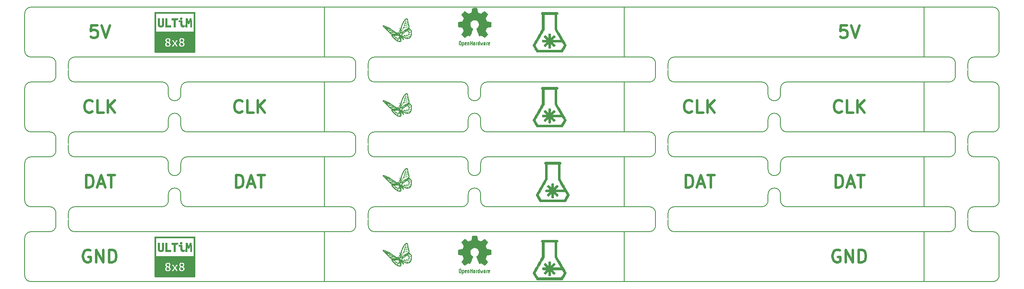
<source format=gto>
G04 #@! TF.FileFunction,Legend,Top*
%FSLAX46Y46*%
G04 Gerber Fmt 4.6, Leading zero omitted, Abs format (unit mm)*
G04 Created by KiCad (PCBNEW 4.0.2-4+6225~38~ubuntu15.10.1-stable) date Tue Mar 22 22:08:16 2016*
%MOMM*%
G01*
G04 APERTURE LIST*
%ADD10C,0.101600*%
%ADD11C,0.150000*%
%ADD12C,0.508000*%
%ADD13C,0.200000*%
%ADD14C,0.010000*%
%ADD15C,0.002540*%
%ADD16C,0.127000*%
%ADD17C,0.900000*%
%ADD18C,6.496000*%
%ADD19R,6.496000X6.496000*%
%ADD20C,6.000000*%
G04 APERTURE END LIST*
D10*
D11*
X8890000Y29210000D02*
X8890000Y26670000D01*
X10160000Y30480000D02*
G75*
G03X8890000Y29210000I0J-1270000D01*
G01*
X8890000Y26670000D02*
G75*
G03X10160000Y25400000I1270000J0D01*
G01*
X6350000Y29210000D02*
G75*
G03X5080000Y30480000I-1270000J0D01*
G01*
X6350000Y29210000D02*
X6350000Y26670000D01*
X5080000Y25400000D02*
G75*
G03X6350000Y26670000I0J1270000D01*
G01*
X8890000Y13970000D02*
X8890000Y11430000D01*
X10160000Y15240000D02*
G75*
G03X8890000Y13970000I0J-1270000D01*
G01*
X8890000Y11430000D02*
G75*
G03X10160000Y10160000I1270000J0D01*
G01*
X6350000Y13970000D02*
G75*
G03X5080000Y15240000I-1270000J0D01*
G01*
X6350000Y13970000D02*
X6350000Y11430000D01*
X5080000Y10160000D02*
G75*
G03X6350000Y11430000I0J1270000D01*
G01*
X69850000Y13970000D02*
X69850000Y11430000D01*
X71120000Y15240000D02*
G75*
G03X69850000Y13970000I0J-1270000D01*
G01*
X69850000Y11430000D02*
G75*
G03X71120000Y10160000I1270000J0D01*
G01*
X67310000Y13970000D02*
G75*
G03X66040000Y15240000I-1270000J0D01*
G01*
X67310000Y13970000D02*
X67310000Y11430000D01*
X66040000Y10160000D02*
G75*
G03X67310000Y11430000I0J1270000D01*
G01*
X69850000Y29210000D02*
X69850000Y26670000D01*
X71120000Y30480000D02*
G75*
G03X69850000Y29210000I0J-1270000D01*
G01*
X69850000Y26670000D02*
G75*
G03X71120000Y25400000I1270000J0D01*
G01*
X67310000Y29210000D02*
G75*
G03X66040000Y30480000I-1270000J0D01*
G01*
X67310000Y29210000D02*
X67310000Y26670000D01*
X66040000Y25400000D02*
G75*
G03X67310000Y26670000I0J1270000D01*
G01*
X130810000Y29210000D02*
X130810000Y26670000D01*
X132080000Y30480000D02*
G75*
G03X130810000Y29210000I0J-1270000D01*
G01*
X130810000Y26670000D02*
G75*
G03X132080000Y25400000I1270000J0D01*
G01*
X128270000Y29210000D02*
G75*
G03X127000000Y30480000I-1270000J0D01*
G01*
X128270000Y29210000D02*
X128270000Y26670000D01*
X127000000Y25400000D02*
G75*
G03X128270000Y26670000I0J1270000D01*
G01*
X130810000Y13970000D02*
X130810000Y11430000D01*
X132080000Y15240000D02*
G75*
G03X130810000Y13970000I0J-1270000D01*
G01*
X130810000Y11430000D02*
G75*
G03X132080000Y10160000I1270000J0D01*
G01*
X128270000Y13970000D02*
G75*
G03X127000000Y15240000I-1270000J0D01*
G01*
X128270000Y13970000D02*
X128270000Y11430000D01*
X127000000Y10160000D02*
G75*
G03X128270000Y11430000I0J1270000D01*
G01*
X191770000Y13970000D02*
X191770000Y11430000D01*
X193040000Y15240000D02*
G75*
G03X191770000Y13970000I0J-1270000D01*
G01*
X191770000Y11430000D02*
G75*
G03X193040000Y10160000I1270000J0D01*
G01*
X189230000Y13970000D02*
G75*
G03X187960000Y15240000I-1270000J0D01*
G01*
X189230000Y13970000D02*
X189230000Y11430000D01*
X187960000Y10160000D02*
G75*
G03X189230000Y11430000I0J1270000D01*
G01*
X191770000Y29210000D02*
X191770000Y26670000D01*
X193040000Y30480000D02*
G75*
G03X191770000Y29210000I0J-1270000D01*
G01*
X191770000Y26670000D02*
G75*
G03X193040000Y25400000I1270000J0D01*
G01*
X189230000Y29210000D02*
G75*
G03X187960000Y30480000I-1270000J0D01*
G01*
X189230000Y29210000D02*
X189230000Y26670000D01*
X187960000Y25400000D02*
G75*
G03X189230000Y26670000I0J1270000D01*
G01*
X191770000Y41910000D02*
G75*
G03X193040000Y40640000I1270000J0D01*
G01*
X187960000Y40640000D02*
G75*
G03X189230000Y41910000I0J1270000D01*
G01*
X191770000Y44450000D02*
X191770000Y41910000D01*
X189230000Y44450000D02*
X189230000Y41910000D01*
X130810000Y44450000D02*
X130810000Y41910000D01*
X128270000Y41910000D02*
X128270000Y44450000D01*
X130810000Y41910000D02*
G75*
G03X132080000Y40640000I1270000J0D01*
G01*
X127000000Y40640000D02*
G75*
G03X128270000Y41910000I0J1270000D01*
G01*
X69850000Y44450000D02*
X69850000Y41910000D01*
X67310000Y41910000D02*
X67310000Y44450000D01*
X69850000Y41910000D02*
G75*
G03X71120000Y40640000I1270000J0D01*
G01*
X66040000Y40640000D02*
G75*
G03X67310000Y41910000I0J1270000D01*
G01*
X8890000Y44450000D02*
X8890000Y41910000D01*
X6350000Y41910000D02*
X6350000Y44450000D01*
X8890000Y41910000D02*
G75*
G03X10160000Y40640000I1270000J0D01*
G01*
X5080000Y40640000D02*
G75*
G03X6350000Y41910000I0J1270000D01*
G01*
X33020000Y15240000D02*
X66040000Y15240000D01*
X27940000Y15240000D02*
X10160000Y15240000D01*
X88900000Y15240000D02*
X71120000Y15240000D01*
X127000000Y15240000D02*
X93980000Y15240000D01*
X149860000Y15240000D02*
X132080000Y15240000D01*
X187960000Y15240000D02*
X154940000Y15240000D01*
X196850000Y0D02*
G75*
G03X198120000Y1270000I0J1270000D01*
G01*
X0Y1270000D02*
G75*
G03X1270000Y0I1270000J0D01*
G01*
D12*
X164918572Y19170952D02*
X164918572Y21710952D01*
X165523334Y21710952D01*
X165886191Y21590000D01*
X166128096Y21348095D01*
X166249048Y21106190D01*
X166370000Y20622381D01*
X166370000Y20259524D01*
X166249048Y19775714D01*
X166128096Y19533810D01*
X165886191Y19291905D01*
X165523334Y19170952D01*
X164918572Y19170952D01*
X167337620Y19896667D02*
X168547143Y19896667D01*
X167095715Y19170952D02*
X167942381Y21710952D01*
X168789048Y19170952D01*
X169272858Y21710952D02*
X170724286Y21710952D01*
X169998572Y19170952D02*
X169998572Y21710952D01*
X134438572Y19170952D02*
X134438572Y21710952D01*
X135043334Y21710952D01*
X135406191Y21590000D01*
X135648096Y21348095D01*
X135769048Y21106190D01*
X135890000Y20622381D01*
X135890000Y20259524D01*
X135769048Y19775714D01*
X135648096Y19533810D01*
X135406191Y19291905D01*
X135043334Y19170952D01*
X134438572Y19170952D01*
X136857620Y19896667D02*
X138067143Y19896667D01*
X136615715Y19170952D02*
X137462381Y21710952D01*
X138309048Y19170952D01*
X138792858Y21710952D02*
X140244286Y21710952D01*
X139518572Y19170952D02*
X139518572Y21710952D01*
X42998572Y19170952D02*
X42998572Y21710952D01*
X43603334Y21710952D01*
X43966191Y21590000D01*
X44208096Y21348095D01*
X44329048Y21106190D01*
X44450000Y20622381D01*
X44450000Y20259524D01*
X44329048Y19775714D01*
X44208096Y19533810D01*
X43966191Y19291905D01*
X43603334Y19170952D01*
X42998572Y19170952D01*
X45417620Y19896667D02*
X46627143Y19896667D01*
X45175715Y19170952D02*
X46022381Y21710952D01*
X46869048Y19170952D01*
X47352858Y21710952D02*
X48804286Y21710952D01*
X48078572Y19170952D02*
X48078572Y21710952D01*
X166128095Y34652857D02*
X166007143Y34531905D01*
X165644286Y34410952D01*
X165402381Y34410952D01*
X165039524Y34531905D01*
X164797619Y34773810D01*
X164676667Y35015714D01*
X164555715Y35499524D01*
X164555715Y35862381D01*
X164676667Y36346190D01*
X164797619Y36588095D01*
X165039524Y36830000D01*
X165402381Y36950952D01*
X165644286Y36950952D01*
X166007143Y36830000D01*
X166128095Y36709048D01*
X168426191Y34410952D02*
X167216667Y34410952D01*
X167216667Y36950952D01*
X169272857Y34410952D02*
X169272857Y36950952D01*
X170724285Y34410952D02*
X169635714Y35862381D01*
X170724285Y36950952D02*
X169272857Y35499524D01*
X135648095Y34652857D02*
X135527143Y34531905D01*
X135164286Y34410952D01*
X134922381Y34410952D01*
X134559524Y34531905D01*
X134317619Y34773810D01*
X134196667Y35015714D01*
X134075715Y35499524D01*
X134075715Y35862381D01*
X134196667Y36346190D01*
X134317619Y36588095D01*
X134559524Y36830000D01*
X134922381Y36950952D01*
X135164286Y36950952D01*
X135527143Y36830000D01*
X135648095Y36709048D01*
X137946191Y34410952D02*
X136736667Y34410952D01*
X136736667Y36950952D01*
X138792857Y34410952D02*
X138792857Y36950952D01*
X140244285Y34410952D02*
X139155714Y35862381D01*
X140244285Y36950952D02*
X138792857Y35499524D01*
X44208095Y34652857D02*
X44087143Y34531905D01*
X43724286Y34410952D01*
X43482381Y34410952D01*
X43119524Y34531905D01*
X42877619Y34773810D01*
X42756667Y35015714D01*
X42635715Y35499524D01*
X42635715Y35862381D01*
X42756667Y36346190D01*
X42877619Y36588095D01*
X43119524Y36830000D01*
X43482381Y36950952D01*
X43724286Y36950952D01*
X44087143Y36830000D01*
X44208095Y36709048D01*
X46506191Y34410952D02*
X45296667Y34410952D01*
X45296667Y36950952D01*
X47352857Y34410952D02*
X47352857Y36950952D01*
X48804285Y34410952D02*
X47715714Y35862381D01*
X48804285Y36950952D02*
X47352857Y35499524D01*
X12518572Y19170952D02*
X12518572Y21710952D01*
X13123334Y21710952D01*
X13486191Y21590000D01*
X13728096Y21348095D01*
X13849048Y21106190D01*
X13970000Y20622381D01*
X13970000Y20259524D01*
X13849048Y19775714D01*
X13728096Y19533810D01*
X13486191Y19291905D01*
X13123334Y19170952D01*
X12518572Y19170952D01*
X14937620Y19896667D02*
X16147143Y19896667D01*
X14695715Y19170952D02*
X15542381Y21710952D01*
X16389048Y19170952D01*
X16872858Y21710952D02*
X18324286Y21710952D01*
X17598572Y19170952D02*
X17598572Y21710952D01*
X13728095Y34652857D02*
X13607143Y34531905D01*
X13244286Y34410952D01*
X13002381Y34410952D01*
X12639524Y34531905D01*
X12397619Y34773810D01*
X12276667Y35015714D01*
X12155715Y35499524D01*
X12155715Y35862381D01*
X12276667Y36346190D01*
X12397619Y36588095D01*
X12639524Y36830000D01*
X13002381Y36950952D01*
X13244286Y36950952D01*
X13607143Y36830000D01*
X13728095Y36709048D01*
X16026191Y34410952D02*
X14816667Y34410952D01*
X14816667Y36950952D01*
X16872857Y34410952D02*
X16872857Y36950952D01*
X18324285Y34410952D02*
X17235714Y35862381D01*
X18324285Y36950952D02*
X16872857Y35499524D01*
D13*
X182880000Y25400000D02*
X182880000Y15240000D01*
X182880000Y55880000D02*
X182880000Y45720000D01*
X182880000Y40640000D02*
X182880000Y30480000D01*
X182880000Y10160000D02*
X182880000Y0D01*
X121920000Y25400000D02*
X121920000Y15240000D01*
X121920000Y55880000D02*
X121920000Y45720000D01*
X121920000Y40640000D02*
X121920000Y30480000D01*
X121920000Y10160000D02*
X121920000Y0D01*
X60960000Y55880000D02*
X60960000Y45720000D01*
X60960000Y25400000D02*
X60960000Y15240000D01*
X60960000Y40640000D02*
X60960000Y30480000D01*
X60960000Y10160000D02*
X60960000Y0D01*
D11*
X198120000Y16510000D02*
X198120000Y24130000D01*
X153670000Y17780001D02*
G75*
G03X151130000Y17779999I-1270000J-1D01*
G01*
X149860000Y15240000D02*
G75*
G03X151130000Y16510000I0J1270000D01*
G01*
X151130000Y17780000D02*
X151130000Y16510000D01*
X153670000Y17780000D02*
X153670000Y16510000D01*
X153670000Y16510000D02*
G75*
G03X154940000Y15240000I1270000J0D01*
G01*
X151130000Y22860000D02*
G75*
G03X153670000Y22860000I1270000J0D01*
G01*
X153670000Y24130000D02*
X153670000Y22860000D01*
X151130000Y24130000D02*
X151130000Y22860000D01*
X90170000Y22860000D02*
G75*
G03X92710000Y22860000I1270000J0D01*
G01*
X92710000Y24130000D02*
X92710000Y22860000D01*
X90170000Y24130000D02*
X90170000Y22860000D01*
X88900000Y15240000D02*
G75*
G03X90170000Y16510000I0J1270000D01*
G01*
X92710000Y16510000D02*
G75*
G03X93980000Y15240000I1270000J0D01*
G01*
X92710000Y17780000D02*
X92710000Y16510000D01*
X90170000Y17780000D02*
X90170000Y16510000D01*
X92710000Y17780001D02*
G75*
G03X90170000Y17779999I-1270000J-1D01*
G01*
X27940000Y15240000D02*
G75*
G03X29210000Y16510000I0J1270000D01*
G01*
X29210000Y17780000D02*
X29210000Y16510000D01*
X31750000Y17780000D02*
X31750000Y16510000D01*
X31750000Y16510000D02*
G75*
G03X33020000Y15240000I1270000J0D01*
G01*
X31750000Y17780001D02*
G75*
G03X29210000Y17779999I-1270000J-1D01*
G01*
X29210000Y22860000D02*
G75*
G03X31750000Y22860000I1270000J0D01*
G01*
X31750000Y24130000D02*
X31750000Y22860000D01*
X29210000Y24130000D02*
X29210000Y22860000D01*
X0Y24130000D02*
X0Y16510000D01*
X187960000Y25400000D02*
X154940000Y25400000D01*
X154940000Y30480000D02*
X187960000Y30480000D01*
X154940000Y40640000D02*
X187960000Y40640000D01*
X93980000Y25400000D02*
X127000000Y25400000D01*
X127000000Y30480000D02*
X93980000Y30480000D01*
X93980000Y40640000D02*
X127000000Y40640000D01*
X66040000Y25400000D02*
X33020000Y25400000D01*
X33020000Y30480000D02*
X66040000Y30480000D01*
X33020000Y40640000D02*
X66040000Y40640000D01*
X27940000Y30480000D02*
G75*
G03X29210000Y31750000I0J1270000D01*
G01*
X31750000Y31750000D02*
G75*
G03X33020000Y30480000I1270000J0D01*
G01*
X29210000Y24130000D02*
G75*
G03X27940000Y25400000I-1270000J0D01*
G01*
X33020000Y25400000D02*
G75*
G03X31750000Y24130000I0J-1270000D01*
G01*
X5080000Y25400000D02*
X1270000Y25400000D01*
X1270000Y25400000D02*
G75*
G03X0Y24130000I0J-1270000D01*
G01*
X10160000Y25400000D02*
X27940000Y25400000D01*
X27940000Y30480000D02*
X10160000Y30480000D01*
X0Y31750000D02*
G75*
G03X1270000Y30480000I1270000J0D01*
G01*
X1270000Y30480000D02*
X5080000Y30480000D01*
X93980000Y25400000D02*
G75*
G03X92710000Y24130000I0J-1270000D01*
G01*
X90170000Y24130000D02*
G75*
G03X88900000Y25400000I-1270000J0D01*
G01*
X71120000Y25400000D02*
X88900000Y25400000D01*
X132080000Y25400000D02*
X149860000Y25400000D01*
X149860000Y30480000D02*
X132080000Y30480000D01*
X151130000Y24130000D02*
G75*
G03X149860000Y25400000I-1270000J0D01*
G01*
X154940000Y25400000D02*
G75*
G03X153670000Y24130000I0J-1270000D01*
G01*
X196850000Y30480000D02*
G75*
G03X198120000Y31750000I0J1270000D01*
G01*
X198120000Y24130000D02*
G75*
G03X196850000Y25400000I-1270000J0D01*
G01*
X193040000Y30480000D02*
X196850000Y30480000D01*
X193040000Y25400000D02*
X196850000Y25400000D01*
X88900000Y30480000D02*
X71120000Y30480000D01*
X10160000Y40640000D02*
X27940000Y40640000D01*
X128270000Y44450000D02*
G75*
G03X127000000Y45720000I-1270000J0D01*
G01*
X132080000Y45720000D02*
G75*
G03X130810000Y44450000I0J-1270000D01*
G01*
X153670000Y33020001D02*
G75*
G03X151130000Y33019999I-1270000J-1D01*
G01*
X151130000Y33020000D02*
X151130000Y31750000D01*
X153670000Y33020000D02*
X153670000Y31750000D01*
X153670000Y31750000D02*
G75*
G03X154940000Y30480000I1270000J0D01*
G01*
X149860000Y30480000D02*
G75*
G03X151130000Y31750000I0J1270000D01*
G01*
X151130000Y38100000D02*
G75*
G03X153670000Y38100000I1270000J0D01*
G01*
X154940000Y40640000D02*
G75*
G03X153670000Y39370000I0J-1270000D01*
G01*
X151130000Y39370000D02*
X151130000Y38100000D01*
X153670000Y39370000D02*
X153670000Y38100000D01*
X151130000Y39370000D02*
G75*
G03X149860000Y40640000I-1270000J0D01*
G01*
X92710000Y33020001D02*
G75*
G03X90170000Y33019999I-1270000J-1D01*
G01*
X90170000Y33020000D02*
X90170000Y31750000D01*
X92710000Y33020000D02*
X92710000Y31750000D01*
X92710000Y31750000D02*
G75*
G03X93980000Y30480000I1270000J0D01*
G01*
X88900000Y30480000D02*
G75*
G03X90170000Y31750000I0J1270000D01*
G01*
X90170000Y38100000D02*
G75*
G03X92710000Y38100000I1270000J0D01*
G01*
X93980000Y40640000D02*
G75*
G03X92710000Y39370000I0J-1270000D01*
G01*
X90170000Y39370000D02*
X90170000Y38100000D01*
X92710000Y39370000D02*
X92710000Y38100000D01*
X90170000Y39370000D02*
G75*
G03X88900000Y40640000I-1270000J0D01*
G01*
X31750000Y39370000D02*
X31750000Y38100000D01*
X29210000Y39370000D02*
X29210000Y38100000D01*
X31750000Y33020000D02*
X31750000Y31750000D01*
X29210000Y33020000D02*
X29210000Y31750000D01*
X33020000Y40640000D02*
G75*
G03X31750000Y39370000I0J-1270000D01*
G01*
X29210000Y39370000D02*
G75*
G03X27940000Y40640000I-1270000J0D01*
G01*
X31750000Y33020001D02*
G75*
G03X29210000Y33019999I-1270000J-1D01*
G01*
X29210000Y38100000D02*
G75*
G03X31750000Y38100000I1270000J0D01*
G01*
X5080000Y10160000D02*
X1270000Y10160000D01*
X1270000Y15240000D02*
X5080000Y15240000D01*
X10160000Y45720000D02*
G75*
G03X8890000Y44450000I0J-1270000D01*
G01*
X6350000Y44450000D02*
G75*
G03X5080000Y45720000I-1270000J0D01*
G01*
X5080000Y40640000D02*
X1270000Y40640000D01*
X1270000Y45720000D02*
X5080000Y45720000D01*
D12*
X167156191Y52190952D02*
X165946667Y52190952D01*
X165825715Y50981429D01*
X165946667Y51102381D01*
X166188572Y51223333D01*
X166793334Y51223333D01*
X167035238Y51102381D01*
X167156191Y50981429D01*
X167277143Y50739524D01*
X167277143Y50134762D01*
X167156191Y49892857D01*
X167035238Y49771905D01*
X166793334Y49650952D01*
X166188572Y49650952D01*
X165946667Y49771905D01*
X165825715Y49892857D01*
X168002858Y52190952D02*
X168849524Y49650952D01*
X169696191Y52190952D01*
X14756191Y52190952D02*
X13546667Y52190952D01*
X13425715Y50981429D01*
X13546667Y51102381D01*
X13788572Y51223333D01*
X14393334Y51223333D01*
X14635238Y51102381D01*
X14756191Y50981429D01*
X14877143Y50739524D01*
X14877143Y50134762D01*
X14756191Y49892857D01*
X14635238Y49771905D01*
X14393334Y49650952D01*
X13788572Y49650952D01*
X13546667Y49771905D01*
X13425715Y49892857D01*
X15602858Y52190952D02*
X16449524Y49650952D01*
X17296191Y52190952D01*
X165704762Y6350000D02*
X165462857Y6470952D01*
X165100000Y6470952D01*
X164737143Y6350000D01*
X164495238Y6108095D01*
X164374286Y5866190D01*
X164253334Y5382381D01*
X164253334Y5019524D01*
X164374286Y4535714D01*
X164495238Y4293810D01*
X164737143Y4051905D01*
X165100000Y3930952D01*
X165341905Y3930952D01*
X165704762Y4051905D01*
X165825714Y4172857D01*
X165825714Y5019524D01*
X165341905Y5019524D01*
X166914286Y3930952D02*
X166914286Y6470952D01*
X168365714Y3930952D01*
X168365714Y6470952D01*
X169575238Y3930952D02*
X169575238Y6470952D01*
X170180000Y6470952D01*
X170542857Y6350000D01*
X170784762Y6108095D01*
X170905714Y5866190D01*
X171026666Y5382381D01*
X171026666Y5019524D01*
X170905714Y4535714D01*
X170784762Y4293810D01*
X170542857Y4051905D01*
X170180000Y3930952D01*
X169575238Y3930952D01*
X13304762Y6350000D02*
X13062857Y6470952D01*
X12700000Y6470952D01*
X12337143Y6350000D01*
X12095238Y6108095D01*
X11974286Y5866190D01*
X11853334Y5382381D01*
X11853334Y5019524D01*
X11974286Y4535714D01*
X12095238Y4293810D01*
X12337143Y4051905D01*
X12700000Y3930952D01*
X12941905Y3930952D01*
X13304762Y4051905D01*
X13425714Y4172857D01*
X13425714Y5019524D01*
X12941905Y5019524D01*
X14514286Y3930952D02*
X14514286Y6470952D01*
X15965714Y3930952D01*
X15965714Y6470952D01*
X17175238Y3930952D02*
X17175238Y6470952D01*
X17780000Y6470952D01*
X18142857Y6350000D01*
X18384762Y6108095D01*
X18505714Y5866190D01*
X18626666Y5382381D01*
X18626666Y5019524D01*
X18505714Y4535714D01*
X18384762Y4293810D01*
X18142857Y4051905D01*
X17780000Y3930952D01*
X17175238Y3930952D01*
D11*
X67310000Y44450000D02*
G75*
G03X66040000Y45720000I-1270000J0D01*
G01*
X71120000Y45720000D02*
G75*
G03X69850000Y44450000I0J-1270000D01*
G01*
X189230000Y44450000D02*
G75*
G03X187960000Y45720000I-1270000J0D01*
G01*
X193040000Y45720000D02*
G75*
G03X191770000Y44450000I0J-1270000D01*
G01*
X1270000Y55880000D02*
G75*
G03X0Y54610000I0J-1270000D01*
G01*
X0Y8890000D02*
X0Y1270000D01*
X196850000Y55880000D02*
X1270000Y55880000D01*
X198120000Y8890000D02*
X198120000Y1270000D01*
X198120000Y54610000D02*
G75*
G03X196850000Y55880000I-1270000J0D01*
G01*
X196850000Y15240000D02*
G75*
G03X198120000Y16510000I0J1270000D01*
G01*
X198120000Y54610000D02*
X198120000Y46990000D01*
X196850000Y45720000D02*
G75*
G03X198120000Y46990000I0J1270000D01*
G01*
X198120000Y8890000D02*
G75*
G03X196850000Y10160000I-1270000J0D01*
G01*
X0Y54610000D02*
X0Y46990000D01*
X0Y46990000D02*
G75*
G03X1270000Y45720000I1270000J0D01*
G01*
X0Y16510000D02*
G75*
G03X1270000Y15240000I1270000J0D01*
G01*
X1270000Y10160000D02*
G75*
G03X0Y8890000I0J-1270000D01*
G01*
X193040000Y40640000D02*
X196850000Y40640000D01*
X132080000Y40640000D02*
X149860000Y40640000D01*
X71120000Y40640000D02*
X88900000Y40640000D01*
X193040000Y15240000D02*
X196850000Y15240000D01*
X132080000Y10160000D02*
X187960000Y10160000D01*
X196850000Y0D02*
X1270000Y0D01*
X66040000Y45720000D02*
X10160000Y45720000D01*
X127000000Y45720000D02*
X71120000Y45720000D01*
X187960000Y45720000D02*
X132080000Y45720000D01*
X193040000Y45720000D02*
X196850000Y45720000D01*
X193040000Y10160000D02*
X196850000Y10160000D01*
X71120000Y10160000D02*
X127000000Y10160000D01*
X10160000Y10160000D02*
X66040000Y10160000D01*
X0Y39370000D02*
X0Y31750000D01*
X198120000Y31750000D02*
X198120000Y39370000D01*
X1270000Y40640000D02*
G75*
G03X0Y39370000I0J-1270000D01*
G01*
X198120000Y39370000D02*
G75*
G03X196850000Y40640000I-1270000J0D01*
G01*
D10*
X90170000Y22860000D02*
G75*
G03X92710000Y22860000I1270000J0D01*
G01*
X90170000Y17780000D02*
G75*
G02X92710000Y17780000I1270000J0D01*
G01*
D14*
G36*
X106960132Y8509859D02*
X107149330Y8509296D01*
X107331803Y8508447D01*
X107504802Y8507307D01*
X107665580Y8505879D01*
X107811388Y8504163D01*
X107939478Y8502157D01*
X108047101Y8499863D01*
X108131511Y8497281D01*
X108189958Y8494409D01*
X108219694Y8491249D01*
X108221045Y8490899D01*
X108294650Y8455199D01*
X108348272Y8402046D01*
X108381256Y8337418D01*
X108392948Y8267294D01*
X108382692Y8197654D01*
X108349833Y8134475D01*
X108293717Y8083736D01*
X108267218Y8069447D01*
X108204819Y8040688D01*
X108204409Y6558859D01*
X108204000Y5077031D01*
X108631194Y4336359D01*
X108721737Y4179385D01*
X108824897Y4000556D01*
X108937416Y3805517D01*
X109056038Y3599910D01*
X109177507Y3389380D01*
X109298568Y3179571D01*
X109415963Y2976126D01*
X109526437Y2784688D01*
X109575756Y2699230D01*
X109664967Y2544278D01*
X109749309Y2397054D01*
X109827458Y2259918D01*
X109898089Y2135229D01*
X109959877Y2025348D01*
X110011497Y1932635D01*
X110051624Y1859448D01*
X110078934Y1808148D01*
X110092102Y1781095D01*
X110093125Y1777746D01*
X110085259Y1757146D01*
X110062954Y1712670D01*
X110028145Y1647641D01*
X109982767Y1565385D01*
X109928756Y1469226D01*
X109868047Y1362489D01*
X109802577Y1248497D01*
X109734279Y1130577D01*
X109665091Y1012052D01*
X109596948Y896246D01*
X109531784Y786485D01*
X109471537Y686094D01*
X109418141Y598395D01*
X109373532Y526715D01*
X109339645Y474378D01*
X109318416Y444708D01*
X109314599Y440532D01*
X109267124Y396875D01*
X104092875Y396875D01*
X104045400Y440532D01*
X104028606Y462254D01*
X103998539Y507712D01*
X103957134Y573580D01*
X103906325Y656534D01*
X103848050Y753247D01*
X103784242Y860395D01*
X103716838Y974654D01*
X103647772Y1092697D01*
X103578981Y1211200D01*
X103512400Y1326837D01*
X103449963Y1436283D01*
X103393608Y1536214D01*
X103345267Y1623305D01*
X103306879Y1694229D01*
X103280377Y1745662D01*
X103267697Y1774280D01*
X103266874Y1778067D01*
X103273139Y1793262D01*
X103771817Y1793262D01*
X104046508Y1317319D01*
X104321198Y841375D01*
X109038654Y841375D01*
X109313694Y1318127D01*
X109588735Y1794879D01*
X109480627Y1980909D01*
X109432108Y2064916D01*
X109381391Y2153595D01*
X109334699Y2236018D01*
X109300228Y2297685D01*
X109227937Y2428433D01*
X107212125Y2428875D01*
X107507748Y2131219D01*
X107587725Y2050148D01*
X107660741Y1975095D01*
X107723638Y1909391D01*
X107773257Y1856366D01*
X107806440Y1819350D01*
X107819732Y1802303D01*
X107827043Y1764770D01*
X107814704Y1729684D01*
X107789692Y1693930D01*
X107749306Y1649172D01*
X107700048Y1601230D01*
X107648420Y1555926D01*
X107600926Y1519081D01*
X107564067Y1496516D01*
X107549480Y1492250D01*
X107527132Y1502800D01*
X107485787Y1534768D01*
X107424908Y1588637D01*
X107343960Y1664886D01*
X107242408Y1763998D01*
X107200810Y1805259D01*
X106886375Y2118268D01*
X106886375Y1683478D01*
X106886186Y1552692D01*
X106885480Y1449989D01*
X106884051Y1371704D01*
X106881691Y1314170D01*
X106878191Y1273724D01*
X106873345Y1246699D01*
X106866944Y1229430D01*
X106860102Y1219657D01*
X106843266Y1206171D01*
X106817807Y1197541D01*
X106777181Y1192763D01*
X106714844Y1190835D01*
X106670754Y1190625D01*
X106597007Y1191012D01*
X106548052Y1193180D01*
X106516932Y1198640D01*
X106496690Y1208906D01*
X106480370Y1225488D01*
X106474053Y1233373D01*
X106463921Y1247380D01*
X106456117Y1263105D01*
X106450392Y1284499D01*
X106446497Y1315516D01*
X106444185Y1360108D01*
X106443207Y1422229D01*
X106443314Y1505830D01*
X106444259Y1614864D01*
X106445120Y1693762D01*
X106446336Y1805170D01*
X106447363Y1905379D01*
X106448164Y1990246D01*
X106448700Y2055628D01*
X106448937Y2097381D01*
X106448846Y2111389D01*
X106437874Y2100611D01*
X106407423Y2070224D01*
X106360394Y2023137D01*
X106299693Y1962261D01*
X106228221Y1890504D01*
X106148882Y1810775D01*
X106147221Y1809106D01*
X106065795Y1728259D01*
X105989946Y1654867D01*
X105923010Y1592006D01*
X105868322Y1542753D01*
X105829218Y1510184D01*
X105809337Y1497444D01*
X105788907Y1496848D01*
X105764469Y1507433D01*
X105731225Y1532602D01*
X105684375Y1575756D01*
X105646618Y1612810D01*
X105584367Y1677343D01*
X105544516Y1725425D01*
X105524581Y1760319D01*
X105521125Y1777479D01*
X105526451Y1795442D01*
X105543771Y1822656D01*
X105575090Y1861392D01*
X105622416Y1913921D01*
X105687757Y1982516D01*
X105773120Y2069449D01*
X105826566Y2123133D01*
X106132007Y2428875D01*
X105704557Y2428875D01*
X105565238Y2428765D01*
X105454412Y2429407D01*
X105368828Y2432261D01*
X105305238Y2438787D01*
X105260392Y2450444D01*
X105231040Y2468692D01*
X105213932Y2494991D01*
X105205820Y2530800D01*
X105203454Y2577580D01*
X105203583Y2636789D01*
X105203625Y2653893D01*
X105203249Y2715263D01*
X105204298Y2764020D01*
X105210033Y2801610D01*
X105223717Y2829478D01*
X105248611Y2849067D01*
X105287977Y2861822D01*
X105345078Y2869189D01*
X105423176Y2872612D01*
X105525532Y2873535D01*
X105655409Y2873404D01*
X105699196Y2873375D01*
X106131267Y2873375D01*
X105818258Y3187811D01*
X105728898Y3278629D01*
X105651404Y3359483D01*
X105588051Y3427872D01*
X105541114Y3481294D01*
X105512868Y3517247D01*
X105505250Y3532010D01*
X105516746Y3558608D01*
X105547271Y3599024D01*
X105590876Y3647477D01*
X105641613Y3698183D01*
X105693534Y3745359D01*
X105740690Y3783222D01*
X105777134Y3805990D01*
X105791177Y3810000D01*
X105810107Y3803262D01*
X105841067Y3781935D01*
X105885936Y3744352D01*
X105946590Y3688847D01*
X106024908Y3613753D01*
X106122767Y3517403D01*
X106139345Y3500917D01*
X106449812Y3191834D01*
X106445134Y3616225D01*
X106443453Y3754751D01*
X106442794Y3864797D01*
X106444651Y3949626D01*
X106450515Y4012504D01*
X106461879Y4056698D01*
X106480236Y4085472D01*
X106507078Y4102091D01*
X106543897Y4109821D01*
X106592186Y4111927D01*
X106653436Y4111675D01*
X106671546Y4111625D01*
X106751777Y4110504D01*
X106806137Y4106629D01*
X106840445Y4099237D01*
X106860519Y4087562D01*
X106861428Y4086679D01*
X106868921Y4075531D01*
X106874780Y4056460D01*
X106879198Y4025908D01*
X106882365Y3980314D01*
X106884473Y3916122D01*
X106885714Y3829770D01*
X106886279Y3717702D01*
X106886375Y3622858D01*
X106886375Y3183983D01*
X107200810Y3496992D01*
X107304977Y3599760D01*
X107389018Y3680543D01*
X107454393Y3740643D01*
X107502558Y3781361D01*
X107534973Y3803999D01*
X107551435Y3810000D01*
X107583640Y3797950D01*
X107631929Y3763485D01*
X107691031Y3710782D01*
X107757277Y3644193D01*
X107800369Y3592711D01*
X107822644Y3552508D01*
X107826437Y3519758D01*
X107819732Y3499948D01*
X107804448Y3480588D01*
X107769823Y3442158D01*
X107719016Y3387987D01*
X107655186Y3321406D01*
X107581491Y3245744D01*
X107507748Y3171032D01*
X107212125Y2873375D01*
X108968589Y2873375D01*
X108937294Y2924969D01*
X108902471Y2983177D01*
X108856078Y3061951D01*
X108799623Y3158651D01*
X108734614Y3270635D01*
X108662559Y3395264D01*
X108584966Y3529895D01*
X108503344Y3671887D01*
X108419201Y3818600D01*
X108334044Y3967392D01*
X108249382Y4115622D01*
X108166723Y4260649D01*
X108087576Y4399833D01*
X108013448Y4530532D01*
X107945847Y4650104D01*
X107886282Y4755910D01*
X107836260Y4845307D01*
X107797291Y4915655D01*
X107770882Y4964312D01*
X107758540Y4988639D01*
X107757896Y4990341D01*
X107755786Y5013370D01*
X107753779Y5065989D01*
X107751895Y5146038D01*
X107750154Y5251357D01*
X107748575Y5379788D01*
X107747179Y5529170D01*
X107745985Y5697344D01*
X107745013Y5882150D01*
X107744282Y6081427D01*
X107743814Y6293017D01*
X107743627Y6514760D01*
X107743625Y6544364D01*
X107743625Y8048625D01*
X105616989Y8048625D01*
X105608437Y4976813D01*
X105264729Y4381500D01*
X105175018Y4226132D01*
X105075473Y4053756D01*
X104970521Y3872039D01*
X104864590Y3688644D01*
X104762106Y3511236D01*
X104667496Y3347479D01*
X104599940Y3230563D01*
X104454356Y2978601D01*
X104322857Y2750950D01*
X104205664Y2547990D01*
X104102995Y2370103D01*
X104015071Y2217669D01*
X103942110Y2091069D01*
X103884332Y1990684D01*
X103841957Y1916893D01*
X103815205Y1870079D01*
X103810081Y1861038D01*
X103771817Y1793262D01*
X103273139Y1793262D01*
X103274593Y1796786D01*
X103296661Y1839990D01*
X103331444Y1904727D01*
X103377311Y1988047D01*
X103432628Y2087001D01*
X103495763Y2198638D01*
X103565083Y2320007D01*
X103609919Y2397926D01*
X103696007Y2547110D01*
X103788884Y2708041D01*
X103884742Y2874124D01*
X103979776Y3038764D01*
X104070179Y3195367D01*
X104152145Y3337337D01*
X104218823Y3452813D01*
X104290062Y3576179D01*
X104373259Y3720262D01*
X104464500Y3878284D01*
X104559870Y4043463D01*
X104655455Y4209021D01*
X104747341Y4368177D01*
X104820341Y4494628D01*
X105156000Y5076069D01*
X105155590Y6558378D01*
X105155180Y8040688D01*
X105092781Y8069447D01*
X105027983Y8114134D01*
X104986683Y8173451D01*
X104968225Y8241419D01*
X104971955Y8312059D01*
X104997218Y8379394D01*
X105043358Y8437443D01*
X105109721Y8480229D01*
X105138954Y8490899D01*
X105165501Y8494090D01*
X105221048Y8496991D01*
X105302847Y8499604D01*
X105408151Y8501929D01*
X105534211Y8503965D01*
X105678279Y8505712D01*
X105837606Y8507170D01*
X106009446Y8508340D01*
X106191049Y8509220D01*
X106379667Y8509813D01*
X106572552Y8510117D01*
X106766957Y8510132D01*
X106960132Y8509859D01*
X106960132Y8509859D01*
G37*
X106960132Y8509859D02*
X107149330Y8509296D01*
X107331803Y8508447D01*
X107504802Y8507307D01*
X107665580Y8505879D01*
X107811388Y8504163D01*
X107939478Y8502157D01*
X108047101Y8499863D01*
X108131511Y8497281D01*
X108189958Y8494409D01*
X108219694Y8491249D01*
X108221045Y8490899D01*
X108294650Y8455199D01*
X108348272Y8402046D01*
X108381256Y8337418D01*
X108392948Y8267294D01*
X108382692Y8197654D01*
X108349833Y8134475D01*
X108293717Y8083736D01*
X108267218Y8069447D01*
X108204819Y8040688D01*
X108204409Y6558859D01*
X108204000Y5077031D01*
X108631194Y4336359D01*
X108721737Y4179385D01*
X108824897Y4000556D01*
X108937416Y3805517D01*
X109056038Y3599910D01*
X109177507Y3389380D01*
X109298568Y3179571D01*
X109415963Y2976126D01*
X109526437Y2784688D01*
X109575756Y2699230D01*
X109664967Y2544278D01*
X109749309Y2397054D01*
X109827458Y2259918D01*
X109898089Y2135229D01*
X109959877Y2025348D01*
X110011497Y1932635D01*
X110051624Y1859448D01*
X110078934Y1808148D01*
X110092102Y1781095D01*
X110093125Y1777746D01*
X110085259Y1757146D01*
X110062954Y1712670D01*
X110028145Y1647641D01*
X109982767Y1565385D01*
X109928756Y1469226D01*
X109868047Y1362489D01*
X109802577Y1248497D01*
X109734279Y1130577D01*
X109665091Y1012052D01*
X109596948Y896246D01*
X109531784Y786485D01*
X109471537Y686094D01*
X109418141Y598395D01*
X109373532Y526715D01*
X109339645Y474378D01*
X109318416Y444708D01*
X109314599Y440532D01*
X109267124Y396875D01*
X104092875Y396875D01*
X104045400Y440532D01*
X104028606Y462254D01*
X103998539Y507712D01*
X103957134Y573580D01*
X103906325Y656534D01*
X103848050Y753247D01*
X103784242Y860395D01*
X103716838Y974654D01*
X103647772Y1092697D01*
X103578981Y1211200D01*
X103512400Y1326837D01*
X103449963Y1436283D01*
X103393608Y1536214D01*
X103345267Y1623305D01*
X103306879Y1694229D01*
X103280377Y1745662D01*
X103267697Y1774280D01*
X103266874Y1778067D01*
X103273139Y1793262D01*
X103771817Y1793262D01*
X104046508Y1317319D01*
X104321198Y841375D01*
X109038654Y841375D01*
X109313694Y1318127D01*
X109588735Y1794879D01*
X109480627Y1980909D01*
X109432108Y2064916D01*
X109381391Y2153595D01*
X109334699Y2236018D01*
X109300228Y2297685D01*
X109227937Y2428433D01*
X107212125Y2428875D01*
X107507748Y2131219D01*
X107587725Y2050148D01*
X107660741Y1975095D01*
X107723638Y1909391D01*
X107773257Y1856366D01*
X107806440Y1819350D01*
X107819732Y1802303D01*
X107827043Y1764770D01*
X107814704Y1729684D01*
X107789692Y1693930D01*
X107749306Y1649172D01*
X107700048Y1601230D01*
X107648420Y1555926D01*
X107600926Y1519081D01*
X107564067Y1496516D01*
X107549480Y1492250D01*
X107527132Y1502800D01*
X107485787Y1534768D01*
X107424908Y1588637D01*
X107343960Y1664886D01*
X107242408Y1763998D01*
X107200810Y1805259D01*
X106886375Y2118268D01*
X106886375Y1683478D01*
X106886186Y1552692D01*
X106885480Y1449989D01*
X106884051Y1371704D01*
X106881691Y1314170D01*
X106878191Y1273724D01*
X106873345Y1246699D01*
X106866944Y1229430D01*
X106860102Y1219657D01*
X106843266Y1206171D01*
X106817807Y1197541D01*
X106777181Y1192763D01*
X106714844Y1190835D01*
X106670754Y1190625D01*
X106597007Y1191012D01*
X106548052Y1193180D01*
X106516932Y1198640D01*
X106496690Y1208906D01*
X106480370Y1225488D01*
X106474053Y1233373D01*
X106463921Y1247380D01*
X106456117Y1263105D01*
X106450392Y1284499D01*
X106446497Y1315516D01*
X106444185Y1360108D01*
X106443207Y1422229D01*
X106443314Y1505830D01*
X106444259Y1614864D01*
X106445120Y1693762D01*
X106446336Y1805170D01*
X106447363Y1905379D01*
X106448164Y1990246D01*
X106448700Y2055628D01*
X106448937Y2097381D01*
X106448846Y2111389D01*
X106437874Y2100611D01*
X106407423Y2070224D01*
X106360394Y2023137D01*
X106299693Y1962261D01*
X106228221Y1890504D01*
X106148882Y1810775D01*
X106147221Y1809106D01*
X106065795Y1728259D01*
X105989946Y1654867D01*
X105923010Y1592006D01*
X105868322Y1542753D01*
X105829218Y1510184D01*
X105809337Y1497444D01*
X105788907Y1496848D01*
X105764469Y1507433D01*
X105731225Y1532602D01*
X105684375Y1575756D01*
X105646618Y1612810D01*
X105584367Y1677343D01*
X105544516Y1725425D01*
X105524581Y1760319D01*
X105521125Y1777479D01*
X105526451Y1795442D01*
X105543771Y1822656D01*
X105575090Y1861392D01*
X105622416Y1913921D01*
X105687757Y1982516D01*
X105773120Y2069449D01*
X105826566Y2123133D01*
X106132007Y2428875D01*
X105704557Y2428875D01*
X105565238Y2428765D01*
X105454412Y2429407D01*
X105368828Y2432261D01*
X105305238Y2438787D01*
X105260392Y2450444D01*
X105231040Y2468692D01*
X105213932Y2494991D01*
X105205820Y2530800D01*
X105203454Y2577580D01*
X105203583Y2636789D01*
X105203625Y2653893D01*
X105203249Y2715263D01*
X105204298Y2764020D01*
X105210033Y2801610D01*
X105223717Y2829478D01*
X105248611Y2849067D01*
X105287977Y2861822D01*
X105345078Y2869189D01*
X105423176Y2872612D01*
X105525532Y2873535D01*
X105655409Y2873404D01*
X105699196Y2873375D01*
X106131267Y2873375D01*
X105818258Y3187811D01*
X105728898Y3278629D01*
X105651404Y3359483D01*
X105588051Y3427872D01*
X105541114Y3481294D01*
X105512868Y3517247D01*
X105505250Y3532010D01*
X105516746Y3558608D01*
X105547271Y3599024D01*
X105590876Y3647477D01*
X105641613Y3698183D01*
X105693534Y3745359D01*
X105740690Y3783222D01*
X105777134Y3805990D01*
X105791177Y3810000D01*
X105810107Y3803262D01*
X105841067Y3781935D01*
X105885936Y3744352D01*
X105946590Y3688847D01*
X106024908Y3613753D01*
X106122767Y3517403D01*
X106139345Y3500917D01*
X106449812Y3191834D01*
X106445134Y3616225D01*
X106443453Y3754751D01*
X106442794Y3864797D01*
X106444651Y3949626D01*
X106450515Y4012504D01*
X106461879Y4056698D01*
X106480236Y4085472D01*
X106507078Y4102091D01*
X106543897Y4109821D01*
X106592186Y4111927D01*
X106653436Y4111675D01*
X106671546Y4111625D01*
X106751777Y4110504D01*
X106806137Y4106629D01*
X106840445Y4099237D01*
X106860519Y4087562D01*
X106861428Y4086679D01*
X106868921Y4075531D01*
X106874780Y4056460D01*
X106879198Y4025908D01*
X106882365Y3980314D01*
X106884473Y3916122D01*
X106885714Y3829770D01*
X106886279Y3717702D01*
X106886375Y3622858D01*
X106886375Y3183983D01*
X107200810Y3496992D01*
X107304977Y3599760D01*
X107389018Y3680543D01*
X107454393Y3740643D01*
X107502558Y3781361D01*
X107534973Y3803999D01*
X107551435Y3810000D01*
X107583640Y3797950D01*
X107631929Y3763485D01*
X107691031Y3710782D01*
X107757277Y3644193D01*
X107800369Y3592711D01*
X107822644Y3552508D01*
X107826437Y3519758D01*
X107819732Y3499948D01*
X107804448Y3480588D01*
X107769823Y3442158D01*
X107719016Y3387987D01*
X107655186Y3321406D01*
X107581491Y3245744D01*
X107507748Y3171032D01*
X107212125Y2873375D01*
X108968589Y2873375D01*
X108937294Y2924969D01*
X108902471Y2983177D01*
X108856078Y3061951D01*
X108799623Y3158651D01*
X108734614Y3270635D01*
X108662559Y3395264D01*
X108584966Y3529895D01*
X108503344Y3671887D01*
X108419201Y3818600D01*
X108334044Y3967392D01*
X108249382Y4115622D01*
X108166723Y4260649D01*
X108087576Y4399833D01*
X108013448Y4530532D01*
X107945847Y4650104D01*
X107886282Y4755910D01*
X107836260Y4845307D01*
X107797291Y4915655D01*
X107770882Y4964312D01*
X107758540Y4988639D01*
X107757896Y4990341D01*
X107755786Y5013370D01*
X107753779Y5065989D01*
X107751895Y5146038D01*
X107750154Y5251357D01*
X107748575Y5379788D01*
X107747179Y5529170D01*
X107745985Y5697344D01*
X107745013Y5882150D01*
X107744282Y6081427D01*
X107743814Y6293017D01*
X107743627Y6514760D01*
X107743625Y6544364D01*
X107743625Y8048625D01*
X105616989Y8048625D01*
X105608437Y4976813D01*
X105264729Y4381500D01*
X105175018Y4226132D01*
X105075473Y4053756D01*
X104970521Y3872039D01*
X104864590Y3688644D01*
X104762106Y3511236D01*
X104667496Y3347479D01*
X104599940Y3230563D01*
X104454356Y2978601D01*
X104322857Y2750950D01*
X104205664Y2547990D01*
X104102995Y2370103D01*
X104015071Y2217669D01*
X103942110Y2091069D01*
X103884332Y1990684D01*
X103841957Y1916893D01*
X103815205Y1870079D01*
X103810081Y1861038D01*
X103771817Y1793262D01*
X103273139Y1793262D01*
X103274593Y1796786D01*
X103296661Y1839990D01*
X103331444Y1904727D01*
X103377311Y1988047D01*
X103432628Y2087001D01*
X103495763Y2198638D01*
X103565083Y2320007D01*
X103609919Y2397926D01*
X103696007Y2547110D01*
X103788884Y2708041D01*
X103884742Y2874124D01*
X103979776Y3038764D01*
X104070179Y3195367D01*
X104152145Y3337337D01*
X104218823Y3452813D01*
X104290062Y3576179D01*
X104373259Y3720262D01*
X104464500Y3878284D01*
X104559870Y4043463D01*
X104655455Y4209021D01*
X104747341Y4368177D01*
X104820341Y4494628D01*
X105156000Y5076069D01*
X105155590Y6558378D01*
X105155180Y8040688D01*
X105092781Y8069447D01*
X105027983Y8114134D01*
X104986683Y8173451D01*
X104968225Y8241419D01*
X104971955Y8312059D01*
X104997218Y8379394D01*
X105043358Y8437443D01*
X105109721Y8480229D01*
X105138954Y8490899D01*
X105165501Y8494090D01*
X105221048Y8496991D01*
X105302847Y8499604D01*
X105408151Y8501929D01*
X105534211Y8503965D01*
X105678279Y8505712D01*
X105837606Y8507170D01*
X106009446Y8508340D01*
X106191049Y8509220D01*
X106379667Y8509813D01*
X106572552Y8510117D01*
X106766957Y8510132D01*
X106960132Y8509859D01*
G36*
X74719962Y4603315D02*
X74822538Y4589611D01*
X74880308Y4583488D01*
X74969965Y4577008D01*
X75084328Y4570549D01*
X75216213Y4564485D01*
X75358438Y4559192D01*
X75463651Y4556058D01*
X75967995Y4542692D01*
X76079113Y4431883D01*
X76146249Y4365721D01*
X76227382Y4286909D01*
X76307999Y4209519D01*
X76331001Y4187652D01*
X76471772Y4054231D01*
X76485182Y3735864D01*
X76489985Y3617448D01*
X76492402Y3530098D01*
X76491709Y3465840D01*
X76487180Y3416697D01*
X76478089Y3374695D01*
X76463713Y3331860D01*
X76443882Y3281595D01*
X76420112Y3222949D01*
X76399339Y3182957D01*
X76374210Y3158972D01*
X76337374Y3148350D01*
X76281479Y3148445D01*
X76199172Y3156611D01*
X76121846Y3165720D01*
X76037988Y3177622D01*
X75954680Y3192729D01*
X75906923Y3203545D01*
X75833259Y3222728D01*
X75760303Y3241681D01*
X75745102Y3245622D01*
X75685340Y3272783D01*
X75609047Y3325467D01*
X75540350Y3383353D01*
X75535066Y3387842D01*
X75738243Y3387842D01*
X75739011Y3385245D01*
X75766624Y3372615D01*
X75823215Y3355936D01*
X75899165Y3337272D01*
X75984855Y3318684D01*
X76070666Y3302236D01*
X76146980Y3289991D01*
X76204178Y3284011D01*
X76212283Y3283750D01*
X76272181Y3284771D01*
X76305834Y3294012D01*
X76326023Y3317758D01*
X76338818Y3345961D01*
X76363460Y3425938D01*
X76363456Y3497555D01*
X76336621Y3570555D01*
X76280773Y3654683D01*
X76265175Y3674649D01*
X76210580Y3739933D01*
X76169601Y3779115D01*
X76134178Y3798609D01*
X76102025Y3804517D01*
X76039570Y3801545D01*
X75995638Y3785954D01*
X75977741Y3761833D01*
X75985497Y3741109D01*
X75999012Y3706300D01*
X75977797Y3682234D01*
X75925664Y3673231D01*
X75925554Y3673231D01*
X75894895Y3669724D01*
X75870009Y3654405D01*
X75844304Y3620074D01*
X75811183Y3559530D01*
X75798453Y3534459D01*
X75767031Y3468431D01*
X75745767Y3416560D01*
X75738243Y3387842D01*
X75535066Y3387842D01*
X75459462Y3452063D01*
X75363395Y3526951D01*
X75270375Y3593923D01*
X75252786Y3605760D01*
X75148971Y3681637D01*
X75038105Y3777154D01*
X74963708Y3849733D01*
X75159824Y3849733D01*
X75173580Y3830285D01*
X75176850Y3826644D01*
X75206058Y3800557D01*
X75259241Y3758534D01*
X75328238Y3706870D01*
X75388657Y3663307D01*
X75467706Y3605569D01*
X75540466Y3549387D01*
X75597415Y3502277D01*
X75623461Y3478007D01*
X75663507Y3441182D01*
X75695014Y3420718D01*
X75701231Y3419231D01*
X75719807Y3435520D01*
X75748614Y3478410D01*
X75781697Y3538937D01*
X75784532Y3544640D01*
X75816146Y3611783D01*
X75830663Y3653461D01*
X75830031Y3678332D01*
X75818033Y3693571D01*
X75793756Y3726654D01*
X75793129Y3729288D01*
X75850634Y3729288D01*
X75865438Y3713450D01*
X75868394Y3711556D01*
X75907835Y3694170D01*
X75931993Y3705969D01*
X75935396Y3710958D01*
X75934546Y3734217D01*
X75908421Y3746686D01*
X75872343Y3742296D01*
X75850634Y3729288D01*
X75793129Y3729288D01*
X75789692Y3743726D01*
X75772786Y3767597D01*
X75728944Y3798258D01*
X75668479Y3830692D01*
X75601703Y3859879D01*
X75538931Y3880802D01*
X75492288Y3888453D01*
X75439536Y3893508D01*
X75402191Y3905257D01*
X75402026Y3905361D01*
X75368162Y3910133D01*
X75308427Y3903272D01*
X75259678Y3892713D01*
X75196658Y3875988D01*
X75165445Y3863314D01*
X75159824Y3849733D01*
X74963708Y3849733D01*
X74916124Y3896154D01*
X74778965Y4042482D01*
X74711039Y4118464D01*
X74629241Y4223972D01*
X74603423Y4272142D01*
X74762204Y4272142D01*
X74764010Y4258277D01*
X74767376Y4251827D01*
X74793006Y4217240D01*
X74838076Y4166700D01*
X74895932Y4106637D01*
X74959922Y4043481D01*
X75023391Y3983663D01*
X75079686Y3933612D01*
X75122153Y3899760D01*
X75143365Y3888450D01*
X75180868Y3894091D01*
X75236447Y3907785D01*
X75253928Y3912873D01*
X75312007Y3935527D01*
X75331356Y3946769D01*
X75418462Y3946769D01*
X75435182Y3932082D01*
X75467308Y3927231D01*
X75504026Y3933919D01*
X75516154Y3946769D01*
X75499433Y3961457D01*
X75467308Y3966308D01*
X75430589Y3959619D01*
X75418462Y3946769D01*
X75331356Y3946769D01*
X75357301Y3961842D01*
X75364828Y3968350D01*
X75378035Y3986245D01*
X75376675Y4006167D01*
X75356734Y4035206D01*
X75314195Y4080446D01*
X75284564Y4110004D01*
X75210114Y4177244D01*
X75153929Y4213046D01*
X75123841Y4220308D01*
X75078718Y4227306D01*
X75055597Y4239295D01*
X75027922Y4250270D01*
X74972625Y4261542D01*
X74901079Y4270850D01*
X74892701Y4271658D01*
X74836105Y4276365D01*
X75088634Y4276365D01*
X75103438Y4260527D01*
X75106394Y4258633D01*
X75147180Y4242000D01*
X75176951Y4244997D01*
X75184000Y4258231D01*
X75168130Y4285824D01*
X75130984Y4294132D01*
X75110343Y4289372D01*
X75088634Y4276365D01*
X74836105Y4276365D01*
X74819620Y4277736D01*
X74778430Y4278263D01*
X74762204Y4272142D01*
X74603423Y4272142D01*
X74570716Y4333162D01*
X74549892Y4385679D01*
X74522707Y4468876D01*
X74664055Y4468876D01*
X74664492Y4445709D01*
X74679749Y4401725D01*
X74688512Y4382615D01*
X74708691Y4344321D01*
X74729701Y4321220D01*
X74761972Y4308243D01*
X74815932Y4300323D01*
X74867893Y4295458D01*
X74965222Y4290800D01*
X75031319Y4297628D01*
X75058862Y4307548D01*
X75122397Y4322921D01*
X75169816Y4319364D01*
X75214391Y4304201D01*
X75231256Y4276665D01*
X75232846Y4254406D01*
X75246723Y4213059D01*
X75282477Y4158969D01*
X75331294Y4101674D01*
X75384358Y4050713D01*
X75432856Y4015624D01*
X75462973Y4005384D01*
X75512402Y3996123D01*
X75551904Y3973688D01*
X75569114Y3946104D01*
X75567832Y3937334D01*
X75578166Y3914536D01*
X75616347Y3883903D01*
X75673205Y3850122D01*
X75739570Y3817876D01*
X75806271Y3791850D01*
X75864139Y3776730D01*
X75886129Y3774722D01*
X75939818Y3779995D01*
X75977882Y3793003D01*
X75980192Y3794699D01*
X76000900Y3829888D01*
X76004615Y3853298D01*
X76004758Y3853610D01*
X76071322Y3853610D01*
X76073834Y3847727D01*
X76102683Y3830886D01*
X76137868Y3836058D01*
X76149888Y3847029D01*
X76145212Y3866123D01*
X76118755Y3879695D01*
X76087761Y3880252D01*
X76080687Y3877098D01*
X76071322Y3853610D01*
X76004758Y3853610D01*
X76021437Y3889817D01*
X76043692Y3902031D01*
X76070145Y3922667D01*
X76080795Y3951612D01*
X76101378Y3951612D01*
X76117754Y3917688D01*
X76146269Y3904166D01*
X76181558Y3886769D01*
X76196601Y3841952D01*
X76196761Y3840588D01*
X76212725Y3793489D01*
X76246725Y3734015D01*
X76274915Y3695699D01*
X76346538Y3608145D01*
X76352341Y3751206D01*
X76353927Y3824824D01*
X76352666Y3884561D01*
X76348838Y3918358D01*
X76348408Y3919635D01*
X76321798Y3948604D01*
X76271903Y3978893D01*
X76213655Y4003675D01*
X76161988Y4016121D01*
X76140273Y4014801D01*
X76108596Y3989321D01*
X76101378Y3951612D01*
X76080795Y3951612D01*
X76082825Y3957129D01*
X76079703Y3989870D01*
X76058745Y4005343D01*
X76057196Y4005384D01*
X76022027Y4016199D01*
X75994433Y4032578D01*
X75969527Y4057675D01*
X75971337Y4064000D01*
X76033923Y4064000D01*
X76061481Y4047586D01*
X76083922Y4044461D01*
X76115040Y4052866D01*
X76121846Y4064000D01*
X76105091Y4078563D01*
X76071847Y4083538D01*
X76038604Y4077336D01*
X76033923Y4064000D01*
X75971337Y4064000D01*
X75976698Y4082733D01*
X75983322Y4091193D01*
X76028579Y4118337D01*
X76087277Y4119334D01*
X76144905Y4095341D01*
X76166741Y4076571D01*
X76209859Y4038937D01*
X76261565Y4005105D01*
X76310522Y3981173D01*
X76345396Y3973240D01*
X76353221Y3976247D01*
X76344145Y3993222D01*
X76310758Y4031780D01*
X76257590Y4087136D01*
X76189172Y4154507D01*
X76141879Y4199463D01*
X75917717Y4409859D01*
X75536204Y4422585D01*
X75396868Y4428062D01*
X75251198Y4435217D01*
X75111259Y4443362D01*
X74989113Y4451808D01*
X74915312Y4458032D01*
X74822640Y4465829D01*
X74744656Y4470507D01*
X74689269Y4471724D01*
X74664386Y4469140D01*
X74664055Y4468876D01*
X74522707Y4468876D01*
X74521204Y4473474D01*
X74510808Y4537278D01*
X74522095Y4579628D01*
X74558456Y4603060D01*
X74623281Y4610111D01*
X74719962Y4603315D01*
X74719962Y4603315D01*
G37*
X74719962Y4603315D02*
X74822538Y4589611D01*
X74880308Y4583488D01*
X74969965Y4577008D01*
X75084328Y4570549D01*
X75216213Y4564485D01*
X75358438Y4559192D01*
X75463651Y4556058D01*
X75967995Y4542692D01*
X76079113Y4431883D01*
X76146249Y4365721D01*
X76227382Y4286909D01*
X76307999Y4209519D01*
X76331001Y4187652D01*
X76471772Y4054231D01*
X76485182Y3735864D01*
X76489985Y3617448D01*
X76492402Y3530098D01*
X76491709Y3465840D01*
X76487180Y3416697D01*
X76478089Y3374695D01*
X76463713Y3331860D01*
X76443882Y3281595D01*
X76420112Y3222949D01*
X76399339Y3182957D01*
X76374210Y3158972D01*
X76337374Y3148350D01*
X76281479Y3148445D01*
X76199172Y3156611D01*
X76121846Y3165720D01*
X76037988Y3177622D01*
X75954680Y3192729D01*
X75906923Y3203545D01*
X75833259Y3222728D01*
X75760303Y3241681D01*
X75745102Y3245622D01*
X75685340Y3272783D01*
X75609047Y3325467D01*
X75540350Y3383353D01*
X75535066Y3387842D01*
X75738243Y3387842D01*
X75739011Y3385245D01*
X75766624Y3372615D01*
X75823215Y3355936D01*
X75899165Y3337272D01*
X75984855Y3318684D01*
X76070666Y3302236D01*
X76146980Y3289991D01*
X76204178Y3284011D01*
X76212283Y3283750D01*
X76272181Y3284771D01*
X76305834Y3294012D01*
X76326023Y3317758D01*
X76338818Y3345961D01*
X76363460Y3425938D01*
X76363456Y3497555D01*
X76336621Y3570555D01*
X76280773Y3654683D01*
X76265175Y3674649D01*
X76210580Y3739933D01*
X76169601Y3779115D01*
X76134178Y3798609D01*
X76102025Y3804517D01*
X76039570Y3801545D01*
X75995638Y3785954D01*
X75977741Y3761833D01*
X75985497Y3741109D01*
X75999012Y3706300D01*
X75977797Y3682234D01*
X75925664Y3673231D01*
X75925554Y3673231D01*
X75894895Y3669724D01*
X75870009Y3654405D01*
X75844304Y3620074D01*
X75811183Y3559530D01*
X75798453Y3534459D01*
X75767031Y3468431D01*
X75745767Y3416560D01*
X75738243Y3387842D01*
X75535066Y3387842D01*
X75459462Y3452063D01*
X75363395Y3526951D01*
X75270375Y3593923D01*
X75252786Y3605760D01*
X75148971Y3681637D01*
X75038105Y3777154D01*
X74963708Y3849733D01*
X75159824Y3849733D01*
X75173580Y3830285D01*
X75176850Y3826644D01*
X75206058Y3800557D01*
X75259241Y3758534D01*
X75328238Y3706870D01*
X75388657Y3663307D01*
X75467706Y3605569D01*
X75540466Y3549387D01*
X75597415Y3502277D01*
X75623461Y3478007D01*
X75663507Y3441182D01*
X75695014Y3420718D01*
X75701231Y3419231D01*
X75719807Y3435520D01*
X75748614Y3478410D01*
X75781697Y3538937D01*
X75784532Y3544640D01*
X75816146Y3611783D01*
X75830663Y3653461D01*
X75830031Y3678332D01*
X75818033Y3693571D01*
X75793756Y3726654D01*
X75793129Y3729288D01*
X75850634Y3729288D01*
X75865438Y3713450D01*
X75868394Y3711556D01*
X75907835Y3694170D01*
X75931993Y3705969D01*
X75935396Y3710958D01*
X75934546Y3734217D01*
X75908421Y3746686D01*
X75872343Y3742296D01*
X75850634Y3729288D01*
X75793129Y3729288D01*
X75789692Y3743726D01*
X75772786Y3767597D01*
X75728944Y3798258D01*
X75668479Y3830692D01*
X75601703Y3859879D01*
X75538931Y3880802D01*
X75492288Y3888453D01*
X75439536Y3893508D01*
X75402191Y3905257D01*
X75402026Y3905361D01*
X75368162Y3910133D01*
X75308427Y3903272D01*
X75259678Y3892713D01*
X75196658Y3875988D01*
X75165445Y3863314D01*
X75159824Y3849733D01*
X74963708Y3849733D01*
X74916124Y3896154D01*
X74778965Y4042482D01*
X74711039Y4118464D01*
X74629241Y4223972D01*
X74603423Y4272142D01*
X74762204Y4272142D01*
X74764010Y4258277D01*
X74767376Y4251827D01*
X74793006Y4217240D01*
X74838076Y4166700D01*
X74895932Y4106637D01*
X74959922Y4043481D01*
X75023391Y3983663D01*
X75079686Y3933612D01*
X75122153Y3899760D01*
X75143365Y3888450D01*
X75180868Y3894091D01*
X75236447Y3907785D01*
X75253928Y3912873D01*
X75312007Y3935527D01*
X75331356Y3946769D01*
X75418462Y3946769D01*
X75435182Y3932082D01*
X75467308Y3927231D01*
X75504026Y3933919D01*
X75516154Y3946769D01*
X75499433Y3961457D01*
X75467308Y3966308D01*
X75430589Y3959619D01*
X75418462Y3946769D01*
X75331356Y3946769D01*
X75357301Y3961842D01*
X75364828Y3968350D01*
X75378035Y3986245D01*
X75376675Y4006167D01*
X75356734Y4035206D01*
X75314195Y4080446D01*
X75284564Y4110004D01*
X75210114Y4177244D01*
X75153929Y4213046D01*
X75123841Y4220308D01*
X75078718Y4227306D01*
X75055597Y4239295D01*
X75027922Y4250270D01*
X74972625Y4261542D01*
X74901079Y4270850D01*
X74892701Y4271658D01*
X74836105Y4276365D01*
X75088634Y4276365D01*
X75103438Y4260527D01*
X75106394Y4258633D01*
X75147180Y4242000D01*
X75176951Y4244997D01*
X75184000Y4258231D01*
X75168130Y4285824D01*
X75130984Y4294132D01*
X75110343Y4289372D01*
X75088634Y4276365D01*
X74836105Y4276365D01*
X74819620Y4277736D01*
X74778430Y4278263D01*
X74762204Y4272142D01*
X74603423Y4272142D01*
X74570716Y4333162D01*
X74549892Y4385679D01*
X74522707Y4468876D01*
X74664055Y4468876D01*
X74664492Y4445709D01*
X74679749Y4401725D01*
X74688512Y4382615D01*
X74708691Y4344321D01*
X74729701Y4321220D01*
X74761972Y4308243D01*
X74815932Y4300323D01*
X74867893Y4295458D01*
X74965222Y4290800D01*
X75031319Y4297628D01*
X75058862Y4307548D01*
X75122397Y4322921D01*
X75169816Y4319364D01*
X75214391Y4304201D01*
X75231256Y4276665D01*
X75232846Y4254406D01*
X75246723Y4213059D01*
X75282477Y4158969D01*
X75331294Y4101674D01*
X75384358Y4050713D01*
X75432856Y4015624D01*
X75462973Y4005384D01*
X75512402Y3996123D01*
X75551904Y3973688D01*
X75569114Y3946104D01*
X75567832Y3937334D01*
X75578166Y3914536D01*
X75616347Y3883903D01*
X75673205Y3850122D01*
X75739570Y3817876D01*
X75806271Y3791850D01*
X75864139Y3776730D01*
X75886129Y3774722D01*
X75939818Y3779995D01*
X75977882Y3793003D01*
X75980192Y3794699D01*
X76000900Y3829888D01*
X76004615Y3853298D01*
X76004758Y3853610D01*
X76071322Y3853610D01*
X76073834Y3847727D01*
X76102683Y3830886D01*
X76137868Y3836058D01*
X76149888Y3847029D01*
X76145212Y3866123D01*
X76118755Y3879695D01*
X76087761Y3880252D01*
X76080687Y3877098D01*
X76071322Y3853610D01*
X76004758Y3853610D01*
X76021437Y3889817D01*
X76043692Y3902031D01*
X76070145Y3922667D01*
X76080795Y3951612D01*
X76101378Y3951612D01*
X76117754Y3917688D01*
X76146269Y3904166D01*
X76181558Y3886769D01*
X76196601Y3841952D01*
X76196761Y3840588D01*
X76212725Y3793489D01*
X76246725Y3734015D01*
X76274915Y3695699D01*
X76346538Y3608145D01*
X76352341Y3751206D01*
X76353927Y3824824D01*
X76352666Y3884561D01*
X76348838Y3918358D01*
X76348408Y3919635D01*
X76321798Y3948604D01*
X76271903Y3978893D01*
X76213655Y4003675D01*
X76161988Y4016121D01*
X76140273Y4014801D01*
X76108596Y3989321D01*
X76101378Y3951612D01*
X76080795Y3951612D01*
X76082825Y3957129D01*
X76079703Y3989870D01*
X76058745Y4005343D01*
X76057196Y4005384D01*
X76022027Y4016199D01*
X75994433Y4032578D01*
X75969527Y4057675D01*
X75971337Y4064000D01*
X76033923Y4064000D01*
X76061481Y4047586D01*
X76083922Y4044461D01*
X76115040Y4052866D01*
X76121846Y4064000D01*
X76105091Y4078563D01*
X76071847Y4083538D01*
X76038604Y4077336D01*
X76033923Y4064000D01*
X75971337Y4064000D01*
X75976698Y4082733D01*
X75983322Y4091193D01*
X76028579Y4118337D01*
X76087277Y4119334D01*
X76144905Y4095341D01*
X76166741Y4076571D01*
X76209859Y4038937D01*
X76261565Y4005105D01*
X76310522Y3981173D01*
X76345396Y3973240D01*
X76353221Y3976247D01*
X76344145Y3993222D01*
X76310758Y4031780D01*
X76257590Y4087136D01*
X76189172Y4154507D01*
X76141879Y4199463D01*
X75917717Y4409859D01*
X75536204Y4422585D01*
X75396868Y4428062D01*
X75251198Y4435217D01*
X75111259Y4443362D01*
X74989113Y4451808D01*
X74915312Y4458032D01*
X74822640Y4465829D01*
X74744656Y4470507D01*
X74689269Y4471724D01*
X74664386Y4469140D01*
X74664055Y4468876D01*
X74522707Y4468876D01*
X74521204Y4473474D01*
X74510808Y4537278D01*
X74522095Y4579628D01*
X74558456Y4603060D01*
X74623281Y4610111D01*
X74719962Y4603315D01*
G36*
X77644483Y7872004D02*
X77706843Y7853320D01*
X77748091Y7829744D01*
X77782154Y7790509D01*
X77812858Y7741836D01*
X77839138Y7695453D01*
X77857228Y7653727D01*
X77869184Y7607045D01*
X77877065Y7545792D01*
X77882927Y7460353D01*
X77886020Y7399913D01*
X77894825Y7264033D01*
X77908393Y7142347D01*
X77928794Y7024959D01*
X77958095Y6901975D01*
X77998366Y6763500D01*
X78051674Y6599639D01*
X78055973Y6586883D01*
X78106870Y6424883D01*
X78139548Y6291899D01*
X78154579Y6182683D01*
X78152539Y6091990D01*
X78134001Y6014575D01*
X78121789Y5985504D01*
X78096980Y5942797D01*
X78061981Y5902650D01*
X78011363Y5860942D01*
X77939691Y5813551D01*
X77841536Y5756354D01*
X77762311Y5712699D01*
X77653424Y5652183D01*
X77547180Y5590034D01*
X77437848Y5522547D01*
X77319696Y5446018D01*
X77186992Y5356742D01*
X77034006Y5251013D01*
X76873034Y5137877D01*
X76745278Y5048617D01*
X76643087Y4979907D01*
X76561032Y4928502D01*
X76493680Y4891156D01*
X76435600Y4864626D01*
X76386484Y4847227D01*
X76320495Y4827690D01*
X76271279Y4814715D01*
X76248556Y4810842D01*
X76248105Y4811063D01*
X76249540Y4831042D01*
X76256269Y4883526D01*
X76267432Y4962432D01*
X76271945Y4992830D01*
X76396969Y4992830D01*
X76402283Y4988830D01*
X76419811Y5011615D01*
X76435988Y5038949D01*
X76467380Y5096037D01*
X76511324Y5177886D01*
X76565159Y5279502D01*
X76626222Y5395892D01*
X76690161Y5518796D01*
X76755046Y5645067D01*
X76814111Y5761995D01*
X76864874Y5864505D01*
X76904852Y5947523D01*
X76931562Y6005975D01*
X76942462Y6034475D01*
X76955137Y6059942D01*
X77005330Y6059942D01*
X77011101Y6040529D01*
X77031400Y6040403D01*
X77065666Y6059142D01*
X77074977Y6073443D01*
X77069206Y6092855D01*
X77048908Y6092981D01*
X77014641Y6074242D01*
X77005330Y6059942D01*
X76955137Y6059942D01*
X76965327Y6080416D01*
X76991308Y6103680D01*
X77022826Y6123865D01*
X77043755Y6148570D01*
X77059003Y6187855D01*
X77073480Y6251786D01*
X77079932Y6285330D01*
X77091708Y6360059D01*
X77092365Y6406685D01*
X77081918Y6434562D01*
X77080169Y6436792D01*
X77069151Y6463896D01*
X77076043Y6475449D01*
X77120581Y6475449D01*
X77128897Y6468670D01*
X77151347Y6467852D01*
X77190333Y6474754D01*
X77205396Y6485419D01*
X77208030Y6508182D01*
X77186374Y6514218D01*
X77152431Y6501296D01*
X77145609Y6496534D01*
X77120581Y6475449D01*
X77076043Y6475449D01*
X77087585Y6494794D01*
X77095869Y6503407D01*
X77113658Y6532697D01*
X77594184Y6532697D01*
X77614436Y6526007D01*
X77623915Y6525846D01*
X77657604Y6537513D01*
X77665385Y6555154D01*
X77656106Y6581173D01*
X77648238Y6584461D01*
X77622775Y6571094D01*
X77606769Y6555154D01*
X77594184Y6532697D01*
X77113658Y6532697D01*
X77120455Y6543888D01*
X77141091Y6605239D01*
X77155483Y6674710D01*
X77161336Y6739553D01*
X77156357Y6787017D01*
X77149253Y6800083D01*
X77143722Y6823778D01*
X77145270Y6825774D01*
X77203415Y6825774D01*
X77223667Y6819084D01*
X77233146Y6818923D01*
X77266835Y6830590D01*
X77274615Y6848231D01*
X77265337Y6874250D01*
X77257469Y6877538D01*
X77232006Y6864171D01*
X77216000Y6848231D01*
X77203415Y6825774D01*
X77145270Y6825774D01*
X77169747Y6857321D01*
X77181549Y6867969D01*
X77214869Y6909893D01*
X77253333Y6977433D01*
X77291630Y7058550D01*
X77324450Y7141207D01*
X77346480Y7213367D01*
X77352769Y7256019D01*
X77370532Y7310403D01*
X77435177Y7310403D01*
X77440947Y7290991D01*
X77461246Y7290865D01*
X77495512Y7309604D01*
X77504823Y7323904D01*
X77499052Y7343317D01*
X77478754Y7343443D01*
X77444488Y7324704D01*
X77435177Y7310403D01*
X77370532Y7310403D01*
X77370947Y7311672D01*
X77421039Y7354984D01*
X77485635Y7377919D01*
X77533119Y7381585D01*
X77556592Y7365328D01*
X77559808Y7358364D01*
X77558071Y7314855D01*
X77520049Y7276426D01*
X77450719Y7246538D01*
X77413634Y7233015D01*
X77386831Y7213353D01*
X77363914Y7179040D01*
X77338490Y7121567D01*
X77318830Y7071007D01*
X77260201Y6917425D01*
X77325030Y6905263D01*
X77377374Y6903467D01*
X77382472Y6904875D01*
X77512221Y6904875D01*
X77524466Y6897534D01*
X77542814Y6897077D01*
X77581536Y6904607D01*
X77596166Y6915265D01*
X77598095Y6938596D01*
X77576616Y6947484D01*
X77545664Y6938999D01*
X77532323Y6928696D01*
X77512221Y6904875D01*
X77382472Y6904875D01*
X77437371Y6920037D01*
X77498198Y6947958D01*
X77562176Y6977835D01*
X77601841Y6988779D01*
X77625868Y6982806D01*
X77630638Y6978716D01*
X77642678Y6946007D01*
X77625685Y6911477D01*
X77588786Y6881727D01*
X77541106Y6863359D01*
X77491772Y6862973D01*
X77477171Y6867706D01*
X77421055Y6879244D01*
X77365947Y6871857D01*
X77328721Y6848142D01*
X77326351Y6844489D01*
X77297972Y6817706D01*
X77250413Y6790613D01*
X77243312Y6787522D01*
X77197724Y6762561D01*
X77179320Y6730105D01*
X77176656Y6696545D01*
X77173141Y6638456D01*
X77165703Y6593533D01*
X77163364Y6571358D01*
X77174372Y6556431D01*
X77204598Y6547376D01*
X77259911Y6542818D01*
X77346184Y6541378D01*
X77388235Y6541363D01*
X77480388Y6545299D01*
X77539354Y6557284D01*
X77564081Y6571294D01*
X77614518Y6603858D01*
X77665284Y6617018D01*
X77704381Y6609053D01*
X77717307Y6593260D01*
X77714594Y6554805D01*
X77684375Y6520731D01*
X77638202Y6496555D01*
X77587630Y6487790D01*
X77544212Y6499953D01*
X77536016Y6506723D01*
X77505694Y6515277D01*
X77449971Y6515002D01*
X77381067Y6507636D01*
X77311202Y6494917D01*
X77252597Y6478582D01*
X77218848Y6461616D01*
X77177262Y6433356D01*
X77155010Y6422931D01*
X77130608Y6394505D01*
X77108520Y6327478D01*
X77098882Y6282214D01*
X77086705Y6212327D01*
X77083631Y6170167D01*
X77090469Y6145275D01*
X77108025Y6127192D01*
X77111026Y6124880D01*
X77148070Y6105938D01*
X77169244Y6104634D01*
X77197326Y6109410D01*
X77254345Y6115867D01*
X77330258Y6122929D01*
X77370145Y6126192D01*
X77475339Y6137492D01*
X77487892Y6140176D01*
X77630078Y6140176D01*
X77646357Y6135847D01*
X77664789Y6138085D01*
X77703866Y6152460D01*
X77719213Y6169269D01*
X77714644Y6189837D01*
X77689795Y6191606D01*
X77657958Y6175775D01*
X77644289Y6162508D01*
X77630078Y6140176D01*
X77487892Y6140176D01*
X77547304Y6152879D01*
X77591788Y6173617D01*
X77594289Y6175512D01*
X77647389Y6207263D01*
X77691168Y6223861D01*
X77737889Y6223765D01*
X77759609Y6200703D01*
X77752950Y6164256D01*
X77723879Y6131050D01*
X77686271Y6108568D01*
X77639956Y6101485D01*
X77578967Y6105988D01*
X77502885Y6110010D01*
X77412162Y6107154D01*
X77316944Y6098672D01*
X77227379Y6085818D01*
X77153614Y6069846D01*
X77105795Y6052008D01*
X77098151Y6046594D01*
X77052486Y6017545D01*
X77011095Y6001470D01*
X76993008Y5993050D01*
X76972740Y5974778D01*
X76947964Y5942877D01*
X76916350Y5893569D01*
X76875571Y5823076D01*
X76823297Y5727621D01*
X76757200Y5603426D01*
X76707719Y5509310D01*
X76642668Y5384341D01*
X76584515Y5270946D01*
X76535498Y5173624D01*
X76497851Y5096873D01*
X76473811Y5045189D01*
X76465614Y5023071D01*
X76465757Y5022653D01*
X76484203Y5029618D01*
X76527432Y5055158D01*
X76588534Y5094989D01*
X76644918Y5133756D01*
X76832972Y5264400D01*
X77017976Y5390327D01*
X77194942Y5508278D01*
X77358883Y5614993D01*
X77504812Y5707212D01*
X77627739Y5781676D01*
X77696145Y5820781D01*
X77785028Y5872060D01*
X77866369Y5923037D01*
X77931079Y5967760D01*
X77969683Y5999874D01*
X78006294Y6051674D01*
X78025726Y6115848D01*
X78027690Y6196908D01*
X78011895Y6299365D01*
X77978052Y6427732D01*
X77933382Y6564923D01*
X77879047Y6728901D01*
X77838291Y6870249D01*
X77808393Y7001850D01*
X77786630Y7136590D01*
X77770282Y7287352D01*
X77763591Y7368776D01*
X77754733Y7476298D01*
X77746136Y7552813D01*
X77736068Y7606341D01*
X77722795Y7644901D01*
X77704586Y7676513D01*
X77693960Y7691082D01*
X77649130Y7735237D01*
X77599388Y7754311D01*
X77543119Y7746995D01*
X77478706Y7711979D01*
X77404536Y7647954D01*
X77318993Y7553611D01*
X77220462Y7427641D01*
X77107328Y7268735D01*
X77027798Y7151077D01*
X76978430Y7067801D01*
X76921402Y6954415D01*
X76855696Y6808726D01*
X76780292Y6628542D01*
X76750714Y6555154D01*
X76571133Y6105769D01*
X76492702Y5597769D01*
X76471101Y5458363D01*
X76450915Y5329039D01*
X76433068Y5215643D01*
X76418485Y5124022D01*
X76408089Y5060020D01*
X76403131Y5031154D01*
X76396969Y4992830D01*
X76271945Y4992830D01*
X76282168Y5061674D01*
X76299614Y5175170D01*
X76299981Y5177522D01*
X76317464Y5292287D01*
X76332107Y5393936D01*
X76343059Y5476108D01*
X76349475Y5532438D01*
X76350505Y5556562D01*
X76350503Y5556569D01*
X76338361Y5550708D01*
X76311510Y5517594D01*
X76274252Y5464113D01*
X76230888Y5397155D01*
X76185721Y5323606D01*
X76143050Y5250355D01*
X76107177Y5184289D01*
X76082405Y5132295D01*
X76077286Y5119077D01*
X76055803Y5048023D01*
X76039780Y4977979D01*
X76036942Y4960327D01*
X76033211Y4913554D01*
X76043538Y4893736D01*
X76074325Y4889506D01*
X76076847Y4889500D01*
X76125144Y4877858D01*
X76151958Y4839732D01*
X76160613Y4770322D01*
X76160624Y4768583D01*
X76164322Y4733667D01*
X76178726Y4700798D01*
X76209316Y4662451D01*
X76261572Y4611102D01*
X76302577Y4573650D01*
X76430082Y4456282D01*
X76535814Y4352655D01*
X76629010Y4252740D01*
X76718910Y4146506D01*
X76814755Y4023921D01*
X76841330Y3988742D01*
X76910713Y3895651D01*
X76959562Y3827236D01*
X76991265Y3777274D01*
X77009208Y3739541D01*
X77016778Y3707814D01*
X77017361Y3675869D01*
X77016757Y3666358D01*
X77009731Y3613894D01*
X76994034Y3589100D01*
X76962403Y3580592D01*
X76962000Y3580553D01*
X76909280Y3585066D01*
X76877781Y3596838D01*
X76854325Y3620530D01*
X76815199Y3670453D01*
X76765489Y3739729D01*
X76710278Y3821481D01*
X76699531Y3837942D01*
X76633078Y3937420D01*
X76577055Y4012733D01*
X76522745Y4073778D01*
X76461429Y4130452D01*
X76392980Y4185954D01*
X76285583Y4274514D01*
X76184938Y4366068D01*
X76096643Y4454842D01*
X76026298Y4535059D01*
X75979501Y4600945D01*
X75967345Y4625041D01*
X75948544Y4665318D01*
X75932713Y4673933D01*
X75910323Y4656345D01*
X75895501Y4645518D01*
X75872466Y4637941D01*
X75835776Y4633384D01*
X75779988Y4631612D01*
X75699657Y4632394D01*
X75589343Y4635499D01*
X75497215Y4638715D01*
X75348536Y4644856D01*
X75184669Y4652841D01*
X75020575Y4661865D01*
X74871212Y4671123D01*
X74791833Y4676682D01*
X74643224Y4689088D01*
X74524930Y4704134D01*
X74428742Y4725730D01*
X74346451Y4757785D01*
X74269847Y4804207D01*
X74190723Y4868904D01*
X74100869Y4955786D01*
X74011692Y5048143D01*
X73943260Y5119207D01*
X73852239Y5212571D01*
X73743780Y5323012D01*
X73623034Y5445309D01*
X73495154Y5574240D01*
X73365290Y5704584D01*
X73277259Y5792577D01*
X73133844Y5936374D01*
X73016790Y6055411D01*
X72924123Y6151837D01*
X72853867Y6227802D01*
X72804050Y6285455D01*
X72784283Y6311614D01*
X72947196Y6311614D01*
X73425713Y5826666D01*
X73548469Y5702057D01*
X73671786Y5576507D01*
X73790595Y5455201D01*
X73899831Y5343325D01*
X73994427Y5246064D01*
X74069315Y5168603D01*
X74099615Y5137002D01*
X74199293Y5034636D01*
X74282581Y4956867D01*
X74357849Y4899842D01*
X74433470Y4859706D01*
X74517813Y4832607D01*
X74619251Y4814692D01*
X74746154Y4802106D01*
X74842077Y4795238D01*
X74964621Y4787776D01*
X75091116Y4781342D01*
X75215806Y4776088D01*
X75332930Y4772165D01*
X75436732Y4769727D01*
X75521453Y4768924D01*
X75581335Y4769911D01*
X75610619Y4772837D01*
X75612218Y4774887D01*
X75582255Y4792439D01*
X75522957Y4819665D01*
X75441985Y4853653D01*
X75346999Y4891489D01*
X75245659Y4930261D01*
X75145624Y4967056D01*
X75054555Y4998963D01*
X74980112Y5023067D01*
X74929955Y5036457D01*
X74920231Y5038009D01*
X74843111Y5043232D01*
X74745637Y5046084D01*
X74638588Y5046670D01*
X74532747Y5045095D01*
X74438894Y5041467D01*
X74367811Y5035891D01*
X74343846Y5032341D01*
X74282556Y5029430D01*
X74237029Y5043802D01*
X74214745Y5070587D01*
X74217059Y5080000D01*
X74265692Y5080000D01*
X74282413Y5065312D01*
X74314538Y5060461D01*
X74351257Y5067150D01*
X74363385Y5080000D01*
X74356902Y5085695D01*
X74859795Y5085695D01*
X74862450Y5078650D01*
X74886662Y5062823D01*
X74916047Y5063053D01*
X74930000Y5078847D01*
X74914555Y5106088D01*
X74882653Y5113553D01*
X74871066Y5109111D01*
X74859795Y5085695D01*
X74356902Y5085695D01*
X74346664Y5094687D01*
X74314538Y5099538D01*
X74277820Y5092850D01*
X74265692Y5080000D01*
X74217059Y5080000D01*
X74223186Y5104914D01*
X74226267Y5108887D01*
X74257532Y5130791D01*
X74305501Y5131649D01*
X74323221Y5128648D01*
X74383220Y5120061D01*
X74460143Y5113155D01*
X74545199Y5108182D01*
X74629593Y5105393D01*
X74704532Y5105037D01*
X74761222Y5107366D01*
X74790870Y5112632D01*
X74793231Y5115238D01*
X74777734Y5134254D01*
X74736638Y5167161D01*
X74678034Y5208759D01*
X74610014Y5253848D01*
X74540669Y5297229D01*
X74478090Y5333701D01*
X74430369Y5358065D01*
X74405597Y5365122D01*
X74404878Y5364801D01*
X74376147Y5363553D01*
X74326117Y5374311D01*
X74301182Y5382211D01*
X74214264Y5406222D01*
X74152268Y5409812D01*
X74119238Y5392751D01*
X74119154Y5392615D01*
X74091535Y5378508D01*
X74042566Y5373380D01*
X73989118Y5378070D01*
X73964444Y5384936D01*
X73938889Y5409612D01*
X73936378Y5434679D01*
X73992154Y5434679D01*
X74008190Y5411065D01*
X74042290Y5398692D01*
X74057119Y5399617D01*
X74071507Y5417564D01*
X74312265Y5417564D01*
X74314453Y5412292D01*
X74339187Y5396686D01*
X74373811Y5393431D01*
X74399172Y5402808D01*
X74402462Y5411001D01*
X74388211Y5437320D01*
X74381987Y5442040D01*
X74351049Y5447845D01*
X74322321Y5437269D01*
X74312265Y5417564D01*
X74071507Y5417564D01*
X74072375Y5418646D01*
X74072547Y5422411D01*
X74057498Y5439563D01*
X74026633Y5448000D01*
X73999138Y5444795D01*
X73992154Y5434679D01*
X73936378Y5434679D01*
X73935477Y5443667D01*
X73953560Y5469558D01*
X73967731Y5473808D01*
X74034668Y5473829D01*
X74091135Y5463655D01*
X74118177Y5449904D01*
X74150959Y5436012D01*
X74197807Y5432279D01*
X74239347Y5438830D01*
X74254558Y5449023D01*
X74245438Y5468273D01*
X74211149Y5502184D01*
X74159731Y5544821D01*
X74099225Y5590250D01*
X74037670Y5632536D01*
X73983108Y5665746D01*
X73943578Y5683945D01*
X73933891Y5685692D01*
X73884241Y5696054D01*
X73856212Y5709248D01*
X73821945Y5721821D01*
X73789223Y5705900D01*
X73779105Y5697158D01*
X73734245Y5676070D01*
X73677487Y5672749D01*
X73624342Y5685501D01*
X73590318Y5712634D01*
X73587741Y5718050D01*
X73588033Y5724769D01*
X73640462Y5724769D01*
X73657182Y5710082D01*
X73689308Y5705231D01*
X73726026Y5711919D01*
X73738154Y5724769D01*
X73721433Y5739457D01*
X73689308Y5744308D01*
X73652589Y5737619D01*
X73640462Y5724769D01*
X73588033Y5724769D01*
X73589013Y5747295D01*
X73894462Y5747295D01*
X73910498Y5723680D01*
X73944597Y5711307D01*
X73959427Y5712232D01*
X73974682Y5731261D01*
X73974855Y5735027D01*
X73959806Y5752178D01*
X73928941Y5760615D01*
X73901446Y5757411D01*
X73894462Y5747295D01*
X73589013Y5747295D01*
X73589238Y5752454D01*
X73621539Y5772322D01*
X73678779Y5776626D01*
X73755095Y5764338D01*
X73791885Y5753835D01*
X73827411Y5749983D01*
X73835846Y5761322D01*
X73818983Y5782418D01*
X73774881Y5811593D01*
X73713274Y5844269D01*
X73643893Y5875868D01*
X73576470Y5901814D01*
X73520739Y5917529D01*
X73498145Y5920154D01*
X73440879Y5928232D01*
X73395818Y5947347D01*
X73370911Y5972444D01*
X73372721Y5978769D01*
X73425538Y5978769D01*
X73442259Y5964082D01*
X73474385Y5959231D01*
X73511103Y5965919D01*
X73523231Y5978769D01*
X73506510Y5993457D01*
X73474385Y5998308D01*
X73437666Y5991619D01*
X73425538Y5978769D01*
X73372721Y5978769D01*
X73378082Y5997502D01*
X73384707Y6005963D01*
X73423953Y6029864D01*
X73476472Y6035227D01*
X73529055Y6024511D01*
X73568496Y6000174D01*
X73581846Y5969269D01*
X73598197Y5946345D01*
X73640785Y5913579D01*
X73699908Y5876475D01*
X73765867Y5840542D01*
X73828963Y5811287D01*
X73879496Y5794215D01*
X73894037Y5792030D01*
X73967070Y5787330D01*
X74010246Y5780988D01*
X74032776Y5770560D01*
X74043873Y5753601D01*
X74044460Y5752105D01*
X74042611Y5717677D01*
X74031695Y5705517D01*
X74031911Y5687227D01*
X74058966Y5655186D01*
X74105554Y5614641D01*
X74164366Y5570840D01*
X74228093Y5529029D01*
X74289427Y5494456D01*
X74341061Y5472368D01*
X74363385Y5467372D01*
X74422032Y5451168D01*
X74450300Y5418795D01*
X74477932Y5384464D01*
X74531510Y5338492D01*
X74602040Y5286733D01*
X74680528Y5235043D01*
X74757979Y5189277D01*
X74825400Y5155292D01*
X74873797Y5138943D01*
X74881154Y5138293D01*
X74947040Y5129053D01*
X74983622Y5100104D01*
X74991053Y5083438D01*
X75011585Y5065411D01*
X75060373Y5037366D01*
X75129336Y5003651D01*
X75184482Y4979345D01*
X75317436Y4923527D01*
X75417424Y4882430D01*
X75487229Y4854998D01*
X75529635Y4840173D01*
X75547426Y4836898D01*
X75545462Y4842224D01*
X75517018Y4864744D01*
X75459892Y4905712D01*
X75378233Y4962385D01*
X75334994Y4991892D01*
X75581149Y4991892D01*
X75598932Y4967383D01*
X75651917Y4925926D01*
X75707985Y4888118D01*
X75779258Y4839368D01*
X75838791Y4794132D01*
X75878135Y4759053D01*
X75888114Y4746483D01*
X75909884Y4713232D01*
X75918007Y4715212D01*
X75909619Y4750092D01*
X75905713Y4760797D01*
X75896131Y4811754D01*
X75905930Y4832822D01*
X75912807Y4861491D01*
X75884480Y4894703D01*
X75824177Y4929936D01*
X75738881Y4963423D01*
X75651136Y4989942D01*
X75598554Y4999422D01*
X75581149Y4991892D01*
X75334994Y4991892D01*
X75276191Y5032019D01*
X75157916Y5111871D01*
X75027557Y5199197D01*
X74889263Y5291255D01*
X74747185Y5385301D01*
X74605472Y5478591D01*
X74468274Y5568382D01*
X74339739Y5651931D01*
X74224019Y5726494D01*
X74125261Y5789328D01*
X74047617Y5837690D01*
X73995235Y5868836D01*
X73981030Y5876495D01*
X73881229Y5925083D01*
X73764346Y5979790D01*
X73637227Y6037630D01*
X73506717Y6095619D01*
X73379663Y6150774D01*
X73262909Y6200109D01*
X73163303Y6240642D01*
X73087689Y6269387D01*
X73054482Y6280385D01*
X72947196Y6311614D01*
X72784283Y6311614D01*
X72772696Y6326947D01*
X72757832Y6354426D01*
X72756390Y6359719D01*
X72755463Y6410550D01*
X72780557Y6438020D01*
X72836882Y6447267D01*
X72845297Y6447393D01*
X72913336Y6442332D01*
X72995664Y6425643D01*
X73095820Y6396089D01*
X73217339Y6352430D01*
X73363759Y6293428D01*
X73538617Y6217844D01*
X73673160Y6157437D01*
X73809117Y6095528D01*
X73922010Y6043293D01*
X74017976Y5997220D01*
X74103149Y5953798D01*
X74183668Y5909513D01*
X74265668Y5860853D01*
X74355285Y5804308D01*
X74458657Y5736363D01*
X74581919Y5653508D01*
X74731208Y5552230D01*
X74734615Y5549915D01*
X74871902Y5456555D01*
X75004225Y5366412D01*
X75126738Y5282800D01*
X75234598Y5209029D01*
X75322959Y5148414D01*
X75386976Y5104265D01*
X75413254Y5085956D01*
X75468714Y5049516D01*
X75507820Y5028796D01*
X75523956Y5027130D01*
X75523510Y5030397D01*
X75517339Y5048905D01*
X75522074Y5057545D01*
X75545391Y5056856D01*
X75594970Y5047377D01*
X75637307Y5038378D01*
X75729119Y5013756D01*
X75817642Y4981294D01*
X75893174Y4945371D01*
X75946010Y4910365D01*
X75962855Y4891499D01*
X75980159Y4866834D01*
X75985988Y4865077D01*
X75989084Y4888771D01*
X75994460Y4937228D01*
X75997134Y4962769D01*
X76016674Y5074215D01*
X76054153Y5183869D01*
X76113505Y5301046D01*
X76192994Y5426731D01*
X76242828Y5502824D01*
X76283131Y5569293D01*
X76309369Y5618335D01*
X76317231Y5640641D01*
X76305204Y5682926D01*
X76275699Y5737493D01*
X76238583Y5788704D01*
X76203719Y5820923D01*
X76203366Y5821124D01*
X76182500Y5842345D01*
X76192493Y5861607D01*
X76218113Y5864075D01*
X76253312Y5839459D01*
X76291499Y5796252D01*
X76326086Y5742946D01*
X76350482Y5688032D01*
X76358254Y5647983D01*
X76361746Y5640906D01*
X76370075Y5667743D01*
X76382162Y5723782D01*
X76396928Y5804310D01*
X76404895Y5851769D01*
X76425805Y5978162D01*
X76442723Y6073907D01*
X76457699Y6146961D01*
X76472781Y6205283D01*
X76490018Y6256831D01*
X76511459Y6309564D01*
X76538069Y6369064D01*
X76565905Y6433204D01*
X76603328Y6523719D01*
X76646204Y6630397D01*
X76690398Y6743024D01*
X76708509Y6790040D01*
X76748438Y6892650D01*
X76783290Y6976132D01*
X76817635Y7048698D01*
X76856040Y7118563D01*
X76903077Y7193939D01*
X76963314Y7283040D01*
X77041320Y7394079D01*
X77056352Y7415271D01*
X77138077Y7529556D01*
X77202328Y7616723D01*
X77253644Y7681939D01*
X77296565Y7730370D01*
X77335633Y7767183D01*
X77375386Y7797547D01*
X77414740Y7823158D01*
X77537645Y7899315D01*
X77644483Y7872004D01*
X77644483Y7872004D01*
G37*
X77644483Y7872004D02*
X77706843Y7853320D01*
X77748091Y7829744D01*
X77782154Y7790509D01*
X77812858Y7741836D01*
X77839138Y7695453D01*
X77857228Y7653727D01*
X77869184Y7607045D01*
X77877065Y7545792D01*
X77882927Y7460353D01*
X77886020Y7399913D01*
X77894825Y7264033D01*
X77908393Y7142347D01*
X77928794Y7024959D01*
X77958095Y6901975D01*
X77998366Y6763500D01*
X78051674Y6599639D01*
X78055973Y6586883D01*
X78106870Y6424883D01*
X78139548Y6291899D01*
X78154579Y6182683D01*
X78152539Y6091990D01*
X78134001Y6014575D01*
X78121789Y5985504D01*
X78096980Y5942797D01*
X78061981Y5902650D01*
X78011363Y5860942D01*
X77939691Y5813551D01*
X77841536Y5756354D01*
X77762311Y5712699D01*
X77653424Y5652183D01*
X77547180Y5590034D01*
X77437848Y5522547D01*
X77319696Y5446018D01*
X77186992Y5356742D01*
X77034006Y5251013D01*
X76873034Y5137877D01*
X76745278Y5048617D01*
X76643087Y4979907D01*
X76561032Y4928502D01*
X76493680Y4891156D01*
X76435600Y4864626D01*
X76386484Y4847227D01*
X76320495Y4827690D01*
X76271279Y4814715D01*
X76248556Y4810842D01*
X76248105Y4811063D01*
X76249540Y4831042D01*
X76256269Y4883526D01*
X76267432Y4962432D01*
X76271945Y4992830D01*
X76396969Y4992830D01*
X76402283Y4988830D01*
X76419811Y5011615D01*
X76435988Y5038949D01*
X76467380Y5096037D01*
X76511324Y5177886D01*
X76565159Y5279502D01*
X76626222Y5395892D01*
X76690161Y5518796D01*
X76755046Y5645067D01*
X76814111Y5761995D01*
X76864874Y5864505D01*
X76904852Y5947523D01*
X76931562Y6005975D01*
X76942462Y6034475D01*
X76955137Y6059942D01*
X77005330Y6059942D01*
X77011101Y6040529D01*
X77031400Y6040403D01*
X77065666Y6059142D01*
X77074977Y6073443D01*
X77069206Y6092855D01*
X77048908Y6092981D01*
X77014641Y6074242D01*
X77005330Y6059942D01*
X76955137Y6059942D01*
X76965327Y6080416D01*
X76991308Y6103680D01*
X77022826Y6123865D01*
X77043755Y6148570D01*
X77059003Y6187855D01*
X77073480Y6251786D01*
X77079932Y6285330D01*
X77091708Y6360059D01*
X77092365Y6406685D01*
X77081918Y6434562D01*
X77080169Y6436792D01*
X77069151Y6463896D01*
X77076043Y6475449D01*
X77120581Y6475449D01*
X77128897Y6468670D01*
X77151347Y6467852D01*
X77190333Y6474754D01*
X77205396Y6485419D01*
X77208030Y6508182D01*
X77186374Y6514218D01*
X77152431Y6501296D01*
X77145609Y6496534D01*
X77120581Y6475449D01*
X77076043Y6475449D01*
X77087585Y6494794D01*
X77095869Y6503407D01*
X77113658Y6532697D01*
X77594184Y6532697D01*
X77614436Y6526007D01*
X77623915Y6525846D01*
X77657604Y6537513D01*
X77665385Y6555154D01*
X77656106Y6581173D01*
X77648238Y6584461D01*
X77622775Y6571094D01*
X77606769Y6555154D01*
X77594184Y6532697D01*
X77113658Y6532697D01*
X77120455Y6543888D01*
X77141091Y6605239D01*
X77155483Y6674710D01*
X77161336Y6739553D01*
X77156357Y6787017D01*
X77149253Y6800083D01*
X77143722Y6823778D01*
X77145270Y6825774D01*
X77203415Y6825774D01*
X77223667Y6819084D01*
X77233146Y6818923D01*
X77266835Y6830590D01*
X77274615Y6848231D01*
X77265337Y6874250D01*
X77257469Y6877538D01*
X77232006Y6864171D01*
X77216000Y6848231D01*
X77203415Y6825774D01*
X77145270Y6825774D01*
X77169747Y6857321D01*
X77181549Y6867969D01*
X77214869Y6909893D01*
X77253333Y6977433D01*
X77291630Y7058550D01*
X77324450Y7141207D01*
X77346480Y7213367D01*
X77352769Y7256019D01*
X77370532Y7310403D01*
X77435177Y7310403D01*
X77440947Y7290991D01*
X77461246Y7290865D01*
X77495512Y7309604D01*
X77504823Y7323904D01*
X77499052Y7343317D01*
X77478754Y7343443D01*
X77444488Y7324704D01*
X77435177Y7310403D01*
X77370532Y7310403D01*
X77370947Y7311672D01*
X77421039Y7354984D01*
X77485635Y7377919D01*
X77533119Y7381585D01*
X77556592Y7365328D01*
X77559808Y7358364D01*
X77558071Y7314855D01*
X77520049Y7276426D01*
X77450719Y7246538D01*
X77413634Y7233015D01*
X77386831Y7213353D01*
X77363914Y7179040D01*
X77338490Y7121567D01*
X77318830Y7071007D01*
X77260201Y6917425D01*
X77325030Y6905263D01*
X77377374Y6903467D01*
X77382472Y6904875D01*
X77512221Y6904875D01*
X77524466Y6897534D01*
X77542814Y6897077D01*
X77581536Y6904607D01*
X77596166Y6915265D01*
X77598095Y6938596D01*
X77576616Y6947484D01*
X77545664Y6938999D01*
X77532323Y6928696D01*
X77512221Y6904875D01*
X77382472Y6904875D01*
X77437371Y6920037D01*
X77498198Y6947958D01*
X77562176Y6977835D01*
X77601841Y6988779D01*
X77625868Y6982806D01*
X77630638Y6978716D01*
X77642678Y6946007D01*
X77625685Y6911477D01*
X77588786Y6881727D01*
X77541106Y6863359D01*
X77491772Y6862973D01*
X77477171Y6867706D01*
X77421055Y6879244D01*
X77365947Y6871857D01*
X77328721Y6848142D01*
X77326351Y6844489D01*
X77297972Y6817706D01*
X77250413Y6790613D01*
X77243312Y6787522D01*
X77197724Y6762561D01*
X77179320Y6730105D01*
X77176656Y6696545D01*
X77173141Y6638456D01*
X77165703Y6593533D01*
X77163364Y6571358D01*
X77174372Y6556431D01*
X77204598Y6547376D01*
X77259911Y6542818D01*
X77346184Y6541378D01*
X77388235Y6541363D01*
X77480388Y6545299D01*
X77539354Y6557284D01*
X77564081Y6571294D01*
X77614518Y6603858D01*
X77665284Y6617018D01*
X77704381Y6609053D01*
X77717307Y6593260D01*
X77714594Y6554805D01*
X77684375Y6520731D01*
X77638202Y6496555D01*
X77587630Y6487790D01*
X77544212Y6499953D01*
X77536016Y6506723D01*
X77505694Y6515277D01*
X77449971Y6515002D01*
X77381067Y6507636D01*
X77311202Y6494917D01*
X77252597Y6478582D01*
X77218848Y6461616D01*
X77177262Y6433356D01*
X77155010Y6422931D01*
X77130608Y6394505D01*
X77108520Y6327478D01*
X77098882Y6282214D01*
X77086705Y6212327D01*
X77083631Y6170167D01*
X77090469Y6145275D01*
X77108025Y6127192D01*
X77111026Y6124880D01*
X77148070Y6105938D01*
X77169244Y6104634D01*
X77197326Y6109410D01*
X77254345Y6115867D01*
X77330258Y6122929D01*
X77370145Y6126192D01*
X77475339Y6137492D01*
X77487892Y6140176D01*
X77630078Y6140176D01*
X77646357Y6135847D01*
X77664789Y6138085D01*
X77703866Y6152460D01*
X77719213Y6169269D01*
X77714644Y6189837D01*
X77689795Y6191606D01*
X77657958Y6175775D01*
X77644289Y6162508D01*
X77630078Y6140176D01*
X77487892Y6140176D01*
X77547304Y6152879D01*
X77591788Y6173617D01*
X77594289Y6175512D01*
X77647389Y6207263D01*
X77691168Y6223861D01*
X77737889Y6223765D01*
X77759609Y6200703D01*
X77752950Y6164256D01*
X77723879Y6131050D01*
X77686271Y6108568D01*
X77639956Y6101485D01*
X77578967Y6105988D01*
X77502885Y6110010D01*
X77412162Y6107154D01*
X77316944Y6098672D01*
X77227379Y6085818D01*
X77153614Y6069846D01*
X77105795Y6052008D01*
X77098151Y6046594D01*
X77052486Y6017545D01*
X77011095Y6001470D01*
X76993008Y5993050D01*
X76972740Y5974778D01*
X76947964Y5942877D01*
X76916350Y5893569D01*
X76875571Y5823076D01*
X76823297Y5727621D01*
X76757200Y5603426D01*
X76707719Y5509310D01*
X76642668Y5384341D01*
X76584515Y5270946D01*
X76535498Y5173624D01*
X76497851Y5096873D01*
X76473811Y5045189D01*
X76465614Y5023071D01*
X76465757Y5022653D01*
X76484203Y5029618D01*
X76527432Y5055158D01*
X76588534Y5094989D01*
X76644918Y5133756D01*
X76832972Y5264400D01*
X77017976Y5390327D01*
X77194942Y5508278D01*
X77358883Y5614993D01*
X77504812Y5707212D01*
X77627739Y5781676D01*
X77696145Y5820781D01*
X77785028Y5872060D01*
X77866369Y5923037D01*
X77931079Y5967760D01*
X77969683Y5999874D01*
X78006294Y6051674D01*
X78025726Y6115848D01*
X78027690Y6196908D01*
X78011895Y6299365D01*
X77978052Y6427732D01*
X77933382Y6564923D01*
X77879047Y6728901D01*
X77838291Y6870249D01*
X77808393Y7001850D01*
X77786630Y7136590D01*
X77770282Y7287352D01*
X77763591Y7368776D01*
X77754733Y7476298D01*
X77746136Y7552813D01*
X77736068Y7606341D01*
X77722795Y7644901D01*
X77704586Y7676513D01*
X77693960Y7691082D01*
X77649130Y7735237D01*
X77599388Y7754311D01*
X77543119Y7746995D01*
X77478706Y7711979D01*
X77404536Y7647954D01*
X77318993Y7553611D01*
X77220462Y7427641D01*
X77107328Y7268735D01*
X77027798Y7151077D01*
X76978430Y7067801D01*
X76921402Y6954415D01*
X76855696Y6808726D01*
X76780292Y6628542D01*
X76750714Y6555154D01*
X76571133Y6105769D01*
X76492702Y5597769D01*
X76471101Y5458363D01*
X76450915Y5329039D01*
X76433068Y5215643D01*
X76418485Y5124022D01*
X76408089Y5060020D01*
X76403131Y5031154D01*
X76396969Y4992830D01*
X76271945Y4992830D01*
X76282168Y5061674D01*
X76299614Y5175170D01*
X76299981Y5177522D01*
X76317464Y5292287D01*
X76332107Y5393936D01*
X76343059Y5476108D01*
X76349475Y5532438D01*
X76350505Y5556562D01*
X76350503Y5556569D01*
X76338361Y5550708D01*
X76311510Y5517594D01*
X76274252Y5464113D01*
X76230888Y5397155D01*
X76185721Y5323606D01*
X76143050Y5250355D01*
X76107177Y5184289D01*
X76082405Y5132295D01*
X76077286Y5119077D01*
X76055803Y5048023D01*
X76039780Y4977979D01*
X76036942Y4960327D01*
X76033211Y4913554D01*
X76043538Y4893736D01*
X76074325Y4889506D01*
X76076847Y4889500D01*
X76125144Y4877858D01*
X76151958Y4839732D01*
X76160613Y4770322D01*
X76160624Y4768583D01*
X76164322Y4733667D01*
X76178726Y4700798D01*
X76209316Y4662451D01*
X76261572Y4611102D01*
X76302577Y4573650D01*
X76430082Y4456282D01*
X76535814Y4352655D01*
X76629010Y4252740D01*
X76718910Y4146506D01*
X76814755Y4023921D01*
X76841330Y3988742D01*
X76910713Y3895651D01*
X76959562Y3827236D01*
X76991265Y3777274D01*
X77009208Y3739541D01*
X77016778Y3707814D01*
X77017361Y3675869D01*
X77016757Y3666358D01*
X77009731Y3613894D01*
X76994034Y3589100D01*
X76962403Y3580592D01*
X76962000Y3580553D01*
X76909280Y3585066D01*
X76877781Y3596838D01*
X76854325Y3620530D01*
X76815199Y3670453D01*
X76765489Y3739729D01*
X76710278Y3821481D01*
X76699531Y3837942D01*
X76633078Y3937420D01*
X76577055Y4012733D01*
X76522745Y4073778D01*
X76461429Y4130452D01*
X76392980Y4185954D01*
X76285583Y4274514D01*
X76184938Y4366068D01*
X76096643Y4454842D01*
X76026298Y4535059D01*
X75979501Y4600945D01*
X75967345Y4625041D01*
X75948544Y4665318D01*
X75932713Y4673933D01*
X75910323Y4656345D01*
X75895501Y4645518D01*
X75872466Y4637941D01*
X75835776Y4633384D01*
X75779988Y4631612D01*
X75699657Y4632394D01*
X75589343Y4635499D01*
X75497215Y4638715D01*
X75348536Y4644856D01*
X75184669Y4652841D01*
X75020575Y4661865D01*
X74871212Y4671123D01*
X74791833Y4676682D01*
X74643224Y4689088D01*
X74524930Y4704134D01*
X74428742Y4725730D01*
X74346451Y4757785D01*
X74269847Y4804207D01*
X74190723Y4868904D01*
X74100869Y4955786D01*
X74011692Y5048143D01*
X73943260Y5119207D01*
X73852239Y5212571D01*
X73743780Y5323012D01*
X73623034Y5445309D01*
X73495154Y5574240D01*
X73365290Y5704584D01*
X73277259Y5792577D01*
X73133844Y5936374D01*
X73016790Y6055411D01*
X72924123Y6151837D01*
X72853867Y6227802D01*
X72804050Y6285455D01*
X72784283Y6311614D01*
X72947196Y6311614D01*
X73425713Y5826666D01*
X73548469Y5702057D01*
X73671786Y5576507D01*
X73790595Y5455201D01*
X73899831Y5343325D01*
X73994427Y5246064D01*
X74069315Y5168603D01*
X74099615Y5137002D01*
X74199293Y5034636D01*
X74282581Y4956867D01*
X74357849Y4899842D01*
X74433470Y4859706D01*
X74517813Y4832607D01*
X74619251Y4814692D01*
X74746154Y4802106D01*
X74842077Y4795238D01*
X74964621Y4787776D01*
X75091116Y4781342D01*
X75215806Y4776088D01*
X75332930Y4772165D01*
X75436732Y4769727D01*
X75521453Y4768924D01*
X75581335Y4769911D01*
X75610619Y4772837D01*
X75612218Y4774887D01*
X75582255Y4792439D01*
X75522957Y4819665D01*
X75441985Y4853653D01*
X75346999Y4891489D01*
X75245659Y4930261D01*
X75145624Y4967056D01*
X75054555Y4998963D01*
X74980112Y5023067D01*
X74929955Y5036457D01*
X74920231Y5038009D01*
X74843111Y5043232D01*
X74745637Y5046084D01*
X74638588Y5046670D01*
X74532747Y5045095D01*
X74438894Y5041467D01*
X74367811Y5035891D01*
X74343846Y5032341D01*
X74282556Y5029430D01*
X74237029Y5043802D01*
X74214745Y5070587D01*
X74217059Y5080000D01*
X74265692Y5080000D01*
X74282413Y5065312D01*
X74314538Y5060461D01*
X74351257Y5067150D01*
X74363385Y5080000D01*
X74356902Y5085695D01*
X74859795Y5085695D01*
X74862450Y5078650D01*
X74886662Y5062823D01*
X74916047Y5063053D01*
X74930000Y5078847D01*
X74914555Y5106088D01*
X74882653Y5113553D01*
X74871066Y5109111D01*
X74859795Y5085695D01*
X74356902Y5085695D01*
X74346664Y5094687D01*
X74314538Y5099538D01*
X74277820Y5092850D01*
X74265692Y5080000D01*
X74217059Y5080000D01*
X74223186Y5104914D01*
X74226267Y5108887D01*
X74257532Y5130791D01*
X74305501Y5131649D01*
X74323221Y5128648D01*
X74383220Y5120061D01*
X74460143Y5113155D01*
X74545199Y5108182D01*
X74629593Y5105393D01*
X74704532Y5105037D01*
X74761222Y5107366D01*
X74790870Y5112632D01*
X74793231Y5115238D01*
X74777734Y5134254D01*
X74736638Y5167161D01*
X74678034Y5208759D01*
X74610014Y5253848D01*
X74540669Y5297229D01*
X74478090Y5333701D01*
X74430369Y5358065D01*
X74405597Y5365122D01*
X74404878Y5364801D01*
X74376147Y5363553D01*
X74326117Y5374311D01*
X74301182Y5382211D01*
X74214264Y5406222D01*
X74152268Y5409812D01*
X74119238Y5392751D01*
X74119154Y5392615D01*
X74091535Y5378508D01*
X74042566Y5373380D01*
X73989118Y5378070D01*
X73964444Y5384936D01*
X73938889Y5409612D01*
X73936378Y5434679D01*
X73992154Y5434679D01*
X74008190Y5411065D01*
X74042290Y5398692D01*
X74057119Y5399617D01*
X74071507Y5417564D01*
X74312265Y5417564D01*
X74314453Y5412292D01*
X74339187Y5396686D01*
X74373811Y5393431D01*
X74399172Y5402808D01*
X74402462Y5411001D01*
X74388211Y5437320D01*
X74381987Y5442040D01*
X74351049Y5447845D01*
X74322321Y5437269D01*
X74312265Y5417564D01*
X74071507Y5417564D01*
X74072375Y5418646D01*
X74072547Y5422411D01*
X74057498Y5439563D01*
X74026633Y5448000D01*
X73999138Y5444795D01*
X73992154Y5434679D01*
X73936378Y5434679D01*
X73935477Y5443667D01*
X73953560Y5469558D01*
X73967731Y5473808D01*
X74034668Y5473829D01*
X74091135Y5463655D01*
X74118177Y5449904D01*
X74150959Y5436012D01*
X74197807Y5432279D01*
X74239347Y5438830D01*
X74254558Y5449023D01*
X74245438Y5468273D01*
X74211149Y5502184D01*
X74159731Y5544821D01*
X74099225Y5590250D01*
X74037670Y5632536D01*
X73983108Y5665746D01*
X73943578Y5683945D01*
X73933891Y5685692D01*
X73884241Y5696054D01*
X73856212Y5709248D01*
X73821945Y5721821D01*
X73789223Y5705900D01*
X73779105Y5697158D01*
X73734245Y5676070D01*
X73677487Y5672749D01*
X73624342Y5685501D01*
X73590318Y5712634D01*
X73587741Y5718050D01*
X73588033Y5724769D01*
X73640462Y5724769D01*
X73657182Y5710082D01*
X73689308Y5705231D01*
X73726026Y5711919D01*
X73738154Y5724769D01*
X73721433Y5739457D01*
X73689308Y5744308D01*
X73652589Y5737619D01*
X73640462Y5724769D01*
X73588033Y5724769D01*
X73589013Y5747295D01*
X73894462Y5747295D01*
X73910498Y5723680D01*
X73944597Y5711307D01*
X73959427Y5712232D01*
X73974682Y5731261D01*
X73974855Y5735027D01*
X73959806Y5752178D01*
X73928941Y5760615D01*
X73901446Y5757411D01*
X73894462Y5747295D01*
X73589013Y5747295D01*
X73589238Y5752454D01*
X73621539Y5772322D01*
X73678779Y5776626D01*
X73755095Y5764338D01*
X73791885Y5753835D01*
X73827411Y5749983D01*
X73835846Y5761322D01*
X73818983Y5782418D01*
X73774881Y5811593D01*
X73713274Y5844269D01*
X73643893Y5875868D01*
X73576470Y5901814D01*
X73520739Y5917529D01*
X73498145Y5920154D01*
X73440879Y5928232D01*
X73395818Y5947347D01*
X73370911Y5972444D01*
X73372721Y5978769D01*
X73425538Y5978769D01*
X73442259Y5964082D01*
X73474385Y5959231D01*
X73511103Y5965919D01*
X73523231Y5978769D01*
X73506510Y5993457D01*
X73474385Y5998308D01*
X73437666Y5991619D01*
X73425538Y5978769D01*
X73372721Y5978769D01*
X73378082Y5997502D01*
X73384707Y6005963D01*
X73423953Y6029864D01*
X73476472Y6035227D01*
X73529055Y6024511D01*
X73568496Y6000174D01*
X73581846Y5969269D01*
X73598197Y5946345D01*
X73640785Y5913579D01*
X73699908Y5876475D01*
X73765867Y5840542D01*
X73828963Y5811287D01*
X73879496Y5794215D01*
X73894037Y5792030D01*
X73967070Y5787330D01*
X74010246Y5780988D01*
X74032776Y5770560D01*
X74043873Y5753601D01*
X74044460Y5752105D01*
X74042611Y5717677D01*
X74031695Y5705517D01*
X74031911Y5687227D01*
X74058966Y5655186D01*
X74105554Y5614641D01*
X74164366Y5570840D01*
X74228093Y5529029D01*
X74289427Y5494456D01*
X74341061Y5472368D01*
X74363385Y5467372D01*
X74422032Y5451168D01*
X74450300Y5418795D01*
X74477932Y5384464D01*
X74531510Y5338492D01*
X74602040Y5286733D01*
X74680528Y5235043D01*
X74757979Y5189277D01*
X74825400Y5155292D01*
X74873797Y5138943D01*
X74881154Y5138293D01*
X74947040Y5129053D01*
X74983622Y5100104D01*
X74991053Y5083438D01*
X75011585Y5065411D01*
X75060373Y5037366D01*
X75129336Y5003651D01*
X75184482Y4979345D01*
X75317436Y4923527D01*
X75417424Y4882430D01*
X75487229Y4854998D01*
X75529635Y4840173D01*
X75547426Y4836898D01*
X75545462Y4842224D01*
X75517018Y4864744D01*
X75459892Y4905712D01*
X75378233Y4962385D01*
X75334994Y4991892D01*
X75581149Y4991892D01*
X75598932Y4967383D01*
X75651917Y4925926D01*
X75707985Y4888118D01*
X75779258Y4839368D01*
X75838791Y4794132D01*
X75878135Y4759053D01*
X75888114Y4746483D01*
X75909884Y4713232D01*
X75918007Y4715212D01*
X75909619Y4750092D01*
X75905713Y4760797D01*
X75896131Y4811754D01*
X75905930Y4832822D01*
X75912807Y4861491D01*
X75884480Y4894703D01*
X75824177Y4929936D01*
X75738881Y4963423D01*
X75651136Y4989942D01*
X75598554Y4999422D01*
X75581149Y4991892D01*
X75334994Y4991892D01*
X75276191Y5032019D01*
X75157916Y5111871D01*
X75027557Y5199197D01*
X74889263Y5291255D01*
X74747185Y5385301D01*
X74605472Y5478591D01*
X74468274Y5568382D01*
X74339739Y5651931D01*
X74224019Y5726494D01*
X74125261Y5789328D01*
X74047617Y5837690D01*
X73995235Y5868836D01*
X73981030Y5876495D01*
X73881229Y5925083D01*
X73764346Y5979790D01*
X73637227Y6037630D01*
X73506717Y6095619D01*
X73379663Y6150774D01*
X73262909Y6200109D01*
X73163303Y6240642D01*
X73087689Y6269387D01*
X73054482Y6280385D01*
X72947196Y6311614D01*
X72784283Y6311614D01*
X72772696Y6326947D01*
X72757832Y6354426D01*
X72756390Y6359719D01*
X72755463Y6410550D01*
X72780557Y6438020D01*
X72836882Y6447267D01*
X72845297Y6447393D01*
X72913336Y6442332D01*
X72995664Y6425643D01*
X73095820Y6396089D01*
X73217339Y6352430D01*
X73363759Y6293428D01*
X73538617Y6217844D01*
X73673160Y6157437D01*
X73809117Y6095528D01*
X73922010Y6043293D01*
X74017976Y5997220D01*
X74103149Y5953798D01*
X74183668Y5909513D01*
X74265668Y5860853D01*
X74355285Y5804308D01*
X74458657Y5736363D01*
X74581919Y5653508D01*
X74731208Y5552230D01*
X74734615Y5549915D01*
X74871902Y5456555D01*
X75004225Y5366412D01*
X75126738Y5282800D01*
X75234598Y5209029D01*
X75322959Y5148414D01*
X75386976Y5104265D01*
X75413254Y5085956D01*
X75468714Y5049516D01*
X75507820Y5028796D01*
X75523956Y5027130D01*
X75523510Y5030397D01*
X75517339Y5048905D01*
X75522074Y5057545D01*
X75545391Y5056856D01*
X75594970Y5047377D01*
X75637307Y5038378D01*
X75729119Y5013756D01*
X75817642Y4981294D01*
X75893174Y4945371D01*
X75946010Y4910365D01*
X75962855Y4891499D01*
X75980159Y4866834D01*
X75985988Y4865077D01*
X75989084Y4888771D01*
X75994460Y4937228D01*
X75997134Y4962769D01*
X76016674Y5074215D01*
X76054153Y5183869D01*
X76113505Y5301046D01*
X76192994Y5426731D01*
X76242828Y5502824D01*
X76283131Y5569293D01*
X76309369Y5618335D01*
X76317231Y5640641D01*
X76305204Y5682926D01*
X76275699Y5737493D01*
X76238583Y5788704D01*
X76203719Y5820923D01*
X76203366Y5821124D01*
X76182500Y5842345D01*
X76192493Y5861607D01*
X76218113Y5864075D01*
X76253312Y5839459D01*
X76291499Y5796252D01*
X76326086Y5742946D01*
X76350482Y5688032D01*
X76358254Y5647983D01*
X76361746Y5640906D01*
X76370075Y5667743D01*
X76382162Y5723782D01*
X76396928Y5804310D01*
X76404895Y5851769D01*
X76425805Y5978162D01*
X76442723Y6073907D01*
X76457699Y6146961D01*
X76472781Y6205283D01*
X76490018Y6256831D01*
X76511459Y6309564D01*
X76538069Y6369064D01*
X76565905Y6433204D01*
X76603328Y6523719D01*
X76646204Y6630397D01*
X76690398Y6743024D01*
X76708509Y6790040D01*
X76748438Y6892650D01*
X76783290Y6976132D01*
X76817635Y7048698D01*
X76856040Y7118563D01*
X76903077Y7193939D01*
X76963314Y7283040D01*
X77041320Y7394079D01*
X77056352Y7415271D01*
X77138077Y7529556D01*
X77202328Y7616723D01*
X77253644Y7681939D01*
X77296565Y7730370D01*
X77335633Y7767183D01*
X77375386Y7797547D01*
X77414740Y7823158D01*
X77537645Y7899315D01*
X77644483Y7872004D01*
G36*
X78248145Y5833984D02*
X78248818Y5833637D01*
X78316925Y5786216D01*
X78393158Y5713862D01*
X78468493Y5626752D01*
X78533901Y5535064D01*
X78569990Y5471507D01*
X78594852Y5419182D01*
X78612253Y5374306D01*
X78623746Y5327823D01*
X78630888Y5270675D01*
X78635231Y5193807D01*
X78638332Y5088161D01*
X78638746Y5070969D01*
X78640617Y4954569D01*
X78639050Y4861779D01*
X78632746Y4779200D01*
X78620405Y4693434D01*
X78600730Y4591083D01*
X78585072Y4517097D01*
X78557871Y4393853D01*
X78534764Y4300882D01*
X78512362Y4230101D01*
X78487278Y4173429D01*
X78456124Y4122784D01*
X78415512Y4070085D01*
X78380128Y4028212D01*
X78335710Y3974458D01*
X78303679Y3931759D01*
X78290649Y3908965D01*
X78290615Y3908496D01*
X78273003Y3897184D01*
X78225874Y3880038D01*
X78157791Y3859995D01*
X78121907Y3850638D01*
X78036091Y3827816D01*
X77956508Y3804402D01*
X77896981Y3784527D01*
X77885059Y3779855D01*
X77815682Y3758901D01*
X77741498Y3754968D01*
X77653884Y3768895D01*
X77544221Y3801520D01*
X77499308Y3817412D01*
X77405050Y3853045D01*
X77291808Y3897775D01*
X77176340Y3944909D01*
X77106615Y3974269D01*
X77009825Y4017078D01*
X76935889Y4054738D01*
X76873046Y4095034D01*
X76809531Y4145748D01*
X76733582Y4214667D01*
X76710392Y4236485D01*
X76531015Y4405923D01*
X76546135Y4471709D01*
X76676755Y4471709D01*
X76686479Y4442526D01*
X76722194Y4397456D01*
X76777329Y4342212D01*
X76845310Y4282508D01*
X76919568Y4224059D01*
X76993528Y4172577D01*
X77060620Y4133778D01*
X77071341Y4128636D01*
X77177428Y4081606D01*
X77291295Y4034325D01*
X77406330Y3989193D01*
X77515919Y3948614D01*
X77613451Y3914989D01*
X77692314Y3890721D01*
X77745895Y3878212D01*
X77763077Y3877337D01*
X77818716Y3890578D01*
X77868364Y3906817D01*
X77905187Y3923363D01*
X77917515Y3934155D01*
X77917210Y3934483D01*
X77898507Y3944930D01*
X77850067Y3970959D01*
X77776751Y4009985D01*
X77683422Y4059426D01*
X77574940Y4116700D01*
X77497348Y4157565D01*
X77347651Y4235213D01*
X77229692Y4293833D01*
X77141574Y4334287D01*
X77081398Y4357437D01*
X77047266Y4364142D01*
X77043316Y4363565D01*
X77003487Y4365593D01*
X76985889Y4390463D01*
X76987406Y4397958D01*
X77129192Y4397958D01*
X77142354Y4384276D01*
X77184799Y4356159D01*
X77250853Y4316641D01*
X77334847Y4268756D01*
X77431106Y4215539D01*
X77533961Y4160025D01*
X77637738Y4105248D01*
X77736766Y4054243D01*
X77825373Y4010045D01*
X77897887Y3975687D01*
X77948636Y3954206D01*
X77969569Y3948336D01*
X78011564Y3952868D01*
X78072758Y3966156D01*
X78106416Y3975406D01*
X78174676Y4002566D01*
X78228939Y4043981D01*
X78274707Y4097226D01*
X78311773Y4147147D01*
X78335708Y4183011D01*
X78341219Y4195755D01*
X78321556Y4202402D01*
X78270432Y4217463D01*
X78194109Y4239153D01*
X78098849Y4265687D01*
X78015282Y4288640D01*
X77907410Y4318589D01*
X77811552Y4346134D01*
X77734590Y4369224D01*
X77683405Y4385808D01*
X77666164Y4392688D01*
X77626665Y4398336D01*
X77582710Y4388467D01*
X77528452Y4377880D01*
X77489388Y4391713D01*
X77453547Y4402749D01*
X77393892Y4410483D01*
X77321593Y4414723D01*
X77247818Y4415275D01*
X77183738Y4411945D01*
X77140523Y4404539D01*
X77129192Y4397958D01*
X76987406Y4397958D01*
X76992976Y4425461D01*
X77040154Y4425461D01*
X77043824Y4400751D01*
X77063159Y4399476D01*
X77087402Y4408013D01*
X77107013Y4422543D01*
X77535569Y4422543D01*
X77555821Y4415853D01*
X77565300Y4415692D01*
X77593508Y4425461D01*
X77663347Y4425461D01*
X77682785Y4415555D01*
X77732618Y4397537D01*
X77805543Y4373582D01*
X77894256Y4345865D01*
X77991454Y4316562D01*
X78089834Y4287847D01*
X78182091Y4261896D01*
X78260923Y4240883D01*
X78319027Y4226984D01*
X78344765Y4222523D01*
X78370551Y4236668D01*
X78388270Y4264269D01*
X78399924Y4298980D01*
X78417056Y4358295D01*
X78436827Y4431295D01*
X78456396Y4507062D01*
X78472923Y4574679D01*
X78483568Y4623229D01*
X78486000Y4639974D01*
X78468058Y4646004D01*
X78420213Y4648526D01*
X78351438Y4647998D01*
X78270705Y4644878D01*
X78186988Y4639625D01*
X78109257Y4632697D01*
X78046485Y4624552D01*
X78007646Y4615650D01*
X78007308Y4615519D01*
X77948378Y4595537D01*
X77899846Y4582877D01*
X77856471Y4567215D01*
X77801751Y4538374D01*
X77745536Y4502909D01*
X77697678Y4467379D01*
X77668025Y4438338D01*
X77663347Y4425461D01*
X77593508Y4425461D01*
X77598989Y4427359D01*
X77606769Y4445000D01*
X77597490Y4471019D01*
X77589623Y4474308D01*
X77564160Y4460940D01*
X77548154Y4445000D01*
X77535569Y4422543D01*
X77107013Y4422543D01*
X77115807Y4429058D01*
X77108869Y4448424D01*
X77079231Y4454769D01*
X77047407Y4442552D01*
X77040154Y4425461D01*
X76992976Y4425461D01*
X76993313Y4427121D01*
X77019522Y4457812D01*
X77070353Y4485312D01*
X77121536Y4492513D01*
X77159861Y4478822D01*
X77169857Y4464538D01*
X77195130Y4447290D01*
X77247538Y4436789D01*
X77315743Y4432938D01*
X77388407Y4435637D01*
X77454193Y4444787D01*
X77501764Y4460290D01*
X77512375Y4467523D01*
X77554204Y4488867D01*
X77614024Y4501942D01*
X77631144Y4503260D01*
X77704119Y4517670D01*
X77782625Y4550635D01*
X77853845Y4594954D01*
X77904965Y4643429D01*
X77910967Y4653172D01*
X77962715Y4653172D01*
X77968486Y4633760D01*
X77988785Y4633634D01*
X78023051Y4652373D01*
X78032362Y4666674D01*
X78026591Y4686086D01*
X78006292Y4686212D01*
X77972026Y4667473D01*
X77962715Y4653172D01*
X77910967Y4653172D01*
X77917823Y4664298D01*
X77954503Y4704194D01*
X77985921Y4717114D01*
X78081559Y4717114D01*
X78101883Y4688979D01*
X78147914Y4674889D01*
X78224922Y4670091D01*
X78279770Y4669692D01*
X78372611Y4671303D01*
X78433727Y4676842D01*
X78470362Y4687372D01*
X78486860Y4700036D01*
X78495997Y4727171D01*
X78505219Y4780991D01*
X78513788Y4852109D01*
X78520967Y4931138D01*
X78526020Y5008688D01*
X78528210Y5075374D01*
X78526799Y5121806D01*
X78521291Y5138615D01*
X78499834Y5132761D01*
X78451138Y5117269D01*
X78384906Y5095243D01*
X78370956Y5090513D01*
X78257177Y5042034D01*
X78176491Y4983022D01*
X78123272Y4908221D01*
X78096955Y4834521D01*
X78081673Y4764044D01*
X78081559Y4717114D01*
X77985921Y4717114D01*
X77995539Y4721069D01*
X78037331Y4737251D01*
X78058731Y4772410D01*
X78065286Y4800165D01*
X78076937Y4854270D01*
X78088037Y4893989D01*
X78088698Y4895772D01*
X78084015Y4918786D01*
X78059397Y4923692D01*
X78016283Y4934340D01*
X78005774Y4962126D01*
X78010303Y4969620D01*
X78063107Y4969620D01*
X78083359Y4962930D01*
X78092838Y4962769D01*
X78126527Y4974436D01*
X78134308Y4992077D01*
X78125029Y5018096D01*
X78117162Y5021384D01*
X78091698Y5008017D01*
X78075692Y4992077D01*
X78063107Y4969620D01*
X78010303Y4969620D01*
X78029157Y5000817D01*
X78041139Y5012059D01*
X78091001Y5054949D01*
X78039385Y5136838D01*
X78004632Y5186377D01*
X77976184Y5208293D01*
X77943233Y5210089D01*
X77935743Y5208808D01*
X77882750Y5209764D01*
X77855830Y5232192D01*
X77855928Y5233054D01*
X78014575Y5233054D01*
X78034983Y5181137D01*
X78069307Y5126719D01*
X78110201Y5081857D01*
X78143182Y5060769D01*
X78179447Y5060342D01*
X78240796Y5072081D01*
X78316349Y5092864D01*
X78395229Y5119569D01*
X78466557Y5149073D01*
X78488475Y5159874D01*
X78507104Y5190152D01*
X78507379Y5246010D01*
X78490861Y5319409D01*
X78459112Y5402308D01*
X78430460Y5458522D01*
X78389001Y5527782D01*
X78354875Y5566827D01*
X78320051Y5576385D01*
X78276497Y5557187D01*
X78216184Y5509963D01*
X78182863Y5481017D01*
X78123133Y5426131D01*
X78075444Y5377730D01*
X78047244Y5343565D01*
X78043077Y5335581D01*
X78025714Y5291412D01*
X78015431Y5270413D01*
X78014575Y5233054D01*
X77855928Y5233054D01*
X77858596Y5256459D01*
X77899846Y5256459D01*
X77912089Y5237717D01*
X77947835Y5249061D01*
X77957896Y5255083D01*
X77975980Y5276537D01*
X77973392Y5286505D01*
X77945538Y5292125D01*
X77913591Y5278411D01*
X77899846Y5256459D01*
X77858596Y5256459D01*
X77859983Y5268617D01*
X77879000Y5293616D01*
X77922702Y5323542D01*
X77961091Y5334000D01*
X77996408Y5347665D01*
X78049061Y5384659D01*
X78110564Y5438983D01*
X78113293Y5441630D01*
X78172425Y5497693D01*
X78226501Y5546309D01*
X78264958Y5578022D01*
X78268397Y5580506D01*
X78313007Y5611752D01*
X78269097Y5658492D01*
X78230487Y5691046D01*
X78197783Y5705211D01*
X78196939Y5705231D01*
X78174900Y5694564D01*
X78124390Y5664180D01*
X78049134Y5616502D01*
X77952862Y5553955D01*
X77839299Y5478962D01*
X77712173Y5393948D01*
X77575210Y5301335D01*
X77560460Y5291303D01*
X77375547Y5165558D01*
X77220176Y5059908D01*
X77091721Y4972258D01*
X76987558Y4900516D01*
X76905062Y4842589D01*
X76841607Y4796382D01*
X76794568Y4759802D01*
X76761321Y4730757D01*
X76739241Y4707152D01*
X76725701Y4686894D01*
X76718078Y4667891D01*
X76713745Y4648047D01*
X76710079Y4625271D01*
X76707464Y4611077D01*
X76693771Y4545442D01*
X76681907Y4492319D01*
X76676755Y4471709D01*
X76546135Y4471709D01*
X76577009Y4606027D01*
X76596707Y4689116D01*
X76613874Y4756742D01*
X76626344Y4800654D01*
X76631309Y4813059D01*
X76651997Y4827803D01*
X76701122Y4861667D01*
X76774714Y4911964D01*
X76868801Y4976012D01*
X76979411Y5051127D01*
X77102572Y5134623D01*
X77234313Y5223819D01*
X77370663Y5316028D01*
X77507649Y5408568D01*
X77641300Y5498755D01*
X77767645Y5583904D01*
X77882712Y5661331D01*
X77982529Y5728353D01*
X78063125Y5782285D01*
X78120528Y5820443D01*
X78150766Y5840144D01*
X78153951Y5842056D01*
X78196221Y5851764D01*
X78248145Y5833984D01*
X78248145Y5833984D01*
G37*
X78248145Y5833984D02*
X78248818Y5833637D01*
X78316925Y5786216D01*
X78393158Y5713862D01*
X78468493Y5626752D01*
X78533901Y5535064D01*
X78569990Y5471507D01*
X78594852Y5419182D01*
X78612253Y5374306D01*
X78623746Y5327823D01*
X78630888Y5270675D01*
X78635231Y5193807D01*
X78638332Y5088161D01*
X78638746Y5070969D01*
X78640617Y4954569D01*
X78639050Y4861779D01*
X78632746Y4779200D01*
X78620405Y4693434D01*
X78600730Y4591083D01*
X78585072Y4517097D01*
X78557871Y4393853D01*
X78534764Y4300882D01*
X78512362Y4230101D01*
X78487278Y4173429D01*
X78456124Y4122784D01*
X78415512Y4070085D01*
X78380128Y4028212D01*
X78335710Y3974458D01*
X78303679Y3931759D01*
X78290649Y3908965D01*
X78290615Y3908496D01*
X78273003Y3897184D01*
X78225874Y3880038D01*
X78157791Y3859995D01*
X78121907Y3850638D01*
X78036091Y3827816D01*
X77956508Y3804402D01*
X77896981Y3784527D01*
X77885059Y3779855D01*
X77815682Y3758901D01*
X77741498Y3754968D01*
X77653884Y3768895D01*
X77544221Y3801520D01*
X77499308Y3817412D01*
X77405050Y3853045D01*
X77291808Y3897775D01*
X77176340Y3944909D01*
X77106615Y3974269D01*
X77009825Y4017078D01*
X76935889Y4054738D01*
X76873046Y4095034D01*
X76809531Y4145748D01*
X76733582Y4214667D01*
X76710392Y4236485D01*
X76531015Y4405923D01*
X76546135Y4471709D01*
X76676755Y4471709D01*
X76686479Y4442526D01*
X76722194Y4397456D01*
X76777329Y4342212D01*
X76845310Y4282508D01*
X76919568Y4224059D01*
X76993528Y4172577D01*
X77060620Y4133778D01*
X77071341Y4128636D01*
X77177428Y4081606D01*
X77291295Y4034325D01*
X77406330Y3989193D01*
X77515919Y3948614D01*
X77613451Y3914989D01*
X77692314Y3890721D01*
X77745895Y3878212D01*
X77763077Y3877337D01*
X77818716Y3890578D01*
X77868364Y3906817D01*
X77905187Y3923363D01*
X77917515Y3934155D01*
X77917210Y3934483D01*
X77898507Y3944930D01*
X77850067Y3970959D01*
X77776751Y4009985D01*
X77683422Y4059426D01*
X77574940Y4116700D01*
X77497348Y4157565D01*
X77347651Y4235213D01*
X77229692Y4293833D01*
X77141574Y4334287D01*
X77081398Y4357437D01*
X77047266Y4364142D01*
X77043316Y4363565D01*
X77003487Y4365593D01*
X76985889Y4390463D01*
X76987406Y4397958D01*
X77129192Y4397958D01*
X77142354Y4384276D01*
X77184799Y4356159D01*
X77250853Y4316641D01*
X77334847Y4268756D01*
X77431106Y4215539D01*
X77533961Y4160025D01*
X77637738Y4105248D01*
X77736766Y4054243D01*
X77825373Y4010045D01*
X77897887Y3975687D01*
X77948636Y3954206D01*
X77969569Y3948336D01*
X78011564Y3952868D01*
X78072758Y3966156D01*
X78106416Y3975406D01*
X78174676Y4002566D01*
X78228939Y4043981D01*
X78274707Y4097226D01*
X78311773Y4147147D01*
X78335708Y4183011D01*
X78341219Y4195755D01*
X78321556Y4202402D01*
X78270432Y4217463D01*
X78194109Y4239153D01*
X78098849Y4265687D01*
X78015282Y4288640D01*
X77907410Y4318589D01*
X77811552Y4346134D01*
X77734590Y4369224D01*
X77683405Y4385808D01*
X77666164Y4392688D01*
X77626665Y4398336D01*
X77582710Y4388467D01*
X77528452Y4377880D01*
X77489388Y4391713D01*
X77453547Y4402749D01*
X77393892Y4410483D01*
X77321593Y4414723D01*
X77247818Y4415275D01*
X77183738Y4411945D01*
X77140523Y4404539D01*
X77129192Y4397958D01*
X76987406Y4397958D01*
X76992976Y4425461D01*
X77040154Y4425461D01*
X77043824Y4400751D01*
X77063159Y4399476D01*
X77087402Y4408013D01*
X77107013Y4422543D01*
X77535569Y4422543D01*
X77555821Y4415853D01*
X77565300Y4415692D01*
X77593508Y4425461D01*
X77663347Y4425461D01*
X77682785Y4415555D01*
X77732618Y4397537D01*
X77805543Y4373582D01*
X77894256Y4345865D01*
X77991454Y4316562D01*
X78089834Y4287847D01*
X78182091Y4261896D01*
X78260923Y4240883D01*
X78319027Y4226984D01*
X78344765Y4222523D01*
X78370551Y4236668D01*
X78388270Y4264269D01*
X78399924Y4298980D01*
X78417056Y4358295D01*
X78436827Y4431295D01*
X78456396Y4507062D01*
X78472923Y4574679D01*
X78483568Y4623229D01*
X78486000Y4639974D01*
X78468058Y4646004D01*
X78420213Y4648526D01*
X78351438Y4647998D01*
X78270705Y4644878D01*
X78186988Y4639625D01*
X78109257Y4632697D01*
X78046485Y4624552D01*
X78007646Y4615650D01*
X78007308Y4615519D01*
X77948378Y4595537D01*
X77899846Y4582877D01*
X77856471Y4567215D01*
X77801751Y4538374D01*
X77745536Y4502909D01*
X77697678Y4467379D01*
X77668025Y4438338D01*
X77663347Y4425461D01*
X77593508Y4425461D01*
X77598989Y4427359D01*
X77606769Y4445000D01*
X77597490Y4471019D01*
X77589623Y4474308D01*
X77564160Y4460940D01*
X77548154Y4445000D01*
X77535569Y4422543D01*
X77107013Y4422543D01*
X77115807Y4429058D01*
X77108869Y4448424D01*
X77079231Y4454769D01*
X77047407Y4442552D01*
X77040154Y4425461D01*
X76992976Y4425461D01*
X76993313Y4427121D01*
X77019522Y4457812D01*
X77070353Y4485312D01*
X77121536Y4492513D01*
X77159861Y4478822D01*
X77169857Y4464538D01*
X77195130Y4447290D01*
X77247538Y4436789D01*
X77315743Y4432938D01*
X77388407Y4435637D01*
X77454193Y4444787D01*
X77501764Y4460290D01*
X77512375Y4467523D01*
X77554204Y4488867D01*
X77614024Y4501942D01*
X77631144Y4503260D01*
X77704119Y4517670D01*
X77782625Y4550635D01*
X77853845Y4594954D01*
X77904965Y4643429D01*
X77910967Y4653172D01*
X77962715Y4653172D01*
X77968486Y4633760D01*
X77988785Y4633634D01*
X78023051Y4652373D01*
X78032362Y4666674D01*
X78026591Y4686086D01*
X78006292Y4686212D01*
X77972026Y4667473D01*
X77962715Y4653172D01*
X77910967Y4653172D01*
X77917823Y4664298D01*
X77954503Y4704194D01*
X77985921Y4717114D01*
X78081559Y4717114D01*
X78101883Y4688979D01*
X78147914Y4674889D01*
X78224922Y4670091D01*
X78279770Y4669692D01*
X78372611Y4671303D01*
X78433727Y4676842D01*
X78470362Y4687372D01*
X78486860Y4700036D01*
X78495997Y4727171D01*
X78505219Y4780991D01*
X78513788Y4852109D01*
X78520967Y4931138D01*
X78526020Y5008688D01*
X78528210Y5075374D01*
X78526799Y5121806D01*
X78521291Y5138615D01*
X78499834Y5132761D01*
X78451138Y5117269D01*
X78384906Y5095243D01*
X78370956Y5090513D01*
X78257177Y5042034D01*
X78176491Y4983022D01*
X78123272Y4908221D01*
X78096955Y4834521D01*
X78081673Y4764044D01*
X78081559Y4717114D01*
X77985921Y4717114D01*
X77995539Y4721069D01*
X78037331Y4737251D01*
X78058731Y4772410D01*
X78065286Y4800165D01*
X78076937Y4854270D01*
X78088037Y4893989D01*
X78088698Y4895772D01*
X78084015Y4918786D01*
X78059397Y4923692D01*
X78016283Y4934340D01*
X78005774Y4962126D01*
X78010303Y4969620D01*
X78063107Y4969620D01*
X78083359Y4962930D01*
X78092838Y4962769D01*
X78126527Y4974436D01*
X78134308Y4992077D01*
X78125029Y5018096D01*
X78117162Y5021384D01*
X78091698Y5008017D01*
X78075692Y4992077D01*
X78063107Y4969620D01*
X78010303Y4969620D01*
X78029157Y5000817D01*
X78041139Y5012059D01*
X78091001Y5054949D01*
X78039385Y5136838D01*
X78004632Y5186377D01*
X77976184Y5208293D01*
X77943233Y5210089D01*
X77935743Y5208808D01*
X77882750Y5209764D01*
X77855830Y5232192D01*
X77855928Y5233054D01*
X78014575Y5233054D01*
X78034983Y5181137D01*
X78069307Y5126719D01*
X78110201Y5081857D01*
X78143182Y5060769D01*
X78179447Y5060342D01*
X78240796Y5072081D01*
X78316349Y5092864D01*
X78395229Y5119569D01*
X78466557Y5149073D01*
X78488475Y5159874D01*
X78507104Y5190152D01*
X78507379Y5246010D01*
X78490861Y5319409D01*
X78459112Y5402308D01*
X78430460Y5458522D01*
X78389001Y5527782D01*
X78354875Y5566827D01*
X78320051Y5576385D01*
X78276497Y5557187D01*
X78216184Y5509963D01*
X78182863Y5481017D01*
X78123133Y5426131D01*
X78075444Y5377730D01*
X78047244Y5343565D01*
X78043077Y5335581D01*
X78025714Y5291412D01*
X78015431Y5270413D01*
X78014575Y5233054D01*
X77855928Y5233054D01*
X77858596Y5256459D01*
X77899846Y5256459D01*
X77912089Y5237717D01*
X77947835Y5249061D01*
X77957896Y5255083D01*
X77975980Y5276537D01*
X77973392Y5286505D01*
X77945538Y5292125D01*
X77913591Y5278411D01*
X77899846Y5256459D01*
X77858596Y5256459D01*
X77859983Y5268617D01*
X77879000Y5293616D01*
X77922702Y5323542D01*
X77961091Y5334000D01*
X77996408Y5347665D01*
X78049061Y5384659D01*
X78110564Y5438983D01*
X78113293Y5441630D01*
X78172425Y5497693D01*
X78226501Y5546309D01*
X78264958Y5578022D01*
X78268397Y5580506D01*
X78313007Y5611752D01*
X78269097Y5658492D01*
X78230487Y5691046D01*
X78197783Y5705211D01*
X78196939Y5705231D01*
X78174900Y5694564D01*
X78124390Y5664180D01*
X78049134Y5616502D01*
X77952862Y5553955D01*
X77839299Y5478962D01*
X77712173Y5393948D01*
X77575210Y5301335D01*
X77560460Y5291303D01*
X77375547Y5165558D01*
X77220176Y5059908D01*
X77091721Y4972258D01*
X76987558Y4900516D01*
X76905062Y4842589D01*
X76841607Y4796382D01*
X76794568Y4759802D01*
X76761321Y4730757D01*
X76739241Y4707152D01*
X76725701Y4686894D01*
X76718078Y4667891D01*
X76713745Y4648047D01*
X76710079Y4625271D01*
X76707464Y4611077D01*
X76693771Y4545442D01*
X76681907Y4492319D01*
X76676755Y4471709D01*
X76546135Y4471709D01*
X76577009Y4606027D01*
X76596707Y4689116D01*
X76613874Y4756742D01*
X76626344Y4800654D01*
X76631309Y4813059D01*
X76651997Y4827803D01*
X76701122Y4861667D01*
X76774714Y4911964D01*
X76868801Y4976012D01*
X76979411Y5051127D01*
X77102572Y5134623D01*
X77234313Y5223819D01*
X77370663Y5316028D01*
X77507649Y5408568D01*
X77641300Y5498755D01*
X77767645Y5583904D01*
X77882712Y5661331D01*
X77982529Y5728353D01*
X78063125Y5782285D01*
X78120528Y5820443D01*
X78150766Y5840144D01*
X78153951Y5842056D01*
X78196221Y5851764D01*
X78248145Y5833984D01*
D10*
X151130000Y22860000D02*
G75*
G03X153670000Y22860000I1270000J0D01*
G01*
X151130000Y17780000D02*
G75*
G02X153670000Y17780000I1270000J0D01*
G01*
D14*
G36*
X30982937Y54895712D02*
X31437117Y54895590D01*
X31852287Y54895372D01*
X32230111Y54895047D01*
X32572249Y54894602D01*
X32880364Y54894025D01*
X33156118Y54893305D01*
X33401173Y54892430D01*
X33617191Y54891387D01*
X33805833Y54890166D01*
X33968763Y54888754D01*
X34107642Y54887139D01*
X34224132Y54885309D01*
X34319895Y54883253D01*
X34396593Y54880958D01*
X34455888Y54878413D01*
X34499443Y54875606D01*
X34528918Y54872524D01*
X34545977Y54869157D01*
X34551330Y54866700D01*
X34555550Y54861002D01*
X34559420Y54850039D01*
X34562953Y54832050D01*
X34566165Y54805272D01*
X34569071Y54767944D01*
X34571686Y54718304D01*
X34574026Y54654591D01*
X34576105Y54575043D01*
X34577939Y54477899D01*
X34579543Y54361395D01*
X34580931Y54223772D01*
X34582120Y54063267D01*
X34583123Y53878119D01*
X34583957Y53666566D01*
X34584636Y53426846D01*
X34585176Y53157197D01*
X34585591Y52855859D01*
X34585898Y52521068D01*
X34586110Y52151064D01*
X34586243Y51744085D01*
X34586312Y51298370D01*
X34586333Y50812155D01*
X34586333Y50791058D01*
X34586275Y50280361D01*
X34586096Y49810597D01*
X34585787Y49380367D01*
X34585338Y48988271D01*
X34584742Y48632909D01*
X34583989Y48312882D01*
X34583072Y48026789D01*
X34581980Y47773231D01*
X34580706Y47550808D01*
X34579241Y47358121D01*
X34577575Y47193769D01*
X34575701Y47056354D01*
X34573609Y46944474D01*
X34571291Y46856731D01*
X34568738Y46791725D01*
X34565941Y46748055D01*
X34562892Y46724323D01*
X34560933Y46719067D01*
X34548515Y46715862D01*
X34517001Y46712914D01*
X34464992Y46710216D01*
X34391088Y46707757D01*
X34293889Y46705530D01*
X34171996Y46703526D01*
X34024008Y46701736D01*
X33848527Y46700152D01*
X33644151Y46698763D01*
X33409482Y46697563D01*
X33143120Y46696542D01*
X32843665Y46695691D01*
X32509717Y46695002D01*
X32139876Y46694466D01*
X31732743Y46694074D01*
X31286918Y46693817D01*
X30801001Y46693688D01*
X30488942Y46693667D01*
X30001007Y46693686D01*
X29553644Y46693753D01*
X29145091Y46693883D01*
X28773587Y46694092D01*
X28437369Y46694394D01*
X28134676Y46694804D01*
X27863746Y46695339D01*
X27622818Y46696012D01*
X27410130Y46696839D01*
X27223920Y46697835D01*
X27062427Y46699016D01*
X26923888Y46700396D01*
X26806543Y46701990D01*
X26708629Y46703814D01*
X26628385Y46705883D01*
X26564050Y46708211D01*
X26513861Y46710815D01*
X26476057Y46713708D01*
X26448875Y46716908D01*
X26430556Y46720427D01*
X26419336Y46724282D01*
X26413455Y46728488D01*
X26413300Y46728670D01*
X26409732Y46738241D01*
X26406457Y46759100D01*
X26403465Y46792909D01*
X26400743Y46841329D01*
X26398280Y46906023D01*
X26396063Y46988653D01*
X26394080Y47090881D01*
X26392321Y47214368D01*
X26390772Y47360777D01*
X26389422Y47531770D01*
X26388259Y47729009D01*
X26387272Y47954156D01*
X26386448Y48208873D01*
X26386342Y48254055D01*
X28472077Y48254055D01*
X28505591Y48129963D01*
X28573829Y48021095D01*
X28674364Y47933248D01*
X28790323Y47876992D01*
X28913283Y47848818D01*
X29055457Y47838359D01*
X29197452Y47845957D01*
X29306700Y47867809D01*
X29364964Y47893574D01*
X29851672Y47893574D01*
X29870216Y47884709D01*
X29914921Y47881448D01*
X29993027Y47882648D01*
X30015301Y47883394D01*
X30190821Y47889583D01*
X30287785Y48050888D01*
X30337463Y48131844D01*
X30384499Y48205610D01*
X30420764Y48259517D01*
X30428619Y48270311D01*
X30472487Y48328430D01*
X30546218Y48225423D01*
X30599238Y48147927D01*
X30657440Y48057804D01*
X30692503Y48000708D01*
X30765057Y47879000D01*
X30940028Y47879000D01*
X31020091Y47880771D01*
X31080888Y47885488D01*
X31112570Y47892257D01*
X31114959Y47894875D01*
X31103875Y47922726D01*
X31073885Y47977899D01*
X31029795Y48052648D01*
X30976413Y48139224D01*
X30918546Y48229883D01*
X30860999Y48316876D01*
X30859017Y48319735D01*
X31298873Y48319735D01*
X31311564Y48189343D01*
X31358699Y48068535D01*
X31408594Y47998456D01*
X31455284Y47960041D01*
X31526508Y47917104D01*
X31606574Y47878323D01*
X31665333Y47856460D01*
X31727721Y47845670D01*
X31816878Y47840074D01*
X31917567Y47839601D01*
X32014552Y47844181D01*
X32092595Y47853744D01*
X32113586Y47858522D01*
X32246024Y47914121D01*
X32352584Y47996662D01*
X32430278Y48100065D01*
X32476113Y48218247D01*
X32487098Y48345126D01*
X32460243Y48474621D01*
X32439995Y48522230D01*
X32405011Y48585508D01*
X32363894Y48638484D01*
X32306778Y48691750D01*
X32223794Y48755902D01*
X32219194Y48759287D01*
X32228936Y48775615D01*
X32261423Y48812546D01*
X32297736Y48850069D01*
X32381268Y48959780D01*
X32429230Y49080928D01*
X32442462Y49206331D01*
X32421802Y49328807D01*
X32368091Y49441173D01*
X32282167Y49536246D01*
X32211959Y49583982D01*
X32154239Y49613804D01*
X32103499Y49632293D01*
X32046375Y49642110D01*
X31969506Y49645911D01*
X31898167Y49646417D01*
X31773728Y49642234D01*
X31678913Y49627024D01*
X31601599Y49596801D01*
X31529666Y49547574D01*
X31488818Y49511709D01*
X31405793Y49408494D01*
X31355196Y49288693D01*
X31337469Y49161092D01*
X31353052Y49034478D01*
X31402386Y48917637D01*
X31455540Y48848143D01*
X31538045Y48761413D01*
X31461229Y48686810D01*
X31374329Y48576630D01*
X31320003Y48451551D01*
X31298873Y48319735D01*
X30859017Y48319735D01*
X30808580Y48392457D01*
X30792620Y48414393D01*
X30686274Y48558203D01*
X30890053Y48864064D01*
X30956433Y48964283D01*
X31013767Y49051965D01*
X31058254Y49121204D01*
X31086094Y49166096D01*
X31093833Y49180630D01*
X31074338Y49185599D01*
X31022527Y49189342D01*
X30948417Y49191225D01*
X30924395Y49191333D01*
X30754957Y49191333D01*
X30625995Y48990250D01*
X30574129Y48910265D01*
X30530959Y48845364D01*
X30501308Y48802683D01*
X30490173Y48789167D01*
X30476004Y48805362D01*
X30442588Y48849405D01*
X30394988Y48914486D01*
X30340772Y48990250D01*
X30198231Y49191333D01*
X30020871Y49191333D01*
X29955410Y49192090D01*
X29907607Y49191394D01*
X29878301Y49184794D01*
X29868331Y49167842D01*
X29878539Y49136088D01*
X29909764Y49085081D01*
X29962846Y49010371D01*
X30038624Y48907510D01*
X30086789Y48842083D01*
X30154959Y48748441D01*
X30213348Y48666839D01*
X30257730Y48603296D01*
X30283877Y48563834D01*
X30289091Y48553952D01*
X30277168Y48531323D01*
X30246303Y48487985D01*
X30223480Y48458702D01*
X30184406Y48407164D01*
X30132377Y48334646D01*
X30072813Y48249168D01*
X30011132Y48158746D01*
X29952753Y48071396D01*
X29903096Y47995138D01*
X29867579Y47937986D01*
X29852055Y47909187D01*
X29851672Y47893574D01*
X29364964Y47893574D01*
X29440910Y47927158D01*
X29544450Y48014409D01*
X29615031Y48126529D01*
X29650363Y48260487D01*
X29654152Y48327949D01*
X29638169Y48462393D01*
X29588590Y48574242D01*
X29501806Y48670783D01*
X29472734Y48694251D01*
X29386460Y48760054D01*
X29474056Y48856807D01*
X29552830Y48969844D01*
X29598704Y49093359D01*
X29611874Y49219702D01*
X29592534Y49341224D01*
X29540878Y49450275D01*
X29457102Y49539207D01*
X29456675Y49539533D01*
X29334561Y49607707D01*
X29192978Y49646286D01*
X29042721Y49655271D01*
X28894588Y49634661D01*
X28759374Y49584456D01*
X28688184Y49539553D01*
X28611544Y49457886D01*
X28552727Y49349488D01*
X28518153Y49228394D01*
X28511707Y49153612D01*
X28525780Y49024311D01*
X28571255Y48917360D01*
X28643743Y48830680D01*
X28716827Y48761141D01*
X28642560Y48695933D01*
X28588997Y48636683D01*
X28537943Y48560876D01*
X28518936Y48524738D01*
X28475716Y48387578D01*
X28472077Y48254055D01*
X26386342Y48254055D01*
X26385775Y48494822D01*
X26385242Y48813664D01*
X26384836Y49167063D01*
X26384547Y49556680D01*
X26384361Y49984177D01*
X26384267Y50451216D01*
X26384250Y50791914D01*
X26384263Y51277544D01*
X26384313Y51722624D01*
X26384417Y52128935D01*
X26384592Y52498261D01*
X26384853Y52832385D01*
X26385218Y53133088D01*
X26385702Y53402153D01*
X26386324Y53641364D01*
X26387098Y53852503D01*
X26388043Y54037352D01*
X26389173Y54197694D01*
X26390507Y54335312D01*
X26392060Y54451988D01*
X26393849Y54549506D01*
X26395891Y54629647D01*
X26397461Y54673500D01*
X26606500Y54673500D01*
X26606500Y50905833D01*
X34374667Y50905833D01*
X34374667Y54673500D01*
X26606500Y54673500D01*
X26397461Y54673500D01*
X26398202Y54694194D01*
X26400798Y54744930D01*
X26403697Y54783638D01*
X26406915Y54812100D01*
X26410469Y54832098D01*
X26414374Y54845417D01*
X26418648Y54853837D01*
X26422047Y54857953D01*
X26427997Y54862509D01*
X26437530Y54866685D01*
X26452427Y54870496D01*
X26474473Y54873960D01*
X26505450Y54877093D01*
X26547139Y54879911D01*
X26601325Y54882431D01*
X26669789Y54884670D01*
X26754314Y54886644D01*
X26856683Y54888369D01*
X26978679Y54889863D01*
X27122084Y54891142D01*
X27288681Y54892222D01*
X27480252Y54893121D01*
X27698580Y54893853D01*
X27945447Y54894437D01*
X28222637Y54894889D01*
X28531932Y54895225D01*
X28875115Y54895462D01*
X29253968Y54895616D01*
X29670274Y54895705D01*
X30125815Y54895743D01*
X30488086Y54895750D01*
X30982937Y54895712D01*
X30982937Y54895712D01*
G37*
X30982937Y54895712D02*
X31437117Y54895590D01*
X31852287Y54895372D01*
X32230111Y54895047D01*
X32572249Y54894602D01*
X32880364Y54894025D01*
X33156118Y54893305D01*
X33401173Y54892430D01*
X33617191Y54891387D01*
X33805833Y54890166D01*
X33968763Y54888754D01*
X34107642Y54887139D01*
X34224132Y54885309D01*
X34319895Y54883253D01*
X34396593Y54880958D01*
X34455888Y54878413D01*
X34499443Y54875606D01*
X34528918Y54872524D01*
X34545977Y54869157D01*
X34551330Y54866700D01*
X34555550Y54861002D01*
X34559420Y54850039D01*
X34562953Y54832050D01*
X34566165Y54805272D01*
X34569071Y54767944D01*
X34571686Y54718304D01*
X34574026Y54654591D01*
X34576105Y54575043D01*
X34577939Y54477899D01*
X34579543Y54361395D01*
X34580931Y54223772D01*
X34582120Y54063267D01*
X34583123Y53878119D01*
X34583957Y53666566D01*
X34584636Y53426846D01*
X34585176Y53157197D01*
X34585591Y52855859D01*
X34585898Y52521068D01*
X34586110Y52151064D01*
X34586243Y51744085D01*
X34586312Y51298370D01*
X34586333Y50812155D01*
X34586333Y50791058D01*
X34586275Y50280361D01*
X34586096Y49810597D01*
X34585787Y49380367D01*
X34585338Y48988271D01*
X34584742Y48632909D01*
X34583989Y48312882D01*
X34583072Y48026789D01*
X34581980Y47773231D01*
X34580706Y47550808D01*
X34579241Y47358121D01*
X34577575Y47193769D01*
X34575701Y47056354D01*
X34573609Y46944474D01*
X34571291Y46856731D01*
X34568738Y46791725D01*
X34565941Y46748055D01*
X34562892Y46724323D01*
X34560933Y46719067D01*
X34548515Y46715862D01*
X34517001Y46712914D01*
X34464992Y46710216D01*
X34391088Y46707757D01*
X34293889Y46705530D01*
X34171996Y46703526D01*
X34024008Y46701736D01*
X33848527Y46700152D01*
X33644151Y46698763D01*
X33409482Y46697563D01*
X33143120Y46696542D01*
X32843665Y46695691D01*
X32509717Y46695002D01*
X32139876Y46694466D01*
X31732743Y46694074D01*
X31286918Y46693817D01*
X30801001Y46693688D01*
X30488942Y46693667D01*
X30001007Y46693686D01*
X29553644Y46693753D01*
X29145091Y46693883D01*
X28773587Y46694092D01*
X28437369Y46694394D01*
X28134676Y46694804D01*
X27863746Y46695339D01*
X27622818Y46696012D01*
X27410130Y46696839D01*
X27223920Y46697835D01*
X27062427Y46699016D01*
X26923888Y46700396D01*
X26806543Y46701990D01*
X26708629Y46703814D01*
X26628385Y46705883D01*
X26564050Y46708211D01*
X26513861Y46710815D01*
X26476057Y46713708D01*
X26448875Y46716908D01*
X26430556Y46720427D01*
X26419336Y46724282D01*
X26413455Y46728488D01*
X26413300Y46728670D01*
X26409732Y46738241D01*
X26406457Y46759100D01*
X26403465Y46792909D01*
X26400743Y46841329D01*
X26398280Y46906023D01*
X26396063Y46988653D01*
X26394080Y47090881D01*
X26392321Y47214368D01*
X26390772Y47360777D01*
X26389422Y47531770D01*
X26388259Y47729009D01*
X26387272Y47954156D01*
X26386448Y48208873D01*
X26386342Y48254055D01*
X28472077Y48254055D01*
X28505591Y48129963D01*
X28573829Y48021095D01*
X28674364Y47933248D01*
X28790323Y47876992D01*
X28913283Y47848818D01*
X29055457Y47838359D01*
X29197452Y47845957D01*
X29306700Y47867809D01*
X29364964Y47893574D01*
X29851672Y47893574D01*
X29870216Y47884709D01*
X29914921Y47881448D01*
X29993027Y47882648D01*
X30015301Y47883394D01*
X30190821Y47889583D01*
X30287785Y48050888D01*
X30337463Y48131844D01*
X30384499Y48205610D01*
X30420764Y48259517D01*
X30428619Y48270311D01*
X30472487Y48328430D01*
X30546218Y48225423D01*
X30599238Y48147927D01*
X30657440Y48057804D01*
X30692503Y48000708D01*
X30765057Y47879000D01*
X30940028Y47879000D01*
X31020091Y47880771D01*
X31080888Y47885488D01*
X31112570Y47892257D01*
X31114959Y47894875D01*
X31103875Y47922726D01*
X31073885Y47977899D01*
X31029795Y48052648D01*
X30976413Y48139224D01*
X30918546Y48229883D01*
X30860999Y48316876D01*
X30859017Y48319735D01*
X31298873Y48319735D01*
X31311564Y48189343D01*
X31358699Y48068535D01*
X31408594Y47998456D01*
X31455284Y47960041D01*
X31526508Y47917104D01*
X31606574Y47878323D01*
X31665333Y47856460D01*
X31727721Y47845670D01*
X31816878Y47840074D01*
X31917567Y47839601D01*
X32014552Y47844181D01*
X32092595Y47853744D01*
X32113586Y47858522D01*
X32246024Y47914121D01*
X32352584Y47996662D01*
X32430278Y48100065D01*
X32476113Y48218247D01*
X32487098Y48345126D01*
X32460243Y48474621D01*
X32439995Y48522230D01*
X32405011Y48585508D01*
X32363894Y48638484D01*
X32306778Y48691750D01*
X32223794Y48755902D01*
X32219194Y48759287D01*
X32228936Y48775615D01*
X32261423Y48812546D01*
X32297736Y48850069D01*
X32381268Y48959780D01*
X32429230Y49080928D01*
X32442462Y49206331D01*
X32421802Y49328807D01*
X32368091Y49441173D01*
X32282167Y49536246D01*
X32211959Y49583982D01*
X32154239Y49613804D01*
X32103499Y49632293D01*
X32046375Y49642110D01*
X31969506Y49645911D01*
X31898167Y49646417D01*
X31773728Y49642234D01*
X31678913Y49627024D01*
X31601599Y49596801D01*
X31529666Y49547574D01*
X31488818Y49511709D01*
X31405793Y49408494D01*
X31355196Y49288693D01*
X31337469Y49161092D01*
X31353052Y49034478D01*
X31402386Y48917637D01*
X31455540Y48848143D01*
X31538045Y48761413D01*
X31461229Y48686810D01*
X31374329Y48576630D01*
X31320003Y48451551D01*
X31298873Y48319735D01*
X30859017Y48319735D01*
X30808580Y48392457D01*
X30792620Y48414393D01*
X30686274Y48558203D01*
X30890053Y48864064D01*
X30956433Y48964283D01*
X31013767Y49051965D01*
X31058254Y49121204D01*
X31086094Y49166096D01*
X31093833Y49180630D01*
X31074338Y49185599D01*
X31022527Y49189342D01*
X30948417Y49191225D01*
X30924395Y49191333D01*
X30754957Y49191333D01*
X30625995Y48990250D01*
X30574129Y48910265D01*
X30530959Y48845364D01*
X30501308Y48802683D01*
X30490173Y48789167D01*
X30476004Y48805362D01*
X30442588Y48849405D01*
X30394988Y48914486D01*
X30340772Y48990250D01*
X30198231Y49191333D01*
X30020871Y49191333D01*
X29955410Y49192090D01*
X29907607Y49191394D01*
X29878301Y49184794D01*
X29868331Y49167842D01*
X29878539Y49136088D01*
X29909764Y49085081D01*
X29962846Y49010371D01*
X30038624Y48907510D01*
X30086789Y48842083D01*
X30154959Y48748441D01*
X30213348Y48666839D01*
X30257730Y48603296D01*
X30283877Y48563834D01*
X30289091Y48553952D01*
X30277168Y48531323D01*
X30246303Y48487985D01*
X30223480Y48458702D01*
X30184406Y48407164D01*
X30132377Y48334646D01*
X30072813Y48249168D01*
X30011132Y48158746D01*
X29952753Y48071396D01*
X29903096Y47995138D01*
X29867579Y47937986D01*
X29852055Y47909187D01*
X29851672Y47893574D01*
X29364964Y47893574D01*
X29440910Y47927158D01*
X29544450Y48014409D01*
X29615031Y48126529D01*
X29650363Y48260487D01*
X29654152Y48327949D01*
X29638169Y48462393D01*
X29588590Y48574242D01*
X29501806Y48670783D01*
X29472734Y48694251D01*
X29386460Y48760054D01*
X29474056Y48856807D01*
X29552830Y48969844D01*
X29598704Y49093359D01*
X29611874Y49219702D01*
X29592534Y49341224D01*
X29540878Y49450275D01*
X29457102Y49539207D01*
X29456675Y49539533D01*
X29334561Y49607707D01*
X29192978Y49646286D01*
X29042721Y49655271D01*
X28894588Y49634661D01*
X28759374Y49584456D01*
X28688184Y49539553D01*
X28611544Y49457886D01*
X28552727Y49349488D01*
X28518153Y49228394D01*
X28511707Y49153612D01*
X28525780Y49024311D01*
X28571255Y48917360D01*
X28643743Y48830680D01*
X28716827Y48761141D01*
X28642560Y48695933D01*
X28588997Y48636683D01*
X28537943Y48560876D01*
X28518936Y48524738D01*
X28475716Y48387578D01*
X28472077Y48254055D01*
X26386342Y48254055D01*
X26385775Y48494822D01*
X26385242Y48813664D01*
X26384836Y49167063D01*
X26384547Y49556680D01*
X26384361Y49984177D01*
X26384267Y50451216D01*
X26384250Y50791914D01*
X26384263Y51277544D01*
X26384313Y51722624D01*
X26384417Y52128935D01*
X26384592Y52498261D01*
X26384853Y52832385D01*
X26385218Y53133088D01*
X26385702Y53402153D01*
X26386324Y53641364D01*
X26387098Y53852503D01*
X26388043Y54037352D01*
X26389173Y54197694D01*
X26390507Y54335312D01*
X26392060Y54451988D01*
X26393849Y54549506D01*
X26395891Y54629647D01*
X26397461Y54673500D01*
X26606500Y54673500D01*
X26606500Y50905833D01*
X34374667Y50905833D01*
X34374667Y54673500D01*
X26606500Y54673500D01*
X26397461Y54673500D01*
X26398202Y54694194D01*
X26400798Y54744930D01*
X26403697Y54783638D01*
X26406915Y54812100D01*
X26410469Y54832098D01*
X26414374Y54845417D01*
X26418648Y54853837D01*
X26422047Y54857953D01*
X26427997Y54862509D01*
X26437530Y54866685D01*
X26452427Y54870496D01*
X26474473Y54873960D01*
X26505450Y54877093D01*
X26547139Y54879911D01*
X26601325Y54882431D01*
X26669789Y54884670D01*
X26754314Y54886644D01*
X26856683Y54888369D01*
X26978679Y54889863D01*
X27122084Y54891142D01*
X27288681Y54892222D01*
X27480252Y54893121D01*
X27698580Y54893853D01*
X27945447Y54894437D01*
X28222637Y54894889D01*
X28531932Y54895225D01*
X28875115Y54895462D01*
X29253968Y54895616D01*
X29670274Y54895705D01*
X30125815Y54895743D01*
X30488086Y54895750D01*
X30982937Y54895712D01*
G36*
X29071215Y48599155D02*
X29193398Y48537442D01*
X29279617Y48466999D01*
X29327516Y48390157D01*
X29337000Y48335914D01*
X29317513Y48252151D01*
X29261105Y48185641D01*
X29170852Y48139775D01*
X29154495Y48134860D01*
X29092478Y48119127D01*
X29049084Y48115551D01*
X29002405Y48124069D01*
X28965921Y48134315D01*
X28883213Y48175010D01*
X28821017Y48237751D01*
X28794730Y48294254D01*
X28793150Y48370932D01*
X28817535Y48460222D01*
X28862587Y48546191D01*
X28890496Y48582158D01*
X28949736Y48648459D01*
X29071215Y48599155D01*
X29071215Y48599155D01*
G37*
X29071215Y48599155D02*
X29193398Y48537442D01*
X29279617Y48466999D01*
X29327516Y48390157D01*
X29337000Y48335914D01*
X29317513Y48252151D01*
X29261105Y48185641D01*
X29170852Y48139775D01*
X29154495Y48134860D01*
X29092478Y48119127D01*
X29049084Y48115551D01*
X29002405Y48124069D01*
X28965921Y48134315D01*
X28883213Y48175010D01*
X28821017Y48237751D01*
X28794730Y48294254D01*
X28793150Y48370932D01*
X28817535Y48460222D01*
X28862587Y48546191D01*
X28890496Y48582158D01*
X28949736Y48648459D01*
X29071215Y48599155D01*
G36*
X29138044Y49355890D02*
X29188002Y49336612D01*
X29232795Y49298795D01*
X29279672Y49234701D01*
X29292822Y49164162D01*
X29273387Y49077432D01*
X29262109Y49048553D01*
X29215855Y48958875D01*
X29165473Y48909596D01*
X29105008Y48898824D01*
X29028505Y48924664D01*
X28972998Y48956594D01*
X28891748Y49026048D01*
X28845791Y49103500D01*
X28833475Y49181788D01*
X28853146Y49253753D01*
X28903149Y49312234D01*
X28981832Y49350069D01*
X29066316Y49360667D01*
X29138044Y49355890D01*
X29138044Y49355890D01*
G37*
X29138044Y49355890D02*
X29188002Y49336612D01*
X29232795Y49298795D01*
X29279672Y49234701D01*
X29292822Y49164162D01*
X29273387Y49077432D01*
X29262109Y49048553D01*
X29215855Y48958875D01*
X29165473Y48909596D01*
X29105008Y48898824D01*
X29028505Y48924664D01*
X28972998Y48956594D01*
X28891748Y49026048D01*
X28845791Y49103500D01*
X28833475Y49181788D01*
X28853146Y49253753D01*
X28903149Y49312234D01*
X28981832Y49350069D01*
X29066316Y49360667D01*
X29138044Y49355890D01*
G36*
X31812489Y48628091D02*
X31874807Y48606402D01*
X31951758Y48570615D01*
X31959788Y48566436D01*
X32070406Y48495927D01*
X32139206Y48422802D01*
X32166060Y48347384D01*
X32150840Y48269996D01*
X32103680Y48201760D01*
X32051934Y48164026D01*
X31979875Y48131766D01*
X31909375Y48113977D01*
X31887583Y48112881D01*
X31855700Y48120006D01*
X31801655Y48136836D01*
X31781750Y48143717D01*
X31693897Y48188851D01*
X31642460Y48251666D01*
X31623335Y48337582D01*
X31623000Y48353358D01*
X31634913Y48426094D01*
X31665719Y48503925D01*
X31708018Y48573351D01*
X31754412Y48620872D01*
X31775634Y48631835D01*
X31812489Y48628091D01*
X31812489Y48628091D01*
G37*
X31812489Y48628091D02*
X31874807Y48606402D01*
X31951758Y48570615D01*
X31959788Y48566436D01*
X32070406Y48495927D01*
X32139206Y48422802D01*
X32166060Y48347384D01*
X32150840Y48269996D01*
X32103680Y48201760D01*
X32051934Y48164026D01*
X31979875Y48131766D01*
X31909375Y48113977D01*
X31887583Y48112881D01*
X31855700Y48120006D01*
X31801655Y48136836D01*
X31781750Y48143717D01*
X31693897Y48188851D01*
X31642460Y48251666D01*
X31623335Y48337582D01*
X31623000Y48353358D01*
X31634913Y48426094D01*
X31665719Y48503925D01*
X31708018Y48573351D01*
X31754412Y48620872D01*
X31775634Y48631835D01*
X31812489Y48628091D01*
G36*
X31975141Y49355321D02*
X32025969Y49335345D01*
X32057879Y49308712D01*
X32100502Y49238298D01*
X32111348Y49151804D01*
X32091915Y49059324D01*
X32043698Y48970951D01*
X32000719Y48923306D01*
X31951083Y48877528D01*
X31852569Y48927973D01*
X31751349Y48993838D01*
X31689836Y49068590D01*
X31665839Y49155075D01*
X31665333Y49171140D01*
X31683856Y49253570D01*
X31736478Y49314880D01*
X31818782Y49351513D01*
X31900753Y49360667D01*
X31975141Y49355321D01*
X31975141Y49355321D01*
G37*
X31975141Y49355321D02*
X32025969Y49335345D01*
X32057879Y49308712D01*
X32100502Y49238298D01*
X32111348Y49151804D01*
X32091915Y49059324D01*
X32043698Y48970951D01*
X32000719Y48923306D01*
X31951083Y48877528D01*
X31852569Y48927973D01*
X31751349Y48993838D01*
X31689836Y49068590D01*
X31665839Y49155075D01*
X31665333Y49171140D01*
X31683856Y49253570D01*
X31736478Y49314880D01*
X31818782Y49351513D01*
X31900753Y49360667D01*
X31975141Y49355321D01*
G36*
X27410833Y52972742D02*
X27411671Y52759786D01*
X27414149Y52582128D01*
X27418214Y52441353D01*
X27423815Y52339050D01*
X27430899Y52276805D01*
X27434295Y52263016D01*
X27479462Y52194382D01*
X27555360Y52150050D01*
X27655839Y52133533D01*
X27660928Y52133500D01*
X27755024Y52152413D01*
X27827706Y52206314D01*
X27873440Y52290952D01*
X27875653Y52298505D01*
X27881727Y52341822D01*
X27887051Y52422227D01*
X27891459Y52534477D01*
X27894788Y52673332D01*
X27896872Y52833550D01*
X27897548Y52996042D01*
X27897667Y53615167D01*
X28236333Y53615167D01*
X28236333Y52952259D01*
X28235964Y52756160D01*
X28234719Y52597520D01*
X28232391Y52471470D01*
X28228773Y52373139D01*
X28223658Y52297659D01*
X28216838Y52240161D01*
X28208106Y52195775D01*
X28203417Y52178509D01*
X28145770Y52055634D01*
X28055848Y51955971D01*
X27940359Y51886227D01*
X27894991Y51870083D01*
X27788906Y51849484D01*
X27661331Y51840671D01*
X27531508Y51843898D01*
X27418679Y51859418D01*
X27401467Y51863587D01*
X27324726Y51899713D01*
X27243053Y51963223D01*
X27168179Y52042589D01*
X27111834Y52126278D01*
X27094585Y52165250D01*
X27085501Y52202562D01*
X27077907Y52260492D01*
X27071615Y52342818D01*
X27066437Y52453320D01*
X27062185Y52595775D01*
X27058672Y52773963D01*
X27056419Y52932542D01*
X27047887Y53615167D01*
X27410833Y53615167D01*
X27410833Y52972742D01*
X27410833Y52972742D01*
G37*
X27410833Y52972742D02*
X27411671Y52759786D01*
X27414149Y52582128D01*
X27418214Y52441353D01*
X27423815Y52339050D01*
X27430899Y52276805D01*
X27434295Y52263016D01*
X27479462Y52194382D01*
X27555360Y52150050D01*
X27655839Y52133533D01*
X27660928Y52133500D01*
X27755024Y52152413D01*
X27827706Y52206314D01*
X27873440Y52290952D01*
X27875653Y52298505D01*
X27881727Y52341822D01*
X27887051Y52422227D01*
X27891459Y52534477D01*
X27894788Y52673332D01*
X27896872Y52833550D01*
X27897548Y52996042D01*
X27897667Y53615167D01*
X28236333Y53615167D01*
X28236333Y52952259D01*
X28235964Y52756160D01*
X28234719Y52597520D01*
X28232391Y52471470D01*
X28228773Y52373139D01*
X28223658Y52297659D01*
X28216838Y52240161D01*
X28208106Y52195775D01*
X28203417Y52178509D01*
X28145770Y52055634D01*
X28055848Y51955971D01*
X27940359Y51886227D01*
X27894991Y51870083D01*
X27788906Y51849484D01*
X27661331Y51840671D01*
X27531508Y51843898D01*
X27418679Y51859418D01*
X27401467Y51863587D01*
X27324726Y51899713D01*
X27243053Y51963223D01*
X27168179Y52042589D01*
X27111834Y52126278D01*
X27094585Y52165250D01*
X27085501Y52202562D01*
X27077907Y52260492D01*
X27071615Y52342818D01*
X27066437Y52453320D01*
X27062185Y52595775D01*
X27058672Y52773963D01*
X27056419Y52932542D01*
X27047887Y53615167D01*
X27410833Y53615167D01*
X27410833Y52972742D01*
G36*
X32004000Y52737746D02*
X32005290Y52552760D01*
X32009144Y52408207D01*
X32015534Y52304624D01*
X32024435Y52242550D01*
X32028653Y52229551D01*
X32073084Y52174640D01*
X32144831Y52147253D01*
X32245527Y52147209D01*
X32376804Y52174329D01*
X32418319Y52186474D01*
X32442380Y52189980D01*
X32458179Y52176743D01*
X32469994Y52138486D01*
X32482104Y52066932D01*
X32482914Y52061531D01*
X32503606Y51923072D01*
X32417845Y51888533D01*
X32328345Y51863441D01*
X32218577Y51848348D01*
X32104233Y51843958D01*
X32001009Y51850976D01*
X31932822Y51866772D01*
X31853003Y51903527D01*
X31789879Y51950801D01*
X31741377Y52013705D01*
X31705423Y52097348D01*
X31679942Y52206840D01*
X31662861Y52347293D01*
X31652105Y52523815D01*
X31650595Y52562125D01*
X31637559Y52916667D01*
X31284333Y52916667D01*
X31284333Y53191833D01*
X32004000Y53191833D01*
X32004000Y52737746D01*
X32004000Y52737746D01*
G37*
X32004000Y52737746D02*
X32005290Y52552760D01*
X32009144Y52408207D01*
X32015534Y52304624D01*
X32024435Y52242550D01*
X32028653Y52229551D01*
X32073084Y52174640D01*
X32144831Y52147253D01*
X32245527Y52147209D01*
X32376804Y52174329D01*
X32418319Y52186474D01*
X32442380Y52189980D01*
X32458179Y52176743D01*
X32469994Y52138486D01*
X32482104Y52066932D01*
X32482914Y52061531D01*
X32503606Y51923072D01*
X32417845Y51888533D01*
X32328345Y51863441D01*
X32218577Y51848348D01*
X32104233Y51843958D01*
X32001009Y51850976D01*
X31932822Y51866772D01*
X31853003Y51903527D01*
X31789879Y51950801D01*
X31741377Y52013705D01*
X31705423Y52097348D01*
X31679942Y52206840D01*
X31662861Y52347293D01*
X31652105Y52523815D01*
X31650595Y52562125D01*
X31637559Y52916667D01*
X31284333Y52916667D01*
X31284333Y53191833D01*
X32004000Y53191833D01*
X32004000Y52737746D01*
G36*
X28913667Y52154667D02*
X29654500Y52154667D01*
X29654500Y51879500D01*
X28553833Y51879500D01*
X28553833Y53615167D01*
X28913667Y53615167D01*
X28913667Y52154667D01*
X28913667Y52154667D01*
G37*
X28913667Y52154667D02*
X29654500Y52154667D01*
X29654500Y51879500D01*
X28553833Y51879500D01*
X28553833Y53615167D01*
X28913667Y53615167D01*
X28913667Y52154667D01*
G36*
X31110675Y53472292D02*
X31104417Y53329417D01*
X30649333Y53317401D01*
X30649333Y51879500D01*
X30310667Y51879500D01*
X30310667Y53318833D01*
X29845000Y53318833D01*
X29845000Y53615167D01*
X31116934Y53615167D01*
X31110675Y53472292D01*
X31110675Y53472292D01*
G37*
X31110675Y53472292D02*
X31104417Y53329417D01*
X30649333Y53317401D01*
X30649333Y51879500D01*
X30310667Y51879500D01*
X30310667Y53318833D01*
X29845000Y53318833D01*
X29845000Y53615167D01*
X31116934Y53615167D01*
X31110675Y53472292D01*
G36*
X33177925Y53228875D02*
X33301147Y52842583D01*
X33425774Y53228875D01*
X33550402Y53615167D01*
X33697951Y53615167D01*
X33776418Y53613728D01*
X33821362Y53607949D01*
X33841540Y53595636D01*
X33845760Y53578125D01*
X33847606Y53545286D01*
X33852545Y53478227D01*
X33859951Y53384901D01*
X33869199Y53273259D01*
X33876143Y53191833D01*
X33887989Y53044646D01*
X33899537Y52883785D01*
X33909647Y52726274D01*
X33917178Y52589135D01*
X33918664Y52556833D01*
X33924542Y52428152D01*
X33931207Y52293001D01*
X33937813Y52168014D01*
X33943173Y52075292D01*
X33955284Y51879500D01*
X33634454Y51879500D01*
X33628852Y52518755D01*
X33623250Y53158009D01*
X33528000Y52825712D01*
X33432750Y52493416D01*
X33303208Y52493375D01*
X33173666Y52493333D01*
X32988250Y53160083D01*
X32982648Y52519792D01*
X32977046Y51879500D01*
X32657603Y51879500D01*
X32669011Y52022375D01*
X32674002Y52096668D01*
X32679741Y52200856D01*
X32685602Y52322522D01*
X32690959Y52449251D01*
X32692238Y52482750D01*
X32698785Y52638878D01*
X32707038Y52805248D01*
X32716467Y52973468D01*
X32726541Y53135144D01*
X32736731Y53281885D01*
X32746506Y53405295D01*
X32755337Y53496983D01*
X32757417Y53514625D01*
X32769972Y53615167D01*
X33054704Y53615167D01*
X33177925Y53228875D01*
X33177925Y53228875D01*
G37*
X33177925Y53228875D02*
X33301147Y52842583D01*
X33425774Y53228875D01*
X33550402Y53615167D01*
X33697951Y53615167D01*
X33776418Y53613728D01*
X33821362Y53607949D01*
X33841540Y53595636D01*
X33845760Y53578125D01*
X33847606Y53545286D01*
X33852545Y53478227D01*
X33859951Y53384901D01*
X33869199Y53273259D01*
X33876143Y53191833D01*
X33887989Y53044646D01*
X33899537Y52883785D01*
X33909647Y52726274D01*
X33917178Y52589135D01*
X33918664Y52556833D01*
X33924542Y52428152D01*
X33931207Y52293001D01*
X33937813Y52168014D01*
X33943173Y52075292D01*
X33955284Y51879500D01*
X33634454Y51879500D01*
X33628852Y52518755D01*
X33623250Y53158009D01*
X33528000Y52825712D01*
X33432750Y52493416D01*
X33303208Y52493375D01*
X33173666Y52493333D01*
X32988250Y53160083D01*
X32982648Y52519792D01*
X32977046Y51879500D01*
X32657603Y51879500D01*
X32669011Y52022375D01*
X32674002Y52096668D01*
X32679741Y52200856D01*
X32685602Y52322522D01*
X32690959Y52449251D01*
X32692238Y52482750D01*
X32698785Y52638878D01*
X32707038Y52805248D01*
X32716467Y52973468D01*
X32726541Y53135144D01*
X32736731Y53281885D01*
X32746506Y53405295D01*
X32755337Y53496983D01*
X32757417Y53514625D01*
X32769972Y53615167D01*
X33054704Y53615167D01*
X33177925Y53228875D01*
G36*
X31872773Y53769953D02*
X31933700Y53719138D01*
X31973147Y53650526D01*
X31986385Y53572082D01*
X31968687Y53491775D01*
X31920961Y53423039D01*
X31843203Y53372000D01*
X31756227Y53359529D01*
X31668723Y53385831D01*
X31624624Y53415965D01*
X31582925Y53457969D01*
X31563961Y53503040D01*
X31559500Y53570005D01*
X31571898Y53667298D01*
X31611583Y53734952D01*
X31682290Y53778506D01*
X31705387Y53786318D01*
X31795092Y53795002D01*
X31872773Y53769953D01*
X31872773Y53769953D01*
G37*
X31872773Y53769953D02*
X31933700Y53719138D01*
X31973147Y53650526D01*
X31986385Y53572082D01*
X31968687Y53491775D01*
X31920961Y53423039D01*
X31843203Y53372000D01*
X31756227Y53359529D01*
X31668723Y53385831D01*
X31624624Y53415965D01*
X31582925Y53457969D01*
X31563961Y53503040D01*
X31559500Y53570005D01*
X31571898Y53667298D01*
X31611583Y53734952D01*
X31682290Y53778506D01*
X31705387Y53786318D01*
X31795092Y53795002D01*
X31872773Y53769953D01*
D10*
X29210000Y22860000D02*
G75*
G03X31750000Y22860000I1270000J0D01*
G01*
X29210000Y17780000D02*
G75*
G02X31750000Y17780000I1270000J0D01*
G01*
X151130000Y38100000D02*
G75*
G03X153670000Y38100000I1270000J0D01*
G01*
X151130000Y33020000D02*
G75*
G02X153670000Y33020000I1270000J0D01*
G01*
X90170000Y38100000D02*
G75*
G03X92710000Y38100000I1270000J0D01*
G01*
X90170000Y33020000D02*
G75*
G02X92710000Y33020000I1270000J0D01*
G01*
X29210000Y38100000D02*
G75*
G03X31750000Y38100000I1270000J0D01*
G01*
X29210000Y33020000D02*
G75*
G02X31750000Y33020000I1270000J0D01*
G01*
D15*
G36*
X89415620Y3350260D02*
X89451180Y3370580D01*
X89529920Y3418840D01*
X89641680Y3492500D01*
X89773760Y3578860D01*
X89905840Y3670300D01*
X90015060Y3741420D01*
X90091260Y3792220D01*
X90121740Y3810000D01*
X90139520Y3802380D01*
X90203020Y3771900D01*
X90291920Y3726180D01*
X90345260Y3698240D01*
X90429080Y3662680D01*
X90472260Y3655060D01*
X90477340Y3665220D01*
X90507820Y3728720D01*
X90556080Y3837940D01*
X90619580Y3982720D01*
X90693240Y4152900D01*
X90769440Y4335780D01*
X90848180Y4521200D01*
X90921840Y4699000D01*
X90985340Y4859020D01*
X91038680Y4991100D01*
X91074240Y5080000D01*
X91086940Y5118100D01*
X91081860Y5128260D01*
X91041220Y5168900D01*
X90967560Y5222240D01*
X90810080Y5351780D01*
X90652600Y5544820D01*
X90558620Y5765800D01*
X90525600Y6012180D01*
X90553540Y6240780D01*
X90642440Y6459220D01*
X90794840Y6654800D01*
X90980260Y6802120D01*
X91196160Y6893560D01*
X91440000Y6924040D01*
X91671140Y6898640D01*
X91894660Y6809740D01*
X92092780Y6659880D01*
X92176600Y6563360D01*
X92290900Y6365240D01*
X92354400Y6151880D01*
X92362020Y6096000D01*
X92351860Y5862320D01*
X92283280Y5638800D01*
X92158820Y5438140D01*
X91988640Y5273040D01*
X91965780Y5257800D01*
X91887040Y5196840D01*
X91833700Y5156200D01*
X91790520Y5123180D01*
X92090240Y4404360D01*
X92138500Y4290060D01*
X92219780Y4091940D01*
X92290900Y3924300D01*
X92349320Y3789680D01*
X92389960Y3698240D01*
X92407740Y3662680D01*
X92407740Y3660140D01*
X92435680Y3655060D01*
X92489020Y3675380D01*
X92590620Y3723640D01*
X92656660Y3759200D01*
X92732860Y3794760D01*
X92768420Y3810000D01*
X92796360Y3792220D01*
X92870020Y3746500D01*
X92976700Y3675380D01*
X93106240Y3586480D01*
X93228160Y3502660D01*
X93339920Y3429000D01*
X93421200Y3375660D01*
X93461840Y3355340D01*
X93466920Y3355340D01*
X93502480Y3375660D01*
X93568520Y3429000D01*
X93665040Y3520440D01*
X93804740Y3657600D01*
X93825060Y3680460D01*
X93939360Y3794760D01*
X94030800Y3891280D01*
X94094300Y3962400D01*
X94117160Y3992880D01*
X94117160Y3992880D01*
X94096840Y4030980D01*
X94043500Y4114800D01*
X93969840Y4229100D01*
X93878400Y4361180D01*
X93639640Y4706620D01*
X93771720Y5034280D01*
X93812360Y5133340D01*
X93863160Y5255260D01*
X93901260Y5341620D01*
X93919040Y5379720D01*
X93954600Y5392420D01*
X94043500Y5412740D01*
X94173040Y5440680D01*
X94327980Y5468620D01*
X94475300Y5496560D01*
X94607380Y5521960D01*
X94703900Y5539740D01*
X94747080Y5547360D01*
X94757240Y5554980D01*
X94767400Y5575300D01*
X94772480Y5621020D01*
X94775020Y5702300D01*
X94777560Y5829300D01*
X94777560Y6012180D01*
X94777560Y6032500D01*
X94775020Y6207760D01*
X94772480Y6347460D01*
X94767400Y6438900D01*
X94762320Y6474460D01*
X94762320Y6474460D01*
X94719140Y6484620D01*
X94625160Y6504940D01*
X94493080Y6530340D01*
X94335600Y6560820D01*
X94325440Y6563360D01*
X94167960Y6593840D01*
X94033340Y6621780D01*
X93941900Y6642100D01*
X93903800Y6654800D01*
X93893640Y6664960D01*
X93863160Y6728460D01*
X93817440Y6824980D01*
X93764100Y6944360D01*
X93713300Y7068820D01*
X93670120Y7180580D01*
X93639640Y7264400D01*
X93629480Y7302500D01*
X93629480Y7302500D01*
X93654880Y7340600D01*
X93708220Y7421880D01*
X93784420Y7536180D01*
X93878400Y7670800D01*
X93883480Y7680960D01*
X93974920Y7813040D01*
X94048580Y7927340D01*
X94096840Y8008620D01*
X94117160Y8044180D01*
X94114620Y8046720D01*
X94086680Y8084820D01*
X94018100Y8161020D01*
X93921580Y8262620D01*
X93804740Y8382000D01*
X93766640Y8417560D01*
X93637100Y8544560D01*
X93545660Y8628380D01*
X93489780Y8671560D01*
X93464380Y8681720D01*
X93461840Y8681720D01*
X93421200Y8656320D01*
X93337380Y8600440D01*
X93223080Y8524240D01*
X93088460Y8432800D01*
X93078300Y8425180D01*
X92946220Y8333740D01*
X92834460Y8260080D01*
X92755720Y8206740D01*
X92720160Y8186420D01*
X92715080Y8186420D01*
X92659200Y8201660D01*
X92565220Y8234680D01*
X92448380Y8280400D01*
X92323920Y8331200D01*
X92212160Y8376920D01*
X92128340Y8415020D01*
X92090240Y8437880D01*
X92087700Y8440420D01*
X92075000Y8488680D01*
X92052140Y8587740D01*
X92021660Y8724900D01*
X91991180Y8890000D01*
X91986100Y8915400D01*
X91955620Y9075420D01*
X91930220Y9204960D01*
X91912440Y9296400D01*
X91902280Y9334500D01*
X91879420Y9339580D01*
X91803220Y9344660D01*
X91683840Y9347200D01*
X91541600Y9349740D01*
X91389200Y9349740D01*
X91241880Y9344660D01*
X91117420Y9342120D01*
X91025980Y9334500D01*
X90987880Y9326880D01*
X90987880Y9324340D01*
X90972640Y9276080D01*
X90952320Y9177020D01*
X90924380Y9037320D01*
X90891360Y8874760D01*
X90886280Y8844280D01*
X90855800Y8686800D01*
X90830400Y8557260D01*
X90810080Y8465820D01*
X90799920Y8430260D01*
X90787220Y8422640D01*
X90721180Y8394700D01*
X90614500Y8351520D01*
X90482420Y8298180D01*
X90177620Y8173720D01*
X89801700Y8430260D01*
X89768680Y8453120D01*
X89634060Y8547100D01*
X89522300Y8620760D01*
X89446100Y8669020D01*
X89413080Y8686800D01*
X89410540Y8686800D01*
X89372440Y8653780D01*
X89298780Y8585200D01*
X89197180Y8486140D01*
X89080340Y8366760D01*
X88991440Y8280400D01*
X88889840Y8176260D01*
X88823800Y8105140D01*
X88788240Y8059420D01*
X88775540Y8031480D01*
X88778080Y8013700D01*
X88803480Y7975600D01*
X88856820Y7891780D01*
X88935560Y7780020D01*
X89027000Y7645400D01*
X89100660Y7536180D01*
X89181940Y7409180D01*
X89235280Y7320280D01*
X89253060Y7277100D01*
X89247980Y7256780D01*
X89222580Y7185660D01*
X89179400Y7073900D01*
X89120980Y6941820D01*
X88991440Y6644640D01*
X88798400Y6606540D01*
X88679020Y6586220D01*
X88513920Y6553200D01*
X88356440Y6522720D01*
X88110060Y6474460D01*
X88102440Y5570220D01*
X88140540Y5554980D01*
X88176100Y5544820D01*
X88267540Y5524500D01*
X88397080Y5499100D01*
X88552020Y5471160D01*
X88681560Y5445760D01*
X88813640Y5420360D01*
X88910160Y5402580D01*
X88950800Y5392420D01*
X88960960Y5379720D01*
X88993980Y5316220D01*
X89042240Y5214620D01*
X89093040Y5092700D01*
X89146380Y4965700D01*
X89192100Y4848860D01*
X89225120Y4759960D01*
X89237820Y4711700D01*
X89220040Y4678680D01*
X89169240Y4599940D01*
X89098120Y4490720D01*
X89006680Y4358640D01*
X88917780Y4229100D01*
X88841580Y4114800D01*
X88790780Y4036060D01*
X88767920Y3997960D01*
X88778080Y3972560D01*
X88831420Y3909060D01*
X88930480Y3807460D01*
X89077800Y3662680D01*
X89100660Y3639820D01*
X89217500Y3525520D01*
X89316560Y3434080D01*
X89385140Y3373120D01*
X89415620Y3350260D01*
X89415620Y3350260D01*
G37*
X89415620Y3350260D02*
X89451180Y3370580D01*
X89529920Y3418840D01*
X89641680Y3492500D01*
X89773760Y3578860D01*
X89905840Y3670300D01*
X90015060Y3741420D01*
X90091260Y3792220D01*
X90121740Y3810000D01*
X90139520Y3802380D01*
X90203020Y3771900D01*
X90291920Y3726180D01*
X90345260Y3698240D01*
X90429080Y3662680D01*
X90472260Y3655060D01*
X90477340Y3665220D01*
X90507820Y3728720D01*
X90556080Y3837940D01*
X90619580Y3982720D01*
X90693240Y4152900D01*
X90769440Y4335780D01*
X90848180Y4521200D01*
X90921840Y4699000D01*
X90985340Y4859020D01*
X91038680Y4991100D01*
X91074240Y5080000D01*
X91086940Y5118100D01*
X91081860Y5128260D01*
X91041220Y5168900D01*
X90967560Y5222240D01*
X90810080Y5351780D01*
X90652600Y5544820D01*
X90558620Y5765800D01*
X90525600Y6012180D01*
X90553540Y6240780D01*
X90642440Y6459220D01*
X90794840Y6654800D01*
X90980260Y6802120D01*
X91196160Y6893560D01*
X91440000Y6924040D01*
X91671140Y6898640D01*
X91894660Y6809740D01*
X92092780Y6659880D01*
X92176600Y6563360D01*
X92290900Y6365240D01*
X92354400Y6151880D01*
X92362020Y6096000D01*
X92351860Y5862320D01*
X92283280Y5638800D01*
X92158820Y5438140D01*
X91988640Y5273040D01*
X91965780Y5257800D01*
X91887040Y5196840D01*
X91833700Y5156200D01*
X91790520Y5123180D01*
X92090240Y4404360D01*
X92138500Y4290060D01*
X92219780Y4091940D01*
X92290900Y3924300D01*
X92349320Y3789680D01*
X92389960Y3698240D01*
X92407740Y3662680D01*
X92407740Y3660140D01*
X92435680Y3655060D01*
X92489020Y3675380D01*
X92590620Y3723640D01*
X92656660Y3759200D01*
X92732860Y3794760D01*
X92768420Y3810000D01*
X92796360Y3792220D01*
X92870020Y3746500D01*
X92976700Y3675380D01*
X93106240Y3586480D01*
X93228160Y3502660D01*
X93339920Y3429000D01*
X93421200Y3375660D01*
X93461840Y3355340D01*
X93466920Y3355340D01*
X93502480Y3375660D01*
X93568520Y3429000D01*
X93665040Y3520440D01*
X93804740Y3657600D01*
X93825060Y3680460D01*
X93939360Y3794760D01*
X94030800Y3891280D01*
X94094300Y3962400D01*
X94117160Y3992880D01*
X94117160Y3992880D01*
X94096840Y4030980D01*
X94043500Y4114800D01*
X93969840Y4229100D01*
X93878400Y4361180D01*
X93639640Y4706620D01*
X93771720Y5034280D01*
X93812360Y5133340D01*
X93863160Y5255260D01*
X93901260Y5341620D01*
X93919040Y5379720D01*
X93954600Y5392420D01*
X94043500Y5412740D01*
X94173040Y5440680D01*
X94327980Y5468620D01*
X94475300Y5496560D01*
X94607380Y5521960D01*
X94703900Y5539740D01*
X94747080Y5547360D01*
X94757240Y5554980D01*
X94767400Y5575300D01*
X94772480Y5621020D01*
X94775020Y5702300D01*
X94777560Y5829300D01*
X94777560Y6012180D01*
X94777560Y6032500D01*
X94775020Y6207760D01*
X94772480Y6347460D01*
X94767400Y6438900D01*
X94762320Y6474460D01*
X94762320Y6474460D01*
X94719140Y6484620D01*
X94625160Y6504940D01*
X94493080Y6530340D01*
X94335600Y6560820D01*
X94325440Y6563360D01*
X94167960Y6593840D01*
X94033340Y6621780D01*
X93941900Y6642100D01*
X93903800Y6654800D01*
X93893640Y6664960D01*
X93863160Y6728460D01*
X93817440Y6824980D01*
X93764100Y6944360D01*
X93713300Y7068820D01*
X93670120Y7180580D01*
X93639640Y7264400D01*
X93629480Y7302500D01*
X93629480Y7302500D01*
X93654880Y7340600D01*
X93708220Y7421880D01*
X93784420Y7536180D01*
X93878400Y7670800D01*
X93883480Y7680960D01*
X93974920Y7813040D01*
X94048580Y7927340D01*
X94096840Y8008620D01*
X94117160Y8044180D01*
X94114620Y8046720D01*
X94086680Y8084820D01*
X94018100Y8161020D01*
X93921580Y8262620D01*
X93804740Y8382000D01*
X93766640Y8417560D01*
X93637100Y8544560D01*
X93545660Y8628380D01*
X93489780Y8671560D01*
X93464380Y8681720D01*
X93461840Y8681720D01*
X93421200Y8656320D01*
X93337380Y8600440D01*
X93223080Y8524240D01*
X93088460Y8432800D01*
X93078300Y8425180D01*
X92946220Y8333740D01*
X92834460Y8260080D01*
X92755720Y8206740D01*
X92720160Y8186420D01*
X92715080Y8186420D01*
X92659200Y8201660D01*
X92565220Y8234680D01*
X92448380Y8280400D01*
X92323920Y8331200D01*
X92212160Y8376920D01*
X92128340Y8415020D01*
X92090240Y8437880D01*
X92087700Y8440420D01*
X92075000Y8488680D01*
X92052140Y8587740D01*
X92021660Y8724900D01*
X91991180Y8890000D01*
X91986100Y8915400D01*
X91955620Y9075420D01*
X91930220Y9204960D01*
X91912440Y9296400D01*
X91902280Y9334500D01*
X91879420Y9339580D01*
X91803220Y9344660D01*
X91683840Y9347200D01*
X91541600Y9349740D01*
X91389200Y9349740D01*
X91241880Y9344660D01*
X91117420Y9342120D01*
X91025980Y9334500D01*
X90987880Y9326880D01*
X90987880Y9324340D01*
X90972640Y9276080D01*
X90952320Y9177020D01*
X90924380Y9037320D01*
X90891360Y8874760D01*
X90886280Y8844280D01*
X90855800Y8686800D01*
X90830400Y8557260D01*
X90810080Y8465820D01*
X90799920Y8430260D01*
X90787220Y8422640D01*
X90721180Y8394700D01*
X90614500Y8351520D01*
X90482420Y8298180D01*
X90177620Y8173720D01*
X89801700Y8430260D01*
X89768680Y8453120D01*
X89634060Y8547100D01*
X89522300Y8620760D01*
X89446100Y8669020D01*
X89413080Y8686800D01*
X89410540Y8686800D01*
X89372440Y8653780D01*
X89298780Y8585200D01*
X89197180Y8486140D01*
X89080340Y8366760D01*
X88991440Y8280400D01*
X88889840Y8176260D01*
X88823800Y8105140D01*
X88788240Y8059420D01*
X88775540Y8031480D01*
X88778080Y8013700D01*
X88803480Y7975600D01*
X88856820Y7891780D01*
X88935560Y7780020D01*
X89027000Y7645400D01*
X89100660Y7536180D01*
X89181940Y7409180D01*
X89235280Y7320280D01*
X89253060Y7277100D01*
X89247980Y7256780D01*
X89222580Y7185660D01*
X89179400Y7073900D01*
X89120980Y6941820D01*
X88991440Y6644640D01*
X88798400Y6606540D01*
X88679020Y6586220D01*
X88513920Y6553200D01*
X88356440Y6522720D01*
X88110060Y6474460D01*
X88102440Y5570220D01*
X88140540Y5554980D01*
X88176100Y5544820D01*
X88267540Y5524500D01*
X88397080Y5499100D01*
X88552020Y5471160D01*
X88681560Y5445760D01*
X88813640Y5420360D01*
X88910160Y5402580D01*
X88950800Y5392420D01*
X88960960Y5379720D01*
X88993980Y5316220D01*
X89042240Y5214620D01*
X89093040Y5092700D01*
X89146380Y4965700D01*
X89192100Y4848860D01*
X89225120Y4759960D01*
X89237820Y4711700D01*
X89220040Y4678680D01*
X89169240Y4599940D01*
X89098120Y4490720D01*
X89006680Y4358640D01*
X88917780Y4229100D01*
X88841580Y4114800D01*
X88790780Y4036060D01*
X88767920Y3997960D01*
X88778080Y3972560D01*
X88831420Y3909060D01*
X88930480Y3807460D01*
X89077800Y3662680D01*
X89100660Y3639820D01*
X89217500Y3525520D01*
X89316560Y3434080D01*
X89385140Y3373120D01*
X89415620Y3350260D01*
G36*
X89415620Y49705260D02*
X89451180Y49725580D01*
X89529920Y49773840D01*
X89641680Y49847500D01*
X89773760Y49933860D01*
X89905840Y50025300D01*
X90015060Y50096420D01*
X90091260Y50147220D01*
X90121740Y50165000D01*
X90139520Y50157380D01*
X90203020Y50126900D01*
X90291920Y50081180D01*
X90345260Y50053240D01*
X90429080Y50017680D01*
X90472260Y50010060D01*
X90477340Y50020220D01*
X90507820Y50083720D01*
X90556080Y50192940D01*
X90619580Y50337720D01*
X90693240Y50507900D01*
X90769440Y50690780D01*
X90848180Y50876200D01*
X90921840Y51054000D01*
X90985340Y51214020D01*
X91038680Y51346100D01*
X91074240Y51435000D01*
X91086940Y51473100D01*
X91081860Y51483260D01*
X91041220Y51523900D01*
X90967560Y51577240D01*
X90810080Y51706780D01*
X90652600Y51899820D01*
X90558620Y52120800D01*
X90525600Y52367180D01*
X90553540Y52595780D01*
X90642440Y52814220D01*
X90794840Y53009800D01*
X90980260Y53157120D01*
X91196160Y53248560D01*
X91440000Y53279040D01*
X91671140Y53253640D01*
X91894660Y53164740D01*
X92092780Y53014880D01*
X92176600Y52918360D01*
X92290900Y52720240D01*
X92354400Y52506880D01*
X92362020Y52451000D01*
X92351860Y52217320D01*
X92283280Y51993800D01*
X92158820Y51793140D01*
X91988640Y51628040D01*
X91965780Y51612800D01*
X91887040Y51551840D01*
X91833700Y51511200D01*
X91790520Y51478180D01*
X92090240Y50759360D01*
X92138500Y50645060D01*
X92219780Y50446940D01*
X92290900Y50279300D01*
X92349320Y50144680D01*
X92389960Y50053240D01*
X92407740Y50017680D01*
X92407740Y50015140D01*
X92435680Y50010060D01*
X92489020Y50030380D01*
X92590620Y50078640D01*
X92656660Y50114200D01*
X92732860Y50149760D01*
X92768420Y50165000D01*
X92796360Y50147220D01*
X92870020Y50101500D01*
X92976700Y50030380D01*
X93106240Y49941480D01*
X93228160Y49857660D01*
X93339920Y49784000D01*
X93421200Y49730660D01*
X93461840Y49710340D01*
X93466920Y49710340D01*
X93502480Y49730660D01*
X93568520Y49784000D01*
X93665040Y49875440D01*
X93804740Y50012600D01*
X93825060Y50035460D01*
X93939360Y50149760D01*
X94030800Y50246280D01*
X94094300Y50317400D01*
X94117160Y50347880D01*
X94117160Y50347880D01*
X94096840Y50385980D01*
X94043500Y50469800D01*
X93969840Y50584100D01*
X93878400Y50716180D01*
X93639640Y51061620D01*
X93771720Y51389280D01*
X93812360Y51488340D01*
X93863160Y51610260D01*
X93901260Y51696620D01*
X93919040Y51734720D01*
X93954600Y51747420D01*
X94043500Y51767740D01*
X94173040Y51795680D01*
X94327980Y51823620D01*
X94475300Y51851560D01*
X94607380Y51876960D01*
X94703900Y51894740D01*
X94747080Y51902360D01*
X94757240Y51909980D01*
X94767400Y51930300D01*
X94772480Y51976020D01*
X94775020Y52057300D01*
X94777560Y52184300D01*
X94777560Y52367180D01*
X94777560Y52387500D01*
X94775020Y52562760D01*
X94772480Y52702460D01*
X94767400Y52793900D01*
X94762320Y52829460D01*
X94762320Y52829460D01*
X94719140Y52839620D01*
X94625160Y52859940D01*
X94493080Y52885340D01*
X94335600Y52915820D01*
X94325440Y52918360D01*
X94167960Y52948840D01*
X94033340Y52976780D01*
X93941900Y52997100D01*
X93903800Y53009800D01*
X93893640Y53019960D01*
X93863160Y53083460D01*
X93817440Y53179980D01*
X93764100Y53299360D01*
X93713300Y53423820D01*
X93670120Y53535580D01*
X93639640Y53619400D01*
X93629480Y53657500D01*
X93629480Y53657500D01*
X93654880Y53695600D01*
X93708220Y53776880D01*
X93784420Y53891180D01*
X93878400Y54025800D01*
X93883480Y54035960D01*
X93974920Y54168040D01*
X94048580Y54282340D01*
X94096840Y54363620D01*
X94117160Y54399180D01*
X94114620Y54401720D01*
X94086680Y54439820D01*
X94018100Y54516020D01*
X93921580Y54617620D01*
X93804740Y54737000D01*
X93766640Y54772560D01*
X93637100Y54899560D01*
X93545660Y54983380D01*
X93489780Y55026560D01*
X93464380Y55036720D01*
X93461840Y55036720D01*
X93421200Y55011320D01*
X93337380Y54955440D01*
X93223080Y54879240D01*
X93088460Y54787800D01*
X93078300Y54780180D01*
X92946220Y54688740D01*
X92834460Y54615080D01*
X92755720Y54561740D01*
X92720160Y54541420D01*
X92715080Y54541420D01*
X92659200Y54556660D01*
X92565220Y54589680D01*
X92448380Y54635400D01*
X92323920Y54686200D01*
X92212160Y54731920D01*
X92128340Y54770020D01*
X92090240Y54792880D01*
X92087700Y54795420D01*
X92075000Y54843680D01*
X92052140Y54942740D01*
X92021660Y55079900D01*
X91991180Y55245000D01*
X91986100Y55270400D01*
X91955620Y55430420D01*
X91930220Y55559960D01*
X91912440Y55651400D01*
X91902280Y55689500D01*
X91879420Y55694580D01*
X91803220Y55699660D01*
X91683840Y55702200D01*
X91541600Y55704740D01*
X91389200Y55704740D01*
X91241880Y55699660D01*
X91117420Y55697120D01*
X91025980Y55689500D01*
X90987880Y55681880D01*
X90987880Y55679340D01*
X90972640Y55631080D01*
X90952320Y55532020D01*
X90924380Y55392320D01*
X90891360Y55229760D01*
X90886280Y55199280D01*
X90855800Y55041800D01*
X90830400Y54912260D01*
X90810080Y54820820D01*
X90799920Y54785260D01*
X90787220Y54777640D01*
X90721180Y54749700D01*
X90614500Y54706520D01*
X90482420Y54653180D01*
X90177620Y54528720D01*
X89801700Y54785260D01*
X89768680Y54808120D01*
X89634060Y54902100D01*
X89522300Y54975760D01*
X89446100Y55024020D01*
X89413080Y55041800D01*
X89410540Y55041800D01*
X89372440Y55008780D01*
X89298780Y54940200D01*
X89197180Y54841140D01*
X89080340Y54721760D01*
X88991440Y54635400D01*
X88889840Y54531260D01*
X88823800Y54460140D01*
X88788240Y54414420D01*
X88775540Y54386480D01*
X88778080Y54368700D01*
X88803480Y54330600D01*
X88856820Y54246780D01*
X88935560Y54135020D01*
X89027000Y54000400D01*
X89100660Y53891180D01*
X89181940Y53764180D01*
X89235280Y53675280D01*
X89253060Y53632100D01*
X89247980Y53611780D01*
X89222580Y53540660D01*
X89179400Y53428900D01*
X89120980Y53296820D01*
X88991440Y52999640D01*
X88798400Y52961540D01*
X88679020Y52941220D01*
X88513920Y52908200D01*
X88356440Y52877720D01*
X88110060Y52829460D01*
X88102440Y51925220D01*
X88140540Y51909980D01*
X88176100Y51899820D01*
X88267540Y51879500D01*
X88397080Y51854100D01*
X88552020Y51826160D01*
X88681560Y51800760D01*
X88813640Y51775360D01*
X88910160Y51757580D01*
X88950800Y51747420D01*
X88960960Y51734720D01*
X88993980Y51671220D01*
X89042240Y51569620D01*
X89093040Y51447700D01*
X89146380Y51320700D01*
X89192100Y51203860D01*
X89225120Y51114960D01*
X89237820Y51066700D01*
X89220040Y51033680D01*
X89169240Y50954940D01*
X89098120Y50845720D01*
X89006680Y50713640D01*
X88917780Y50584100D01*
X88841580Y50469800D01*
X88790780Y50391060D01*
X88767920Y50352960D01*
X88778080Y50327560D01*
X88831420Y50264060D01*
X88930480Y50162460D01*
X89077800Y50017680D01*
X89100660Y49994820D01*
X89217500Y49880520D01*
X89316560Y49789080D01*
X89385140Y49728120D01*
X89415620Y49705260D01*
X89415620Y49705260D01*
G37*
X89415620Y49705260D02*
X89451180Y49725580D01*
X89529920Y49773840D01*
X89641680Y49847500D01*
X89773760Y49933860D01*
X89905840Y50025300D01*
X90015060Y50096420D01*
X90091260Y50147220D01*
X90121740Y50165000D01*
X90139520Y50157380D01*
X90203020Y50126900D01*
X90291920Y50081180D01*
X90345260Y50053240D01*
X90429080Y50017680D01*
X90472260Y50010060D01*
X90477340Y50020220D01*
X90507820Y50083720D01*
X90556080Y50192940D01*
X90619580Y50337720D01*
X90693240Y50507900D01*
X90769440Y50690780D01*
X90848180Y50876200D01*
X90921840Y51054000D01*
X90985340Y51214020D01*
X91038680Y51346100D01*
X91074240Y51435000D01*
X91086940Y51473100D01*
X91081860Y51483260D01*
X91041220Y51523900D01*
X90967560Y51577240D01*
X90810080Y51706780D01*
X90652600Y51899820D01*
X90558620Y52120800D01*
X90525600Y52367180D01*
X90553540Y52595780D01*
X90642440Y52814220D01*
X90794840Y53009800D01*
X90980260Y53157120D01*
X91196160Y53248560D01*
X91440000Y53279040D01*
X91671140Y53253640D01*
X91894660Y53164740D01*
X92092780Y53014880D01*
X92176600Y52918360D01*
X92290900Y52720240D01*
X92354400Y52506880D01*
X92362020Y52451000D01*
X92351860Y52217320D01*
X92283280Y51993800D01*
X92158820Y51793140D01*
X91988640Y51628040D01*
X91965780Y51612800D01*
X91887040Y51551840D01*
X91833700Y51511200D01*
X91790520Y51478180D01*
X92090240Y50759360D01*
X92138500Y50645060D01*
X92219780Y50446940D01*
X92290900Y50279300D01*
X92349320Y50144680D01*
X92389960Y50053240D01*
X92407740Y50017680D01*
X92407740Y50015140D01*
X92435680Y50010060D01*
X92489020Y50030380D01*
X92590620Y50078640D01*
X92656660Y50114200D01*
X92732860Y50149760D01*
X92768420Y50165000D01*
X92796360Y50147220D01*
X92870020Y50101500D01*
X92976700Y50030380D01*
X93106240Y49941480D01*
X93228160Y49857660D01*
X93339920Y49784000D01*
X93421200Y49730660D01*
X93461840Y49710340D01*
X93466920Y49710340D01*
X93502480Y49730660D01*
X93568520Y49784000D01*
X93665040Y49875440D01*
X93804740Y50012600D01*
X93825060Y50035460D01*
X93939360Y50149760D01*
X94030800Y50246280D01*
X94094300Y50317400D01*
X94117160Y50347880D01*
X94117160Y50347880D01*
X94096840Y50385980D01*
X94043500Y50469800D01*
X93969840Y50584100D01*
X93878400Y50716180D01*
X93639640Y51061620D01*
X93771720Y51389280D01*
X93812360Y51488340D01*
X93863160Y51610260D01*
X93901260Y51696620D01*
X93919040Y51734720D01*
X93954600Y51747420D01*
X94043500Y51767740D01*
X94173040Y51795680D01*
X94327980Y51823620D01*
X94475300Y51851560D01*
X94607380Y51876960D01*
X94703900Y51894740D01*
X94747080Y51902360D01*
X94757240Y51909980D01*
X94767400Y51930300D01*
X94772480Y51976020D01*
X94775020Y52057300D01*
X94777560Y52184300D01*
X94777560Y52367180D01*
X94777560Y52387500D01*
X94775020Y52562760D01*
X94772480Y52702460D01*
X94767400Y52793900D01*
X94762320Y52829460D01*
X94762320Y52829460D01*
X94719140Y52839620D01*
X94625160Y52859940D01*
X94493080Y52885340D01*
X94335600Y52915820D01*
X94325440Y52918360D01*
X94167960Y52948840D01*
X94033340Y52976780D01*
X93941900Y52997100D01*
X93903800Y53009800D01*
X93893640Y53019960D01*
X93863160Y53083460D01*
X93817440Y53179980D01*
X93764100Y53299360D01*
X93713300Y53423820D01*
X93670120Y53535580D01*
X93639640Y53619400D01*
X93629480Y53657500D01*
X93629480Y53657500D01*
X93654880Y53695600D01*
X93708220Y53776880D01*
X93784420Y53891180D01*
X93878400Y54025800D01*
X93883480Y54035960D01*
X93974920Y54168040D01*
X94048580Y54282340D01*
X94096840Y54363620D01*
X94117160Y54399180D01*
X94114620Y54401720D01*
X94086680Y54439820D01*
X94018100Y54516020D01*
X93921580Y54617620D01*
X93804740Y54737000D01*
X93766640Y54772560D01*
X93637100Y54899560D01*
X93545660Y54983380D01*
X93489780Y55026560D01*
X93464380Y55036720D01*
X93461840Y55036720D01*
X93421200Y55011320D01*
X93337380Y54955440D01*
X93223080Y54879240D01*
X93088460Y54787800D01*
X93078300Y54780180D01*
X92946220Y54688740D01*
X92834460Y54615080D01*
X92755720Y54561740D01*
X92720160Y54541420D01*
X92715080Y54541420D01*
X92659200Y54556660D01*
X92565220Y54589680D01*
X92448380Y54635400D01*
X92323920Y54686200D01*
X92212160Y54731920D01*
X92128340Y54770020D01*
X92090240Y54792880D01*
X92087700Y54795420D01*
X92075000Y54843680D01*
X92052140Y54942740D01*
X92021660Y55079900D01*
X91991180Y55245000D01*
X91986100Y55270400D01*
X91955620Y55430420D01*
X91930220Y55559960D01*
X91912440Y55651400D01*
X91902280Y55689500D01*
X91879420Y55694580D01*
X91803220Y55699660D01*
X91683840Y55702200D01*
X91541600Y55704740D01*
X91389200Y55704740D01*
X91241880Y55699660D01*
X91117420Y55697120D01*
X91025980Y55689500D01*
X90987880Y55681880D01*
X90987880Y55679340D01*
X90972640Y55631080D01*
X90952320Y55532020D01*
X90924380Y55392320D01*
X90891360Y55229760D01*
X90886280Y55199280D01*
X90855800Y55041800D01*
X90830400Y54912260D01*
X90810080Y54820820D01*
X90799920Y54785260D01*
X90787220Y54777640D01*
X90721180Y54749700D01*
X90614500Y54706520D01*
X90482420Y54653180D01*
X90177620Y54528720D01*
X89801700Y54785260D01*
X89768680Y54808120D01*
X89634060Y54902100D01*
X89522300Y54975760D01*
X89446100Y55024020D01*
X89413080Y55041800D01*
X89410540Y55041800D01*
X89372440Y55008780D01*
X89298780Y54940200D01*
X89197180Y54841140D01*
X89080340Y54721760D01*
X88991440Y54635400D01*
X88889840Y54531260D01*
X88823800Y54460140D01*
X88788240Y54414420D01*
X88775540Y54386480D01*
X88778080Y54368700D01*
X88803480Y54330600D01*
X88856820Y54246780D01*
X88935560Y54135020D01*
X89027000Y54000400D01*
X89100660Y53891180D01*
X89181940Y53764180D01*
X89235280Y53675280D01*
X89253060Y53632100D01*
X89247980Y53611780D01*
X89222580Y53540660D01*
X89179400Y53428900D01*
X89120980Y53296820D01*
X88991440Y52999640D01*
X88798400Y52961540D01*
X88679020Y52941220D01*
X88513920Y52908200D01*
X88356440Y52877720D01*
X88110060Y52829460D01*
X88102440Y51925220D01*
X88140540Y51909980D01*
X88176100Y51899820D01*
X88267540Y51879500D01*
X88397080Y51854100D01*
X88552020Y51826160D01*
X88681560Y51800760D01*
X88813640Y51775360D01*
X88910160Y51757580D01*
X88950800Y51747420D01*
X88960960Y51734720D01*
X88993980Y51671220D01*
X89042240Y51569620D01*
X89093040Y51447700D01*
X89146380Y51320700D01*
X89192100Y51203860D01*
X89225120Y51114960D01*
X89237820Y51066700D01*
X89220040Y51033680D01*
X89169240Y50954940D01*
X89098120Y50845720D01*
X89006680Y50713640D01*
X88917780Y50584100D01*
X88841580Y50469800D01*
X88790780Y50391060D01*
X88767920Y50352960D01*
X88778080Y50327560D01*
X88831420Y50264060D01*
X88930480Y50162460D01*
X89077800Y50017680D01*
X89100660Y49994820D01*
X89217500Y49880520D01*
X89316560Y49789080D01*
X89385140Y49728120D01*
X89415620Y49705260D01*
D14*
G36*
X74719962Y19843315D02*
X74822538Y19829611D01*
X74880308Y19823488D01*
X74969965Y19817008D01*
X75084328Y19810549D01*
X75216213Y19804485D01*
X75358438Y19799192D01*
X75463651Y19796058D01*
X75967995Y19782692D01*
X76079113Y19671883D01*
X76146249Y19605721D01*
X76227382Y19526909D01*
X76307999Y19449519D01*
X76331001Y19427652D01*
X76471772Y19294231D01*
X76485182Y18975864D01*
X76489985Y18857448D01*
X76492402Y18770098D01*
X76491709Y18705840D01*
X76487180Y18656697D01*
X76478089Y18614695D01*
X76463713Y18571860D01*
X76443882Y18521595D01*
X76420112Y18462949D01*
X76399339Y18422957D01*
X76374210Y18398972D01*
X76337374Y18388350D01*
X76281479Y18388445D01*
X76199172Y18396611D01*
X76121846Y18405720D01*
X76037988Y18417622D01*
X75954680Y18432729D01*
X75906923Y18443545D01*
X75833259Y18462728D01*
X75760303Y18481681D01*
X75745102Y18485622D01*
X75685340Y18512783D01*
X75609047Y18565467D01*
X75540350Y18623353D01*
X75535066Y18627842D01*
X75738243Y18627842D01*
X75739011Y18625245D01*
X75766624Y18612615D01*
X75823215Y18595936D01*
X75899165Y18577272D01*
X75984855Y18558684D01*
X76070666Y18542236D01*
X76146980Y18529991D01*
X76204178Y18524011D01*
X76212283Y18523750D01*
X76272181Y18524771D01*
X76305834Y18534012D01*
X76326023Y18557758D01*
X76338818Y18585961D01*
X76363460Y18665938D01*
X76363456Y18737555D01*
X76336621Y18810555D01*
X76280773Y18894683D01*
X76265175Y18914649D01*
X76210580Y18979933D01*
X76169601Y19019115D01*
X76134178Y19038609D01*
X76102025Y19044517D01*
X76039570Y19041545D01*
X75995638Y19025954D01*
X75977741Y19001833D01*
X75985497Y18981109D01*
X75999012Y18946300D01*
X75977797Y18922234D01*
X75925664Y18913231D01*
X75925554Y18913231D01*
X75894895Y18909724D01*
X75870009Y18894405D01*
X75844304Y18860074D01*
X75811183Y18799530D01*
X75798453Y18774459D01*
X75767031Y18708431D01*
X75745767Y18656560D01*
X75738243Y18627842D01*
X75535066Y18627842D01*
X75459462Y18692063D01*
X75363395Y18766951D01*
X75270375Y18833923D01*
X75252786Y18845760D01*
X75148971Y18921637D01*
X75038105Y19017154D01*
X74963708Y19089733D01*
X75159824Y19089733D01*
X75173580Y19070285D01*
X75176850Y19066644D01*
X75206058Y19040557D01*
X75259241Y18998534D01*
X75328238Y18946870D01*
X75388657Y18903307D01*
X75467706Y18845569D01*
X75540466Y18789387D01*
X75597415Y18742277D01*
X75623461Y18718007D01*
X75663507Y18681182D01*
X75695014Y18660718D01*
X75701231Y18659231D01*
X75719807Y18675520D01*
X75748614Y18718410D01*
X75781697Y18778937D01*
X75784532Y18784640D01*
X75816146Y18851783D01*
X75830663Y18893461D01*
X75830031Y18918332D01*
X75818033Y18933571D01*
X75793756Y18966654D01*
X75793129Y18969288D01*
X75850634Y18969288D01*
X75865438Y18953450D01*
X75868394Y18951556D01*
X75907835Y18934170D01*
X75931993Y18945969D01*
X75935396Y18950958D01*
X75934546Y18974217D01*
X75908421Y18986686D01*
X75872343Y18982296D01*
X75850634Y18969288D01*
X75793129Y18969288D01*
X75789692Y18983726D01*
X75772786Y19007597D01*
X75728944Y19038258D01*
X75668479Y19070692D01*
X75601703Y19099879D01*
X75538931Y19120802D01*
X75492288Y19128453D01*
X75439536Y19133508D01*
X75402191Y19145257D01*
X75402026Y19145361D01*
X75368162Y19150133D01*
X75308427Y19143272D01*
X75259678Y19132713D01*
X75196658Y19115988D01*
X75165445Y19103314D01*
X75159824Y19089733D01*
X74963708Y19089733D01*
X74916124Y19136154D01*
X74778965Y19282482D01*
X74711039Y19358464D01*
X74629241Y19463972D01*
X74603423Y19512142D01*
X74762204Y19512142D01*
X74764010Y19498277D01*
X74767376Y19491827D01*
X74793006Y19457240D01*
X74838076Y19406700D01*
X74895932Y19346637D01*
X74959922Y19283481D01*
X75023391Y19223663D01*
X75079686Y19173612D01*
X75122153Y19139760D01*
X75143365Y19128450D01*
X75180868Y19134091D01*
X75236447Y19147785D01*
X75253928Y19152873D01*
X75312007Y19175527D01*
X75331356Y19186769D01*
X75418462Y19186769D01*
X75435182Y19172082D01*
X75467308Y19167231D01*
X75504026Y19173919D01*
X75516154Y19186769D01*
X75499433Y19201457D01*
X75467308Y19206308D01*
X75430589Y19199619D01*
X75418462Y19186769D01*
X75331356Y19186769D01*
X75357301Y19201842D01*
X75364828Y19208350D01*
X75378035Y19226245D01*
X75376675Y19246167D01*
X75356734Y19275206D01*
X75314195Y19320446D01*
X75284564Y19350004D01*
X75210114Y19417244D01*
X75153929Y19453046D01*
X75123841Y19460308D01*
X75078718Y19467306D01*
X75055597Y19479295D01*
X75027922Y19490270D01*
X74972625Y19501542D01*
X74901079Y19510850D01*
X74892701Y19511658D01*
X74836105Y19516365D01*
X75088634Y19516365D01*
X75103438Y19500527D01*
X75106394Y19498633D01*
X75147180Y19482000D01*
X75176951Y19484997D01*
X75184000Y19498231D01*
X75168130Y19525824D01*
X75130984Y19534132D01*
X75110343Y19529372D01*
X75088634Y19516365D01*
X74836105Y19516365D01*
X74819620Y19517736D01*
X74778430Y19518263D01*
X74762204Y19512142D01*
X74603423Y19512142D01*
X74570716Y19573162D01*
X74549892Y19625679D01*
X74522707Y19708876D01*
X74664055Y19708876D01*
X74664492Y19685709D01*
X74679749Y19641725D01*
X74688512Y19622615D01*
X74708691Y19584321D01*
X74729701Y19561220D01*
X74761972Y19548243D01*
X74815932Y19540323D01*
X74867893Y19535458D01*
X74965222Y19530800D01*
X75031319Y19537628D01*
X75058862Y19547548D01*
X75122397Y19562921D01*
X75169816Y19559364D01*
X75214391Y19544201D01*
X75231256Y19516665D01*
X75232846Y19494406D01*
X75246723Y19453059D01*
X75282477Y19398969D01*
X75331294Y19341674D01*
X75384358Y19290713D01*
X75432856Y19255624D01*
X75462973Y19245384D01*
X75512402Y19236123D01*
X75551904Y19213688D01*
X75569114Y19186104D01*
X75567832Y19177334D01*
X75578166Y19154536D01*
X75616347Y19123903D01*
X75673205Y19090122D01*
X75739570Y19057876D01*
X75806271Y19031850D01*
X75864139Y19016730D01*
X75886129Y19014722D01*
X75939818Y19019995D01*
X75977882Y19033003D01*
X75980192Y19034699D01*
X76000900Y19069888D01*
X76004615Y19093298D01*
X76004758Y19093610D01*
X76071322Y19093610D01*
X76073834Y19087727D01*
X76102683Y19070886D01*
X76137868Y19076058D01*
X76149888Y19087029D01*
X76145212Y19106123D01*
X76118755Y19119695D01*
X76087761Y19120252D01*
X76080687Y19117098D01*
X76071322Y19093610D01*
X76004758Y19093610D01*
X76021437Y19129817D01*
X76043692Y19142031D01*
X76070145Y19162667D01*
X76080795Y19191612D01*
X76101378Y19191612D01*
X76117754Y19157688D01*
X76146269Y19144166D01*
X76181558Y19126769D01*
X76196601Y19081952D01*
X76196761Y19080588D01*
X76212725Y19033489D01*
X76246725Y18974015D01*
X76274915Y18935699D01*
X76346538Y18848145D01*
X76352341Y18991206D01*
X76353927Y19064824D01*
X76352666Y19124561D01*
X76348838Y19158358D01*
X76348408Y19159635D01*
X76321798Y19188604D01*
X76271903Y19218893D01*
X76213655Y19243675D01*
X76161988Y19256121D01*
X76140273Y19254801D01*
X76108596Y19229321D01*
X76101378Y19191612D01*
X76080795Y19191612D01*
X76082825Y19197129D01*
X76079703Y19229870D01*
X76058745Y19245343D01*
X76057196Y19245384D01*
X76022027Y19256199D01*
X75994433Y19272578D01*
X75969527Y19297675D01*
X75971337Y19304000D01*
X76033923Y19304000D01*
X76061481Y19287586D01*
X76083922Y19284461D01*
X76115040Y19292866D01*
X76121846Y19304000D01*
X76105091Y19318563D01*
X76071847Y19323538D01*
X76038604Y19317336D01*
X76033923Y19304000D01*
X75971337Y19304000D01*
X75976698Y19322733D01*
X75983322Y19331193D01*
X76028579Y19358337D01*
X76087277Y19359334D01*
X76144905Y19335341D01*
X76166741Y19316571D01*
X76209859Y19278937D01*
X76261565Y19245105D01*
X76310522Y19221173D01*
X76345396Y19213240D01*
X76353221Y19216247D01*
X76344145Y19233222D01*
X76310758Y19271780D01*
X76257590Y19327136D01*
X76189172Y19394507D01*
X76141879Y19439463D01*
X75917717Y19649859D01*
X75536204Y19662585D01*
X75396868Y19668062D01*
X75251198Y19675217D01*
X75111259Y19683362D01*
X74989113Y19691808D01*
X74915312Y19698032D01*
X74822640Y19705829D01*
X74744656Y19710507D01*
X74689269Y19711724D01*
X74664386Y19709140D01*
X74664055Y19708876D01*
X74522707Y19708876D01*
X74521204Y19713474D01*
X74510808Y19777278D01*
X74522095Y19819628D01*
X74558456Y19843060D01*
X74623281Y19850111D01*
X74719962Y19843315D01*
X74719962Y19843315D01*
G37*
X74719962Y19843315D02*
X74822538Y19829611D01*
X74880308Y19823488D01*
X74969965Y19817008D01*
X75084328Y19810549D01*
X75216213Y19804485D01*
X75358438Y19799192D01*
X75463651Y19796058D01*
X75967995Y19782692D01*
X76079113Y19671883D01*
X76146249Y19605721D01*
X76227382Y19526909D01*
X76307999Y19449519D01*
X76331001Y19427652D01*
X76471772Y19294231D01*
X76485182Y18975864D01*
X76489985Y18857448D01*
X76492402Y18770098D01*
X76491709Y18705840D01*
X76487180Y18656697D01*
X76478089Y18614695D01*
X76463713Y18571860D01*
X76443882Y18521595D01*
X76420112Y18462949D01*
X76399339Y18422957D01*
X76374210Y18398972D01*
X76337374Y18388350D01*
X76281479Y18388445D01*
X76199172Y18396611D01*
X76121846Y18405720D01*
X76037988Y18417622D01*
X75954680Y18432729D01*
X75906923Y18443545D01*
X75833259Y18462728D01*
X75760303Y18481681D01*
X75745102Y18485622D01*
X75685340Y18512783D01*
X75609047Y18565467D01*
X75540350Y18623353D01*
X75535066Y18627842D01*
X75738243Y18627842D01*
X75739011Y18625245D01*
X75766624Y18612615D01*
X75823215Y18595936D01*
X75899165Y18577272D01*
X75984855Y18558684D01*
X76070666Y18542236D01*
X76146980Y18529991D01*
X76204178Y18524011D01*
X76212283Y18523750D01*
X76272181Y18524771D01*
X76305834Y18534012D01*
X76326023Y18557758D01*
X76338818Y18585961D01*
X76363460Y18665938D01*
X76363456Y18737555D01*
X76336621Y18810555D01*
X76280773Y18894683D01*
X76265175Y18914649D01*
X76210580Y18979933D01*
X76169601Y19019115D01*
X76134178Y19038609D01*
X76102025Y19044517D01*
X76039570Y19041545D01*
X75995638Y19025954D01*
X75977741Y19001833D01*
X75985497Y18981109D01*
X75999012Y18946300D01*
X75977797Y18922234D01*
X75925664Y18913231D01*
X75925554Y18913231D01*
X75894895Y18909724D01*
X75870009Y18894405D01*
X75844304Y18860074D01*
X75811183Y18799530D01*
X75798453Y18774459D01*
X75767031Y18708431D01*
X75745767Y18656560D01*
X75738243Y18627842D01*
X75535066Y18627842D01*
X75459462Y18692063D01*
X75363395Y18766951D01*
X75270375Y18833923D01*
X75252786Y18845760D01*
X75148971Y18921637D01*
X75038105Y19017154D01*
X74963708Y19089733D01*
X75159824Y19089733D01*
X75173580Y19070285D01*
X75176850Y19066644D01*
X75206058Y19040557D01*
X75259241Y18998534D01*
X75328238Y18946870D01*
X75388657Y18903307D01*
X75467706Y18845569D01*
X75540466Y18789387D01*
X75597415Y18742277D01*
X75623461Y18718007D01*
X75663507Y18681182D01*
X75695014Y18660718D01*
X75701231Y18659231D01*
X75719807Y18675520D01*
X75748614Y18718410D01*
X75781697Y18778937D01*
X75784532Y18784640D01*
X75816146Y18851783D01*
X75830663Y18893461D01*
X75830031Y18918332D01*
X75818033Y18933571D01*
X75793756Y18966654D01*
X75793129Y18969288D01*
X75850634Y18969288D01*
X75865438Y18953450D01*
X75868394Y18951556D01*
X75907835Y18934170D01*
X75931993Y18945969D01*
X75935396Y18950958D01*
X75934546Y18974217D01*
X75908421Y18986686D01*
X75872343Y18982296D01*
X75850634Y18969288D01*
X75793129Y18969288D01*
X75789692Y18983726D01*
X75772786Y19007597D01*
X75728944Y19038258D01*
X75668479Y19070692D01*
X75601703Y19099879D01*
X75538931Y19120802D01*
X75492288Y19128453D01*
X75439536Y19133508D01*
X75402191Y19145257D01*
X75402026Y19145361D01*
X75368162Y19150133D01*
X75308427Y19143272D01*
X75259678Y19132713D01*
X75196658Y19115988D01*
X75165445Y19103314D01*
X75159824Y19089733D01*
X74963708Y19089733D01*
X74916124Y19136154D01*
X74778965Y19282482D01*
X74711039Y19358464D01*
X74629241Y19463972D01*
X74603423Y19512142D01*
X74762204Y19512142D01*
X74764010Y19498277D01*
X74767376Y19491827D01*
X74793006Y19457240D01*
X74838076Y19406700D01*
X74895932Y19346637D01*
X74959922Y19283481D01*
X75023391Y19223663D01*
X75079686Y19173612D01*
X75122153Y19139760D01*
X75143365Y19128450D01*
X75180868Y19134091D01*
X75236447Y19147785D01*
X75253928Y19152873D01*
X75312007Y19175527D01*
X75331356Y19186769D01*
X75418462Y19186769D01*
X75435182Y19172082D01*
X75467308Y19167231D01*
X75504026Y19173919D01*
X75516154Y19186769D01*
X75499433Y19201457D01*
X75467308Y19206308D01*
X75430589Y19199619D01*
X75418462Y19186769D01*
X75331356Y19186769D01*
X75357301Y19201842D01*
X75364828Y19208350D01*
X75378035Y19226245D01*
X75376675Y19246167D01*
X75356734Y19275206D01*
X75314195Y19320446D01*
X75284564Y19350004D01*
X75210114Y19417244D01*
X75153929Y19453046D01*
X75123841Y19460308D01*
X75078718Y19467306D01*
X75055597Y19479295D01*
X75027922Y19490270D01*
X74972625Y19501542D01*
X74901079Y19510850D01*
X74892701Y19511658D01*
X74836105Y19516365D01*
X75088634Y19516365D01*
X75103438Y19500527D01*
X75106394Y19498633D01*
X75147180Y19482000D01*
X75176951Y19484997D01*
X75184000Y19498231D01*
X75168130Y19525824D01*
X75130984Y19534132D01*
X75110343Y19529372D01*
X75088634Y19516365D01*
X74836105Y19516365D01*
X74819620Y19517736D01*
X74778430Y19518263D01*
X74762204Y19512142D01*
X74603423Y19512142D01*
X74570716Y19573162D01*
X74549892Y19625679D01*
X74522707Y19708876D01*
X74664055Y19708876D01*
X74664492Y19685709D01*
X74679749Y19641725D01*
X74688512Y19622615D01*
X74708691Y19584321D01*
X74729701Y19561220D01*
X74761972Y19548243D01*
X74815932Y19540323D01*
X74867893Y19535458D01*
X74965222Y19530800D01*
X75031319Y19537628D01*
X75058862Y19547548D01*
X75122397Y19562921D01*
X75169816Y19559364D01*
X75214391Y19544201D01*
X75231256Y19516665D01*
X75232846Y19494406D01*
X75246723Y19453059D01*
X75282477Y19398969D01*
X75331294Y19341674D01*
X75384358Y19290713D01*
X75432856Y19255624D01*
X75462973Y19245384D01*
X75512402Y19236123D01*
X75551904Y19213688D01*
X75569114Y19186104D01*
X75567832Y19177334D01*
X75578166Y19154536D01*
X75616347Y19123903D01*
X75673205Y19090122D01*
X75739570Y19057876D01*
X75806271Y19031850D01*
X75864139Y19016730D01*
X75886129Y19014722D01*
X75939818Y19019995D01*
X75977882Y19033003D01*
X75980192Y19034699D01*
X76000900Y19069888D01*
X76004615Y19093298D01*
X76004758Y19093610D01*
X76071322Y19093610D01*
X76073834Y19087727D01*
X76102683Y19070886D01*
X76137868Y19076058D01*
X76149888Y19087029D01*
X76145212Y19106123D01*
X76118755Y19119695D01*
X76087761Y19120252D01*
X76080687Y19117098D01*
X76071322Y19093610D01*
X76004758Y19093610D01*
X76021437Y19129817D01*
X76043692Y19142031D01*
X76070145Y19162667D01*
X76080795Y19191612D01*
X76101378Y19191612D01*
X76117754Y19157688D01*
X76146269Y19144166D01*
X76181558Y19126769D01*
X76196601Y19081952D01*
X76196761Y19080588D01*
X76212725Y19033489D01*
X76246725Y18974015D01*
X76274915Y18935699D01*
X76346538Y18848145D01*
X76352341Y18991206D01*
X76353927Y19064824D01*
X76352666Y19124561D01*
X76348838Y19158358D01*
X76348408Y19159635D01*
X76321798Y19188604D01*
X76271903Y19218893D01*
X76213655Y19243675D01*
X76161988Y19256121D01*
X76140273Y19254801D01*
X76108596Y19229321D01*
X76101378Y19191612D01*
X76080795Y19191612D01*
X76082825Y19197129D01*
X76079703Y19229870D01*
X76058745Y19245343D01*
X76057196Y19245384D01*
X76022027Y19256199D01*
X75994433Y19272578D01*
X75969527Y19297675D01*
X75971337Y19304000D01*
X76033923Y19304000D01*
X76061481Y19287586D01*
X76083922Y19284461D01*
X76115040Y19292866D01*
X76121846Y19304000D01*
X76105091Y19318563D01*
X76071847Y19323538D01*
X76038604Y19317336D01*
X76033923Y19304000D01*
X75971337Y19304000D01*
X75976698Y19322733D01*
X75983322Y19331193D01*
X76028579Y19358337D01*
X76087277Y19359334D01*
X76144905Y19335341D01*
X76166741Y19316571D01*
X76209859Y19278937D01*
X76261565Y19245105D01*
X76310522Y19221173D01*
X76345396Y19213240D01*
X76353221Y19216247D01*
X76344145Y19233222D01*
X76310758Y19271780D01*
X76257590Y19327136D01*
X76189172Y19394507D01*
X76141879Y19439463D01*
X75917717Y19649859D01*
X75536204Y19662585D01*
X75396868Y19668062D01*
X75251198Y19675217D01*
X75111259Y19683362D01*
X74989113Y19691808D01*
X74915312Y19698032D01*
X74822640Y19705829D01*
X74744656Y19710507D01*
X74689269Y19711724D01*
X74664386Y19709140D01*
X74664055Y19708876D01*
X74522707Y19708876D01*
X74521204Y19713474D01*
X74510808Y19777278D01*
X74522095Y19819628D01*
X74558456Y19843060D01*
X74623281Y19850111D01*
X74719962Y19843315D01*
G36*
X77644483Y23112004D02*
X77706843Y23093320D01*
X77748091Y23069744D01*
X77782154Y23030509D01*
X77812858Y22981836D01*
X77839138Y22935453D01*
X77857228Y22893727D01*
X77869184Y22847045D01*
X77877065Y22785792D01*
X77882927Y22700353D01*
X77886020Y22639913D01*
X77894825Y22504033D01*
X77908393Y22382347D01*
X77928794Y22264959D01*
X77958095Y22141975D01*
X77998366Y22003500D01*
X78051674Y21839639D01*
X78055973Y21826883D01*
X78106870Y21664883D01*
X78139548Y21531899D01*
X78154579Y21422683D01*
X78152539Y21331990D01*
X78134001Y21254575D01*
X78121789Y21225504D01*
X78096980Y21182797D01*
X78061981Y21142650D01*
X78011363Y21100942D01*
X77939691Y21053551D01*
X77841536Y20996354D01*
X77762311Y20952699D01*
X77653424Y20892183D01*
X77547180Y20830034D01*
X77437848Y20762547D01*
X77319696Y20686018D01*
X77186992Y20596742D01*
X77034006Y20491013D01*
X76873034Y20377877D01*
X76745278Y20288617D01*
X76643087Y20219907D01*
X76561032Y20168502D01*
X76493680Y20131156D01*
X76435600Y20104626D01*
X76386484Y20087227D01*
X76320495Y20067690D01*
X76271279Y20054715D01*
X76248556Y20050842D01*
X76248105Y20051063D01*
X76249540Y20071042D01*
X76256269Y20123526D01*
X76267432Y20202432D01*
X76271945Y20232830D01*
X76396969Y20232830D01*
X76402283Y20228830D01*
X76419811Y20251615D01*
X76435988Y20278949D01*
X76467380Y20336037D01*
X76511324Y20417886D01*
X76565159Y20519502D01*
X76626222Y20635892D01*
X76690161Y20758796D01*
X76755046Y20885067D01*
X76814111Y21001995D01*
X76864874Y21104505D01*
X76904852Y21187523D01*
X76931562Y21245975D01*
X76942462Y21274475D01*
X76955137Y21299942D01*
X77005330Y21299942D01*
X77011101Y21280529D01*
X77031400Y21280403D01*
X77065666Y21299142D01*
X77074977Y21313443D01*
X77069206Y21332855D01*
X77048908Y21332981D01*
X77014641Y21314242D01*
X77005330Y21299942D01*
X76955137Y21299942D01*
X76965327Y21320416D01*
X76991308Y21343680D01*
X77022826Y21363865D01*
X77043755Y21388570D01*
X77059003Y21427855D01*
X77073480Y21491786D01*
X77079932Y21525330D01*
X77091708Y21600059D01*
X77092365Y21646685D01*
X77081918Y21674562D01*
X77080169Y21676792D01*
X77069151Y21703896D01*
X77076043Y21715449D01*
X77120581Y21715449D01*
X77128897Y21708670D01*
X77151347Y21707852D01*
X77190333Y21714754D01*
X77205396Y21725419D01*
X77208030Y21748182D01*
X77186374Y21754218D01*
X77152431Y21741296D01*
X77145609Y21736534D01*
X77120581Y21715449D01*
X77076043Y21715449D01*
X77087585Y21734794D01*
X77095869Y21743407D01*
X77113658Y21772697D01*
X77594184Y21772697D01*
X77614436Y21766007D01*
X77623915Y21765846D01*
X77657604Y21777513D01*
X77665385Y21795154D01*
X77656106Y21821173D01*
X77648238Y21824461D01*
X77622775Y21811094D01*
X77606769Y21795154D01*
X77594184Y21772697D01*
X77113658Y21772697D01*
X77120455Y21783888D01*
X77141091Y21845239D01*
X77155483Y21914710D01*
X77161336Y21979553D01*
X77156357Y22027017D01*
X77149253Y22040083D01*
X77143722Y22063778D01*
X77145270Y22065774D01*
X77203415Y22065774D01*
X77223667Y22059084D01*
X77233146Y22058923D01*
X77266835Y22070590D01*
X77274615Y22088231D01*
X77265337Y22114250D01*
X77257469Y22117538D01*
X77232006Y22104171D01*
X77216000Y22088231D01*
X77203415Y22065774D01*
X77145270Y22065774D01*
X77169747Y22097321D01*
X77181549Y22107969D01*
X77214869Y22149893D01*
X77253333Y22217433D01*
X77291630Y22298550D01*
X77324450Y22381207D01*
X77346480Y22453367D01*
X77352769Y22496019D01*
X77370532Y22550403D01*
X77435177Y22550403D01*
X77440947Y22530991D01*
X77461246Y22530865D01*
X77495512Y22549604D01*
X77504823Y22563904D01*
X77499052Y22583317D01*
X77478754Y22583443D01*
X77444488Y22564704D01*
X77435177Y22550403D01*
X77370532Y22550403D01*
X77370947Y22551672D01*
X77421039Y22594984D01*
X77485635Y22617919D01*
X77533119Y22621585D01*
X77556592Y22605328D01*
X77559808Y22598364D01*
X77558071Y22554855D01*
X77520049Y22516426D01*
X77450719Y22486538D01*
X77413634Y22473015D01*
X77386831Y22453353D01*
X77363914Y22419040D01*
X77338490Y22361567D01*
X77318830Y22311007D01*
X77260201Y22157425D01*
X77325030Y22145263D01*
X77377374Y22143467D01*
X77382472Y22144875D01*
X77512221Y22144875D01*
X77524466Y22137534D01*
X77542814Y22137077D01*
X77581536Y22144607D01*
X77596166Y22155265D01*
X77598095Y22178596D01*
X77576616Y22187484D01*
X77545664Y22178999D01*
X77532323Y22168696D01*
X77512221Y22144875D01*
X77382472Y22144875D01*
X77437371Y22160037D01*
X77498198Y22187958D01*
X77562176Y22217835D01*
X77601841Y22228779D01*
X77625868Y22222806D01*
X77630638Y22218716D01*
X77642678Y22186007D01*
X77625685Y22151477D01*
X77588786Y22121727D01*
X77541106Y22103359D01*
X77491772Y22102973D01*
X77477171Y22107706D01*
X77421055Y22119244D01*
X77365947Y22111857D01*
X77328721Y22088142D01*
X77326351Y22084489D01*
X77297972Y22057706D01*
X77250413Y22030613D01*
X77243312Y22027522D01*
X77197724Y22002561D01*
X77179320Y21970105D01*
X77176656Y21936545D01*
X77173141Y21878456D01*
X77165703Y21833533D01*
X77163364Y21811358D01*
X77174372Y21796431D01*
X77204598Y21787376D01*
X77259911Y21782818D01*
X77346184Y21781378D01*
X77388235Y21781363D01*
X77480388Y21785299D01*
X77539354Y21797284D01*
X77564081Y21811294D01*
X77614518Y21843858D01*
X77665284Y21857018D01*
X77704381Y21849053D01*
X77717307Y21833260D01*
X77714594Y21794805D01*
X77684375Y21760731D01*
X77638202Y21736555D01*
X77587630Y21727790D01*
X77544212Y21739953D01*
X77536016Y21746723D01*
X77505694Y21755277D01*
X77449971Y21755002D01*
X77381067Y21747636D01*
X77311202Y21734917D01*
X77252597Y21718582D01*
X77218848Y21701616D01*
X77177262Y21673356D01*
X77155010Y21662931D01*
X77130608Y21634505D01*
X77108520Y21567478D01*
X77098882Y21522214D01*
X77086705Y21452327D01*
X77083631Y21410167D01*
X77090469Y21385275D01*
X77108025Y21367192D01*
X77111026Y21364880D01*
X77148070Y21345938D01*
X77169244Y21344634D01*
X77197326Y21349410D01*
X77254345Y21355867D01*
X77330258Y21362929D01*
X77370145Y21366192D01*
X77475339Y21377492D01*
X77487892Y21380176D01*
X77630078Y21380176D01*
X77646357Y21375847D01*
X77664789Y21378085D01*
X77703866Y21392460D01*
X77719213Y21409269D01*
X77714644Y21429837D01*
X77689795Y21431606D01*
X77657958Y21415775D01*
X77644289Y21402508D01*
X77630078Y21380176D01*
X77487892Y21380176D01*
X77547304Y21392879D01*
X77591788Y21413617D01*
X77594289Y21415512D01*
X77647389Y21447263D01*
X77691168Y21463861D01*
X77737889Y21463765D01*
X77759609Y21440703D01*
X77752950Y21404256D01*
X77723879Y21371050D01*
X77686271Y21348568D01*
X77639956Y21341485D01*
X77578967Y21345988D01*
X77502885Y21350010D01*
X77412162Y21347154D01*
X77316944Y21338672D01*
X77227379Y21325818D01*
X77153614Y21309846D01*
X77105795Y21292008D01*
X77098151Y21286594D01*
X77052486Y21257545D01*
X77011095Y21241470D01*
X76993008Y21233050D01*
X76972740Y21214778D01*
X76947964Y21182877D01*
X76916350Y21133569D01*
X76875571Y21063076D01*
X76823297Y20967621D01*
X76757200Y20843426D01*
X76707719Y20749310D01*
X76642668Y20624341D01*
X76584515Y20510946D01*
X76535498Y20413624D01*
X76497851Y20336873D01*
X76473811Y20285189D01*
X76465614Y20263071D01*
X76465757Y20262653D01*
X76484203Y20269618D01*
X76527432Y20295158D01*
X76588534Y20334989D01*
X76644918Y20373756D01*
X76832972Y20504400D01*
X77017976Y20630327D01*
X77194942Y20748278D01*
X77358883Y20854993D01*
X77504812Y20947212D01*
X77627739Y21021676D01*
X77696145Y21060781D01*
X77785028Y21112060D01*
X77866369Y21163037D01*
X77931079Y21207760D01*
X77969683Y21239874D01*
X78006294Y21291674D01*
X78025726Y21355848D01*
X78027690Y21436908D01*
X78011895Y21539365D01*
X77978052Y21667732D01*
X77933382Y21804923D01*
X77879047Y21968901D01*
X77838291Y22110249D01*
X77808393Y22241850D01*
X77786630Y22376590D01*
X77770282Y22527352D01*
X77763591Y22608776D01*
X77754733Y22716298D01*
X77746136Y22792813D01*
X77736068Y22846341D01*
X77722795Y22884901D01*
X77704586Y22916513D01*
X77693960Y22931082D01*
X77649130Y22975237D01*
X77599388Y22994311D01*
X77543119Y22986995D01*
X77478706Y22951979D01*
X77404536Y22887954D01*
X77318993Y22793611D01*
X77220462Y22667641D01*
X77107328Y22508735D01*
X77027798Y22391077D01*
X76978430Y22307801D01*
X76921402Y22194415D01*
X76855696Y22048726D01*
X76780292Y21868542D01*
X76750714Y21795154D01*
X76571133Y21345769D01*
X76492702Y20837769D01*
X76471101Y20698363D01*
X76450915Y20569039D01*
X76433068Y20455643D01*
X76418485Y20364022D01*
X76408089Y20300020D01*
X76403131Y20271154D01*
X76396969Y20232830D01*
X76271945Y20232830D01*
X76282168Y20301674D01*
X76299614Y20415170D01*
X76299981Y20417522D01*
X76317464Y20532287D01*
X76332107Y20633936D01*
X76343059Y20716108D01*
X76349475Y20772438D01*
X76350505Y20796562D01*
X76350503Y20796569D01*
X76338361Y20790708D01*
X76311510Y20757594D01*
X76274252Y20704113D01*
X76230888Y20637155D01*
X76185721Y20563606D01*
X76143050Y20490355D01*
X76107177Y20424289D01*
X76082405Y20372295D01*
X76077286Y20359077D01*
X76055803Y20288023D01*
X76039780Y20217979D01*
X76036942Y20200327D01*
X76033211Y20153554D01*
X76043538Y20133736D01*
X76074325Y20129506D01*
X76076847Y20129500D01*
X76125144Y20117858D01*
X76151958Y20079732D01*
X76160613Y20010322D01*
X76160624Y20008583D01*
X76164322Y19973667D01*
X76178726Y19940798D01*
X76209316Y19902451D01*
X76261572Y19851102D01*
X76302577Y19813650D01*
X76430082Y19696282D01*
X76535814Y19592655D01*
X76629010Y19492740D01*
X76718910Y19386506D01*
X76814755Y19263921D01*
X76841330Y19228742D01*
X76910713Y19135651D01*
X76959562Y19067236D01*
X76991265Y19017274D01*
X77009208Y18979541D01*
X77016778Y18947814D01*
X77017361Y18915869D01*
X77016757Y18906358D01*
X77009731Y18853894D01*
X76994034Y18829100D01*
X76962403Y18820592D01*
X76962000Y18820553D01*
X76909280Y18825066D01*
X76877781Y18836838D01*
X76854325Y18860530D01*
X76815199Y18910453D01*
X76765489Y18979729D01*
X76710278Y19061481D01*
X76699531Y19077942D01*
X76633078Y19177420D01*
X76577055Y19252733D01*
X76522745Y19313778D01*
X76461429Y19370452D01*
X76392980Y19425954D01*
X76285583Y19514514D01*
X76184938Y19606068D01*
X76096643Y19694842D01*
X76026298Y19775059D01*
X75979501Y19840945D01*
X75967345Y19865041D01*
X75948544Y19905318D01*
X75932713Y19913933D01*
X75910323Y19896345D01*
X75895501Y19885518D01*
X75872466Y19877941D01*
X75835776Y19873384D01*
X75779988Y19871612D01*
X75699657Y19872394D01*
X75589343Y19875499D01*
X75497215Y19878715D01*
X75348536Y19884856D01*
X75184669Y19892841D01*
X75020575Y19901865D01*
X74871212Y19911123D01*
X74791833Y19916682D01*
X74643224Y19929088D01*
X74524930Y19944134D01*
X74428742Y19965730D01*
X74346451Y19997785D01*
X74269847Y20044207D01*
X74190723Y20108904D01*
X74100869Y20195786D01*
X74011692Y20288143D01*
X73943260Y20359207D01*
X73852239Y20452571D01*
X73743780Y20563012D01*
X73623034Y20685309D01*
X73495154Y20814240D01*
X73365290Y20944584D01*
X73277259Y21032577D01*
X73133844Y21176374D01*
X73016790Y21295411D01*
X72924123Y21391837D01*
X72853867Y21467802D01*
X72804050Y21525455D01*
X72784283Y21551614D01*
X72947196Y21551614D01*
X73425713Y21066666D01*
X73548469Y20942057D01*
X73671786Y20816507D01*
X73790595Y20695201D01*
X73899831Y20583325D01*
X73994427Y20486064D01*
X74069315Y20408603D01*
X74099615Y20377002D01*
X74199293Y20274636D01*
X74282581Y20196867D01*
X74357849Y20139842D01*
X74433470Y20099706D01*
X74517813Y20072607D01*
X74619251Y20054692D01*
X74746154Y20042106D01*
X74842077Y20035238D01*
X74964621Y20027776D01*
X75091116Y20021342D01*
X75215806Y20016088D01*
X75332930Y20012165D01*
X75436732Y20009727D01*
X75521453Y20008924D01*
X75581335Y20009911D01*
X75610619Y20012837D01*
X75612218Y20014887D01*
X75582255Y20032439D01*
X75522957Y20059665D01*
X75441985Y20093653D01*
X75346999Y20131489D01*
X75245659Y20170261D01*
X75145624Y20207056D01*
X75054555Y20238963D01*
X74980112Y20263067D01*
X74929955Y20276457D01*
X74920231Y20278009D01*
X74843111Y20283232D01*
X74745637Y20286084D01*
X74638588Y20286670D01*
X74532747Y20285095D01*
X74438894Y20281467D01*
X74367811Y20275891D01*
X74343846Y20272341D01*
X74282556Y20269430D01*
X74237029Y20283802D01*
X74214745Y20310587D01*
X74217059Y20320000D01*
X74265692Y20320000D01*
X74282413Y20305312D01*
X74314538Y20300461D01*
X74351257Y20307150D01*
X74363385Y20320000D01*
X74356902Y20325695D01*
X74859795Y20325695D01*
X74862450Y20318650D01*
X74886662Y20302823D01*
X74916047Y20303053D01*
X74930000Y20318847D01*
X74914555Y20346088D01*
X74882653Y20353553D01*
X74871066Y20349111D01*
X74859795Y20325695D01*
X74356902Y20325695D01*
X74346664Y20334687D01*
X74314538Y20339538D01*
X74277820Y20332850D01*
X74265692Y20320000D01*
X74217059Y20320000D01*
X74223186Y20344914D01*
X74226267Y20348887D01*
X74257532Y20370791D01*
X74305501Y20371649D01*
X74323221Y20368648D01*
X74383220Y20360061D01*
X74460143Y20353155D01*
X74545199Y20348182D01*
X74629593Y20345393D01*
X74704532Y20345037D01*
X74761222Y20347366D01*
X74790870Y20352632D01*
X74793231Y20355238D01*
X74777734Y20374254D01*
X74736638Y20407161D01*
X74678034Y20448759D01*
X74610014Y20493848D01*
X74540669Y20537229D01*
X74478090Y20573701D01*
X74430369Y20598065D01*
X74405597Y20605122D01*
X74404878Y20604801D01*
X74376147Y20603553D01*
X74326117Y20614311D01*
X74301182Y20622211D01*
X74214264Y20646222D01*
X74152268Y20649812D01*
X74119238Y20632751D01*
X74119154Y20632615D01*
X74091535Y20618508D01*
X74042566Y20613380D01*
X73989118Y20618070D01*
X73964444Y20624936D01*
X73938889Y20649612D01*
X73936378Y20674679D01*
X73992154Y20674679D01*
X74008190Y20651065D01*
X74042290Y20638692D01*
X74057119Y20639617D01*
X74071507Y20657564D01*
X74312265Y20657564D01*
X74314453Y20652292D01*
X74339187Y20636686D01*
X74373811Y20633431D01*
X74399172Y20642808D01*
X74402462Y20651001D01*
X74388211Y20677320D01*
X74381987Y20682040D01*
X74351049Y20687845D01*
X74322321Y20677269D01*
X74312265Y20657564D01*
X74071507Y20657564D01*
X74072375Y20658646D01*
X74072547Y20662411D01*
X74057498Y20679563D01*
X74026633Y20688000D01*
X73999138Y20684795D01*
X73992154Y20674679D01*
X73936378Y20674679D01*
X73935477Y20683667D01*
X73953560Y20709558D01*
X73967731Y20713808D01*
X74034668Y20713829D01*
X74091135Y20703655D01*
X74118177Y20689904D01*
X74150959Y20676012D01*
X74197807Y20672279D01*
X74239347Y20678830D01*
X74254558Y20689023D01*
X74245438Y20708273D01*
X74211149Y20742184D01*
X74159731Y20784821D01*
X74099225Y20830250D01*
X74037670Y20872536D01*
X73983108Y20905746D01*
X73943578Y20923945D01*
X73933891Y20925692D01*
X73884241Y20936054D01*
X73856212Y20949248D01*
X73821945Y20961821D01*
X73789223Y20945900D01*
X73779105Y20937158D01*
X73734245Y20916070D01*
X73677487Y20912749D01*
X73624342Y20925501D01*
X73590318Y20952634D01*
X73587741Y20958050D01*
X73588033Y20964769D01*
X73640462Y20964769D01*
X73657182Y20950082D01*
X73689308Y20945231D01*
X73726026Y20951919D01*
X73738154Y20964769D01*
X73721433Y20979457D01*
X73689308Y20984308D01*
X73652589Y20977619D01*
X73640462Y20964769D01*
X73588033Y20964769D01*
X73589013Y20987295D01*
X73894462Y20987295D01*
X73910498Y20963680D01*
X73944597Y20951307D01*
X73959427Y20952232D01*
X73974682Y20971261D01*
X73974855Y20975027D01*
X73959806Y20992178D01*
X73928941Y21000615D01*
X73901446Y20997411D01*
X73894462Y20987295D01*
X73589013Y20987295D01*
X73589238Y20992454D01*
X73621539Y21012322D01*
X73678779Y21016626D01*
X73755095Y21004338D01*
X73791885Y20993835D01*
X73827411Y20989983D01*
X73835846Y21001322D01*
X73818983Y21022418D01*
X73774881Y21051593D01*
X73713274Y21084269D01*
X73643893Y21115868D01*
X73576470Y21141814D01*
X73520739Y21157529D01*
X73498145Y21160154D01*
X73440879Y21168232D01*
X73395818Y21187347D01*
X73370911Y21212444D01*
X73372721Y21218769D01*
X73425538Y21218769D01*
X73442259Y21204082D01*
X73474385Y21199231D01*
X73511103Y21205919D01*
X73523231Y21218769D01*
X73506510Y21233457D01*
X73474385Y21238308D01*
X73437666Y21231619D01*
X73425538Y21218769D01*
X73372721Y21218769D01*
X73378082Y21237502D01*
X73384707Y21245963D01*
X73423953Y21269864D01*
X73476472Y21275227D01*
X73529055Y21264511D01*
X73568496Y21240174D01*
X73581846Y21209269D01*
X73598197Y21186345D01*
X73640785Y21153579D01*
X73699908Y21116475D01*
X73765867Y21080542D01*
X73828963Y21051287D01*
X73879496Y21034215D01*
X73894037Y21032030D01*
X73967070Y21027330D01*
X74010246Y21020988D01*
X74032776Y21010560D01*
X74043873Y20993601D01*
X74044460Y20992105D01*
X74042611Y20957677D01*
X74031695Y20945517D01*
X74031911Y20927227D01*
X74058966Y20895186D01*
X74105554Y20854641D01*
X74164366Y20810840D01*
X74228093Y20769029D01*
X74289427Y20734456D01*
X74341061Y20712368D01*
X74363385Y20707372D01*
X74422032Y20691168D01*
X74450300Y20658795D01*
X74477932Y20624464D01*
X74531510Y20578492D01*
X74602040Y20526733D01*
X74680528Y20475043D01*
X74757979Y20429277D01*
X74825400Y20395292D01*
X74873797Y20378943D01*
X74881154Y20378293D01*
X74947040Y20369053D01*
X74983622Y20340104D01*
X74991053Y20323438D01*
X75011585Y20305411D01*
X75060373Y20277366D01*
X75129336Y20243651D01*
X75184482Y20219345D01*
X75317436Y20163527D01*
X75417424Y20122430D01*
X75487229Y20094998D01*
X75529635Y20080173D01*
X75547426Y20076898D01*
X75545462Y20082224D01*
X75517018Y20104744D01*
X75459892Y20145712D01*
X75378233Y20202385D01*
X75334994Y20231892D01*
X75581149Y20231892D01*
X75598932Y20207383D01*
X75651917Y20165926D01*
X75707985Y20128118D01*
X75779258Y20079368D01*
X75838791Y20034132D01*
X75878135Y19999053D01*
X75888114Y19986483D01*
X75909884Y19953232D01*
X75918007Y19955212D01*
X75909619Y19990092D01*
X75905713Y20000797D01*
X75896131Y20051754D01*
X75905930Y20072822D01*
X75912807Y20101491D01*
X75884480Y20134703D01*
X75824177Y20169936D01*
X75738881Y20203423D01*
X75651136Y20229942D01*
X75598554Y20239422D01*
X75581149Y20231892D01*
X75334994Y20231892D01*
X75276191Y20272019D01*
X75157916Y20351871D01*
X75027557Y20439197D01*
X74889263Y20531255D01*
X74747185Y20625301D01*
X74605472Y20718591D01*
X74468274Y20808382D01*
X74339739Y20891931D01*
X74224019Y20966494D01*
X74125261Y21029328D01*
X74047617Y21077690D01*
X73995235Y21108836D01*
X73981030Y21116495D01*
X73881229Y21165083D01*
X73764346Y21219790D01*
X73637227Y21277630D01*
X73506717Y21335619D01*
X73379663Y21390774D01*
X73262909Y21440109D01*
X73163303Y21480642D01*
X73087689Y21509387D01*
X73054482Y21520385D01*
X72947196Y21551614D01*
X72784283Y21551614D01*
X72772696Y21566947D01*
X72757832Y21594426D01*
X72756390Y21599719D01*
X72755463Y21650550D01*
X72780557Y21678020D01*
X72836882Y21687267D01*
X72845297Y21687393D01*
X72913336Y21682332D01*
X72995664Y21665643D01*
X73095820Y21636089D01*
X73217339Y21592430D01*
X73363759Y21533428D01*
X73538617Y21457844D01*
X73673160Y21397437D01*
X73809117Y21335528D01*
X73922010Y21283293D01*
X74017976Y21237220D01*
X74103149Y21193798D01*
X74183668Y21149513D01*
X74265668Y21100853D01*
X74355285Y21044308D01*
X74458657Y20976363D01*
X74581919Y20893508D01*
X74731208Y20792230D01*
X74734615Y20789915D01*
X74871902Y20696555D01*
X75004225Y20606412D01*
X75126738Y20522800D01*
X75234598Y20449029D01*
X75322959Y20388414D01*
X75386976Y20344265D01*
X75413254Y20325956D01*
X75468714Y20289516D01*
X75507820Y20268796D01*
X75523956Y20267130D01*
X75523510Y20270397D01*
X75517339Y20288905D01*
X75522074Y20297545D01*
X75545391Y20296856D01*
X75594970Y20287377D01*
X75637307Y20278378D01*
X75729119Y20253756D01*
X75817642Y20221294D01*
X75893174Y20185371D01*
X75946010Y20150365D01*
X75962855Y20131499D01*
X75980159Y20106834D01*
X75985988Y20105077D01*
X75989084Y20128771D01*
X75994460Y20177228D01*
X75997134Y20202769D01*
X76016674Y20314215D01*
X76054153Y20423869D01*
X76113505Y20541046D01*
X76192994Y20666731D01*
X76242828Y20742824D01*
X76283131Y20809293D01*
X76309369Y20858335D01*
X76317231Y20880641D01*
X76305204Y20922926D01*
X76275699Y20977493D01*
X76238583Y21028704D01*
X76203719Y21060923D01*
X76203366Y21061124D01*
X76182500Y21082345D01*
X76192493Y21101607D01*
X76218113Y21104075D01*
X76253312Y21079459D01*
X76291499Y21036252D01*
X76326086Y20982946D01*
X76350482Y20928032D01*
X76358254Y20887983D01*
X76361746Y20880906D01*
X76370075Y20907743D01*
X76382162Y20963782D01*
X76396928Y21044310D01*
X76404895Y21091769D01*
X76425805Y21218162D01*
X76442723Y21313907D01*
X76457699Y21386961D01*
X76472781Y21445283D01*
X76490018Y21496831D01*
X76511459Y21549564D01*
X76538069Y21609064D01*
X76565905Y21673204D01*
X76603328Y21763719D01*
X76646204Y21870397D01*
X76690398Y21983024D01*
X76708509Y22030040D01*
X76748438Y22132650D01*
X76783290Y22216132D01*
X76817635Y22288698D01*
X76856040Y22358563D01*
X76903077Y22433939D01*
X76963314Y22523040D01*
X77041320Y22634079D01*
X77056352Y22655271D01*
X77138077Y22769556D01*
X77202328Y22856723D01*
X77253644Y22921939D01*
X77296565Y22970370D01*
X77335633Y23007183D01*
X77375386Y23037547D01*
X77414740Y23063158D01*
X77537645Y23139315D01*
X77644483Y23112004D01*
X77644483Y23112004D01*
G37*
X77644483Y23112004D02*
X77706843Y23093320D01*
X77748091Y23069744D01*
X77782154Y23030509D01*
X77812858Y22981836D01*
X77839138Y22935453D01*
X77857228Y22893727D01*
X77869184Y22847045D01*
X77877065Y22785792D01*
X77882927Y22700353D01*
X77886020Y22639913D01*
X77894825Y22504033D01*
X77908393Y22382347D01*
X77928794Y22264959D01*
X77958095Y22141975D01*
X77998366Y22003500D01*
X78051674Y21839639D01*
X78055973Y21826883D01*
X78106870Y21664883D01*
X78139548Y21531899D01*
X78154579Y21422683D01*
X78152539Y21331990D01*
X78134001Y21254575D01*
X78121789Y21225504D01*
X78096980Y21182797D01*
X78061981Y21142650D01*
X78011363Y21100942D01*
X77939691Y21053551D01*
X77841536Y20996354D01*
X77762311Y20952699D01*
X77653424Y20892183D01*
X77547180Y20830034D01*
X77437848Y20762547D01*
X77319696Y20686018D01*
X77186992Y20596742D01*
X77034006Y20491013D01*
X76873034Y20377877D01*
X76745278Y20288617D01*
X76643087Y20219907D01*
X76561032Y20168502D01*
X76493680Y20131156D01*
X76435600Y20104626D01*
X76386484Y20087227D01*
X76320495Y20067690D01*
X76271279Y20054715D01*
X76248556Y20050842D01*
X76248105Y20051063D01*
X76249540Y20071042D01*
X76256269Y20123526D01*
X76267432Y20202432D01*
X76271945Y20232830D01*
X76396969
... [284238 chars truncated]
</source>
